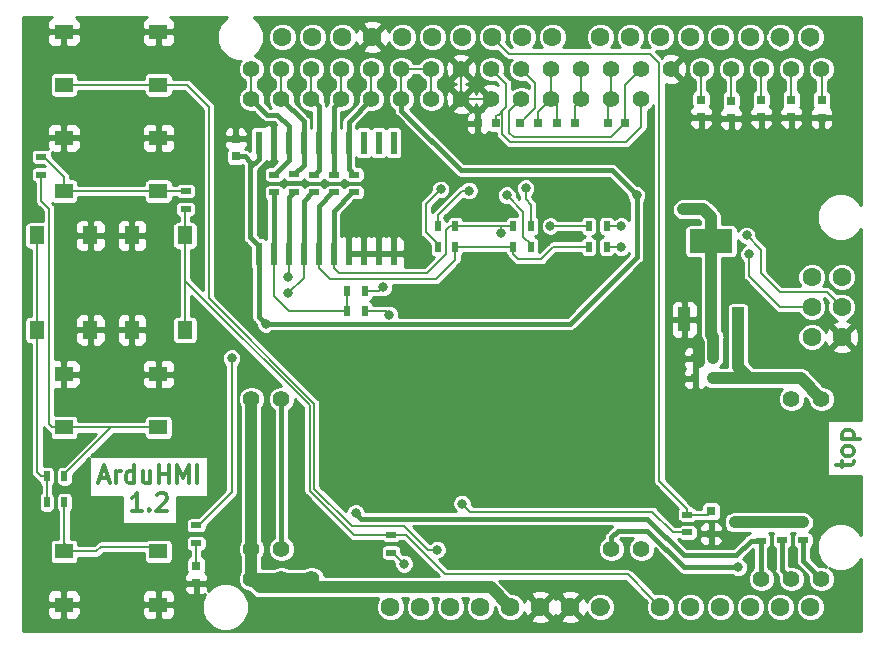
<source format=gtl>
G04 #@! TF.GenerationSoftware,KiCad,Pcbnew,5.0.2-bee76a0~70~ubuntu18.04.1*
G04 #@! TF.CreationDate,2019-08-23T08:39:18+02:00*
G04 #@! TF.ProjectId,ArduHMIShield,41726475-484d-4495-9368-69656c642e6b,1.2*
G04 #@! TF.SameCoordinates,Original*
G04 #@! TF.FileFunction,Copper,L1,Top*
G04 #@! TF.FilePolarity,Positive*
%FSLAX46Y46*%
G04 Gerber Fmt 4.6, Leading zero omitted, Abs format (unit mm)*
G04 Created by KiCad (PCBNEW 5.0.2-bee76a0~70~ubuntu18.04.1) date Fr 23 Aug 2019 08:39:18 CEST*
%MOMM*%
%LPD*%
G01*
G04 APERTURE LIST*
G04 #@! TA.AperFunction,NonConductor*
%ADD10C,0.300000*%
G04 #@! TD*
G04 #@! TA.AperFunction,SMDPad,CuDef*
%ADD11R,0.600000X1.950000*%
G04 #@! TD*
G04 #@! TA.AperFunction,SMDPad,CuDef*
%ADD12R,0.800100X0.800100*%
G04 #@! TD*
G04 #@! TA.AperFunction,SMDPad,CuDef*
%ADD13R,0.750000X0.800000*%
G04 #@! TD*
G04 #@! TA.AperFunction,SMDPad,CuDef*
%ADD14R,0.900000X0.500000*%
G04 #@! TD*
G04 #@! TA.AperFunction,SMDPad,CuDef*
%ADD15R,0.500000X0.900000*%
G04 #@! TD*
G04 #@! TA.AperFunction,SMDPad,CuDef*
%ADD16R,0.800000X0.750000*%
G04 #@! TD*
G04 #@! TA.AperFunction,ComponentPad*
%ADD17C,1.400000*%
G04 #@! TD*
G04 #@! TA.AperFunction,SMDPad,CuDef*
%ADD18R,3.657600X2.032000*%
G04 #@! TD*
G04 #@! TA.AperFunction,SMDPad,CuDef*
%ADD19R,1.016000X2.032000*%
G04 #@! TD*
G04 #@! TA.AperFunction,SMDPad,CuDef*
%ADD20R,0.797560X0.797560*%
G04 #@! TD*
G04 #@! TA.AperFunction,SMDPad,CuDef*
%ADD21R,1.300000X1.550000*%
G04 #@! TD*
G04 #@! TA.AperFunction,SMDPad,CuDef*
%ADD22R,1.550000X1.300000*%
G04 #@! TD*
G04 #@! TA.AperFunction,ComponentPad*
%ADD23C,1.600000*%
G04 #@! TD*
G04 #@! TA.AperFunction,ViaPad*
%ADD24C,0.800000*%
G04 #@! TD*
G04 #@! TA.AperFunction,Conductor*
%ADD25C,0.400000*%
G04 #@! TD*
G04 #@! TA.AperFunction,Conductor*
%ADD26C,0.200000*%
G04 #@! TD*
G04 #@! TA.AperFunction,Conductor*
%ADD27C,1.000000*%
G04 #@! TD*
G04 #@! TA.AperFunction,Conductor*
%ADD28C,0.254000*%
G04 #@! TD*
G04 APERTURE END LIST*
D10*
X120878571Y-115642857D02*
X120878571Y-115071428D01*
X120378571Y-115428571D02*
X121664285Y-115428571D01*
X121807142Y-115357142D01*
X121878571Y-115214285D01*
X121878571Y-115071428D01*
X121878571Y-114357142D02*
X121807142Y-114500000D01*
X121735714Y-114571428D01*
X121592857Y-114642857D01*
X121164285Y-114642857D01*
X121021428Y-114571428D01*
X120950000Y-114500000D01*
X120878571Y-114357142D01*
X120878571Y-114142857D01*
X120950000Y-114000000D01*
X121021428Y-113928571D01*
X121164285Y-113857142D01*
X121592857Y-113857142D01*
X121735714Y-113928571D01*
X121807142Y-114000000D01*
X121878571Y-114142857D01*
X121878571Y-114357142D01*
X120878571Y-113214285D02*
X122378571Y-113214285D01*
X120950000Y-113214285D02*
X120878571Y-113071428D01*
X120878571Y-112785714D01*
X120950000Y-112642857D01*
X121021428Y-112571428D01*
X121164285Y-112500000D01*
X121592857Y-112500000D01*
X121735714Y-112571428D01*
X121807142Y-112642857D01*
X121878571Y-112785714D01*
X121878571Y-113071428D01*
X121807142Y-113214285D01*
X61607142Y-119328571D02*
X60750000Y-119328571D01*
X61178571Y-119328571D02*
X61178571Y-117828571D01*
X61035714Y-118042857D01*
X60892857Y-118185714D01*
X60750000Y-118257142D01*
X62250000Y-119185714D02*
X62321428Y-119257142D01*
X62250000Y-119328571D01*
X62178571Y-119257142D01*
X62250000Y-119185714D01*
X62250000Y-119328571D01*
X62892857Y-117971428D02*
X62964285Y-117900000D01*
X63107142Y-117828571D01*
X63464285Y-117828571D01*
X63607142Y-117900000D01*
X63678571Y-117971428D01*
X63750000Y-118114285D01*
X63750000Y-118257142D01*
X63678571Y-118471428D01*
X62821428Y-119328571D01*
X63750000Y-119328571D01*
X58021428Y-116550000D02*
X58735714Y-116550000D01*
X57878571Y-116978571D02*
X58378571Y-115478571D01*
X58878571Y-116978571D01*
X59378571Y-116978571D02*
X59378571Y-115978571D01*
X59378571Y-116264285D02*
X59450000Y-116121428D01*
X59521428Y-116050000D01*
X59664285Y-115978571D01*
X59807142Y-115978571D01*
X60950000Y-116978571D02*
X60950000Y-115478571D01*
X60950000Y-116907142D02*
X60807142Y-116978571D01*
X60521428Y-116978571D01*
X60378571Y-116907142D01*
X60307142Y-116835714D01*
X60235714Y-116692857D01*
X60235714Y-116264285D01*
X60307142Y-116121428D01*
X60378571Y-116050000D01*
X60521428Y-115978571D01*
X60807142Y-115978571D01*
X60950000Y-116050000D01*
X62307142Y-115978571D02*
X62307142Y-116978571D01*
X61664285Y-115978571D02*
X61664285Y-116764285D01*
X61735714Y-116907142D01*
X61878571Y-116978571D01*
X62092857Y-116978571D01*
X62235714Y-116907142D01*
X62307142Y-116835714D01*
X63021428Y-116978571D02*
X63021428Y-115478571D01*
X63021428Y-116192857D02*
X63878571Y-116192857D01*
X63878571Y-116978571D02*
X63878571Y-115478571D01*
X64592857Y-116978571D02*
X64592857Y-115478571D01*
X65092857Y-116550000D01*
X65592857Y-115478571D01*
X65592857Y-116978571D01*
X66307142Y-116978571D02*
X66307142Y-115478571D01*
D11*
G04 #@! TO.P,U2,1*
G04 #@! TO.N,+3V3*
X71485000Y-97550000D03*
G04 #@! TO.P,U2,2*
G04 #@! TO.N,/ARDU_CS*
X72755000Y-97550000D03*
G04 #@! TO.P,U2,3*
G04 #@! TO.N,/ARDU_RESET*
X74025000Y-97550000D03*
G04 #@! TO.P,U2,4*
G04 #@! TO.N,/ARDU_A0*
X75295000Y-97550000D03*
G04 #@! TO.P,U2,5*
G04 #@! TO.N,/ARDU_CLK*
X76565000Y-97550000D03*
G04 #@! TO.P,U2,6*
G04 #@! TO.N,/ARDU_SI*
X77835000Y-97550000D03*
G04 #@! TO.P,U2,7*
G04 #@! TO.N,GND*
X79105000Y-97550000D03*
G04 #@! TO.P,U2,8*
X80375000Y-97550000D03*
G04 #@! TO.P,U2,9*
X81645000Y-97550000D03*
G04 #@! TO.P,U2,10*
X82915000Y-97550000D03*
G04 #@! TO.P,U2,11*
G04 #@! TO.N,N/C*
X82915000Y-88150000D03*
G04 #@! TO.P,U2,12*
X81645000Y-88150000D03*
G04 #@! TO.P,U2,13*
X80375000Y-88150000D03*
G04 #@! TO.P,U2,14*
G04 #@! TO.N,/DIS_SI*
X79105000Y-88150000D03*
G04 #@! TO.P,U2,15*
G04 #@! TO.N,/DIS_CLK*
X77835000Y-88150000D03*
G04 #@! TO.P,U2,16*
G04 #@! TO.N,/DIS_A0*
X76565000Y-88150000D03*
G04 #@! TO.P,U2,17*
G04 #@! TO.N,/DIS_RESET*
X75295000Y-88150000D03*
G04 #@! TO.P,U2,18*
G04 #@! TO.N,/DIS_CS*
X74025000Y-88150000D03*
G04 #@! TO.P,U2,19*
G04 #@! TO.N,GND*
X72755000Y-88150000D03*
G04 #@! TO.P,U2,20*
G04 #@! TO.N,+3V3*
X71485000Y-88150000D03*
G04 #@! TD*
D12*
G04 #@! TO.P,Q1,3*
G04 #@! TO.N,Net-(Q1-Pad3)*
X111798220Y-120300000D03*
G04 #@! TO.P,Q1,2*
G04 #@! TO.N,GND*
X109799240Y-121250000D03*
G04 #@! TO.P,Q1,1*
G04 #@! TO.N,/DISPLAY_BL*
X109799240Y-119350000D03*
G04 #@! TD*
D13*
G04 #@! TO.P,C1,2*
G04 #@! TO.N,GND*
X108950000Y-86000000D03*
G04 #@! TO.P,C1,1*
G04 #@! TO.N,/DIS_V4*
X108950000Y-84500000D03*
G04 #@! TD*
G04 #@! TO.P,C2,2*
G04 #@! TO.N,GND*
X111500000Y-86100000D03*
G04 #@! TO.P,C2,1*
G04 #@! TO.N,/DIS_V3*
X111500000Y-84600000D03*
G04 #@! TD*
D14*
G04 #@! TO.P,R1,2*
G04 #@! TO.N,/KEYPAD_A0*
X82700000Y-121350000D03*
G04 #@! TO.P,R1,1*
G04 #@! TO.N,VIO*
X82700000Y-122850000D03*
G04 #@! TD*
G04 #@! TO.P,R2,2*
G04 #@! TO.N,/BUTTON_UP*
X65300000Y-92250000D03*
G04 #@! TO.P,R2,1*
G04 #@! TO.N,/KEYPAD_A0*
X65300000Y-93750000D03*
G04 #@! TD*
G04 #@! TO.P,R3,2*
G04 #@! TO.N,/BUTTON_DOWN*
X53100000Y-90850000D03*
G04 #@! TO.P,R3,1*
G04 #@! TO.N,/BUTTON_UP*
X53100000Y-89350000D03*
G04 #@! TD*
G04 #@! TO.P,R6,2*
G04 #@! TO.N,Net-(Q1-Pad3)*
X117600000Y-120300000D03*
G04 #@! TO.P,R6,1*
G04 #@! TO.N,/DIS_C3*
X117600000Y-121800000D03*
G04 #@! TD*
G04 #@! TO.P,R7,2*
G04 #@! TO.N,Net-(Q1-Pad3)*
X115800000Y-120300000D03*
G04 #@! TO.P,R7,1*
G04 #@! TO.N,/DIS_C2*
X115800000Y-121800000D03*
G04 #@! TD*
G04 #@! TO.P,R8,2*
G04 #@! TO.N,Net-(Q1-Pad3)*
X114000000Y-120350000D03*
G04 #@! TO.P,R8,1*
G04 #@! TO.N,/DIS_C1*
X114000000Y-121850000D03*
G04 #@! TD*
G04 #@! TO.P,R9,2*
G04 #@! TO.N,/DISPLAY_BL*
X107800000Y-119650000D03*
G04 #@! TO.P,R9,1*
G04 #@! TO.N,VIO*
X107800000Y-121150000D03*
G04 #@! TD*
D15*
G04 #@! TO.P,R4,2*
G04 #@! TO.N,/BUTTON_LEFT*
X53550000Y-116400000D03*
G04 #@! TO.P,R4,1*
G04 #@! TO.N,/BUTTON_DOWN*
X55050000Y-116400000D03*
G04 #@! TD*
G04 #@! TO.P,R5,2*
G04 #@! TO.N,/BUTTON_SELECT*
X55050000Y-118600000D03*
G04 #@! TO.P,R5,1*
G04 #@! TO.N,/BUTTON_LEFT*
X53550000Y-118600000D03*
G04 #@! TD*
D13*
G04 #@! TO.P,C3,2*
G04 #@! TO.N,GND*
X114050000Y-86000000D03*
G04 #@! TO.P,C3,1*
G04 #@! TO.N,/DIS_V2*
X114050000Y-84500000D03*
G04 #@! TD*
G04 #@! TO.P,C4,2*
G04 #@! TO.N,GND*
X116600000Y-86000000D03*
G04 #@! TO.P,C4,1*
G04 #@! TO.N,/DIS_V1*
X116600000Y-84500000D03*
G04 #@! TD*
D16*
G04 #@! TO.P,C5,2*
G04 #@! TO.N,GND*
X90050000Y-86500000D03*
G04 #@! TO.P,C5,1*
G04 #@! TO.N,/DIS_VOUT*
X91550000Y-86500000D03*
G04 #@! TD*
D13*
G04 #@! TO.P,C6,2*
G04 #@! TO.N,GND*
X119150000Y-86050000D03*
G04 #@! TO.P,C6,1*
G04 #@! TO.N,/DIS_V0*
X119150000Y-84550000D03*
G04 #@! TD*
D16*
G04 #@! TO.P,C7,2*
G04 #@! TO.N,/DIS_CAP1N*
X95150000Y-86500000D03*
G04 #@! TO.P,C7,1*
G04 #@! TO.N,/DIS_CAP3P*
X93650000Y-86500000D03*
G04 #@! TD*
G04 #@! TO.P,C8,2*
G04 #@! TO.N,/DIS_CAP1P*
X98250000Y-86500000D03*
G04 #@! TO.P,C8,1*
G04 #@! TO.N,/DIS_CAP1N*
X96750000Y-86500000D03*
G04 #@! TD*
G04 #@! TO.P,C9,2*
G04 #@! TO.N,/DIS_CAP2N*
X102550000Y-86500000D03*
G04 #@! TO.P,C9,1*
G04 #@! TO.N,/DIS_CAP2P*
X101050000Y-86500000D03*
G04 #@! TD*
D17*
G04 #@! TO.P,DIS1,18*
G04 #@! TO.N,/DIS_C1*
X114050000Y-125090000D03*
G04 #@! TO.P,DIS1,3*
G04 #@! TO.N,+5V*
X75950000Y-125090000D03*
G04 #@! TO.P,DIS1,40*
G04 #@! TO.N,/DIS_CS*
X70870000Y-81910000D03*
G04 #@! TO.P,DIS1,39*
G04 #@! TO.N,/DIS_RESET*
X73410000Y-81910000D03*
G04 #@! TO.P,DIS1,38*
G04 #@! TO.N,/DIS_A0*
X75950000Y-81910000D03*
G04 #@! TO.P,DIS1,37*
G04 #@! TO.N,/DIS_CLK*
X78490000Y-81910000D03*
G04 #@! TO.P,DIS1,36*
G04 #@! TO.N,/DIS_SI*
X81030000Y-81910000D03*
G04 #@! TO.P,DIS1,35*
G04 #@! TO.N,+3V3*
X83570000Y-81910000D03*
G04 #@! TO.P,DIS1,34*
X86110000Y-81910000D03*
G04 #@! TO.P,DIS1,33*
G04 #@! TO.N,GND*
X88650000Y-81910000D03*
G04 #@! TO.P,DIS1,32*
G04 #@! TO.N,/DIS_VOUT*
X91190000Y-81910000D03*
G04 #@! TO.P,DIS1,31*
G04 #@! TO.N,/DIS_CAP3P*
X93730000Y-81910000D03*
G04 #@! TO.P,DIS1,30*
G04 #@! TO.N,/DIS_CAP1N*
X96270000Y-81910000D03*
G04 #@! TO.P,DIS1,29*
G04 #@! TO.N,/DIS_CAP1P*
X98810000Y-81910000D03*
G04 #@! TO.P,DIS1,28*
G04 #@! TO.N,/DIS_CAP2P*
X101350000Y-81910000D03*
G04 #@! TO.P,DIS1,27*
G04 #@! TO.N,/DIS_CAP2N*
X103890000Y-81910000D03*
G04 #@! TO.P,DIS1,26*
G04 #@! TO.N,GND*
X106430000Y-81910000D03*
G04 #@! TO.P,DIS1,25*
G04 #@! TO.N,/DIS_V4*
X108970000Y-81910000D03*
G04 #@! TO.P,DIS1,24*
G04 #@! TO.N,/DIS_V3*
X111510000Y-81910000D03*
G04 #@! TO.P,DIS1,23*
G04 #@! TO.N,/DIS_V2*
X114050000Y-81910000D03*
G04 #@! TO.P,DIS1,22*
G04 #@! TO.N,/DIS_V1*
X116590000Y-81910000D03*
G04 #@! TO.P,DIS1,21*
G04 #@! TO.N,/DIS_V0*
X119130000Y-81910000D03*
G04 #@! TO.P,DIS1,19*
G04 #@! TO.N,/DIS_C2*
X116590000Y-125090000D03*
G04 #@! TO.P,DIS1,20*
G04 #@! TO.N,/DIS_C3*
X119130000Y-125090000D03*
G04 #@! TO.P,DIS1,2*
G04 #@! TO.N,+5V*
X73410000Y-125090000D03*
G04 #@! TO.P,DIS1,1*
X70870000Y-125090000D03*
G04 #@! TD*
G04 #@! TO.P,DIS2,1*
G04 #@! TO.N,+5V*
X70870000Y-109850000D03*
G04 #@! TO.P,DIS2,2*
G04 #@! TO.N,/DIS_C1*
X73410000Y-109850000D03*
G04 #@! TO.P,DIS2,20*
G04 #@! TO.N,+5V*
X119130000Y-109850000D03*
G04 #@! TO.P,DIS2,19*
G04 #@! TO.N,/DIS_C2*
X116590000Y-109850000D03*
G04 #@! TO.P,DIS2,21*
G04 #@! TO.N,/DIS_V0*
X119130000Y-81910000D03*
G04 #@! TO.P,DIS2,22*
G04 #@! TO.N,/DIS_V1*
X116590000Y-81910000D03*
G04 #@! TO.P,DIS2,23*
G04 #@! TO.N,/DIS_V2*
X114050000Y-81910000D03*
G04 #@! TO.P,DIS2,24*
G04 #@! TO.N,/DIS_V3*
X111510000Y-81910000D03*
G04 #@! TO.P,DIS2,25*
G04 #@! TO.N,/DIS_V4*
X108970000Y-81910000D03*
G04 #@! TO.P,DIS2,26*
G04 #@! TO.N,GND*
X106430000Y-81910000D03*
G04 #@! TO.P,DIS2,27*
G04 #@! TO.N,/DIS_CAP2N*
X103890000Y-81910000D03*
G04 #@! TO.P,DIS2,28*
G04 #@! TO.N,/DIS_CAP2P*
X101350000Y-81910000D03*
G04 #@! TO.P,DIS2,29*
G04 #@! TO.N,/DIS_CAP1P*
X98810000Y-81910000D03*
G04 #@! TO.P,DIS2,30*
G04 #@! TO.N,/DIS_CAP1N*
X96270000Y-81910000D03*
G04 #@! TO.P,DIS2,31*
G04 #@! TO.N,/DIS_CAP3P*
X93730000Y-81910000D03*
G04 #@! TO.P,DIS2,32*
G04 #@! TO.N,/DIS_VOUT*
X91190000Y-81910000D03*
G04 #@! TO.P,DIS2,33*
G04 #@! TO.N,GND*
X88650000Y-81910000D03*
G04 #@! TO.P,DIS2,34*
G04 #@! TO.N,+3V3*
X86110000Y-81910000D03*
G04 #@! TO.P,DIS2,35*
X83570000Y-81910000D03*
G04 #@! TO.P,DIS2,36*
G04 #@! TO.N,/DIS_SI*
X81030000Y-81910000D03*
G04 #@! TO.P,DIS2,37*
G04 #@! TO.N,/DIS_CLK*
X78490000Y-81910000D03*
G04 #@! TO.P,DIS2,38*
G04 #@! TO.N,/DIS_A0*
X75950000Y-81910000D03*
G04 #@! TO.P,DIS2,39*
G04 #@! TO.N,/DIS_RESET*
X73410000Y-81910000D03*
G04 #@! TO.P,DIS2,40*
G04 #@! TO.N,/DIS_CS*
X70870000Y-81910000D03*
G04 #@! TD*
G04 #@! TO.P,DIS3,15*
G04 #@! TO.N,/DIS_VOUT*
X103890000Y-84450000D03*
G04 #@! TO.P,DIS3,16*
G04 #@! TO.N,/DIS_CAP2P*
X101350000Y-84450000D03*
G04 #@! TO.P,DIS3,17*
G04 #@! TO.N,/DIS_CAP1P*
X98810000Y-84450000D03*
G04 #@! TO.P,DIS3,18*
G04 #@! TO.N,/DIS_CAP1N*
X96270000Y-84450000D03*
G04 #@! TO.P,DIS3,19*
G04 #@! TO.N,/DIS_CAP2N*
X93730000Y-84450000D03*
G04 #@! TO.P,DIS3,20*
G04 #@! TO.N,GND*
X91190000Y-84450000D03*
G04 #@! TO.P,DIS3,21*
X88650000Y-84450000D03*
G04 #@! TO.P,DIS3,22*
G04 #@! TO.N,+3V3*
X86110000Y-84450000D03*
G04 #@! TO.P,DIS3,23*
X83570000Y-84450000D03*
G04 #@! TO.P,DIS3,24*
G04 #@! TO.N,/DIS_SI*
X81030000Y-84450000D03*
G04 #@! TO.P,DIS3,25*
G04 #@! TO.N,/DIS_CLK*
X78490000Y-84450000D03*
G04 #@! TO.P,DIS3,26*
G04 #@! TO.N,/DIS_A0*
X75950000Y-84450000D03*
G04 #@! TO.P,DIS3,27*
G04 #@! TO.N,/DIS_RESET*
X73410000Y-84450000D03*
G04 #@! TO.P,DIS3,28*
G04 #@! TO.N,/DIS_CS*
X70870000Y-84450000D03*
G04 #@! TO.P,DIS3,1*
G04 #@! TO.N,+5V*
X70870000Y-122550000D03*
G04 #@! TO.P,DIS3,2*
G04 #@! TO.N,/DIS_C1*
X73410000Y-122550000D03*
G04 #@! TO.P,DIS3,14*
G04 #@! TO.N,+5V*
X103890000Y-122550000D03*
G04 #@! TO.P,DIS3,13*
G04 #@! TO.N,/DIS_C2*
X101350000Y-122550000D03*
G04 #@! TD*
D16*
G04 #@! TO.P,C10,2*
G04 #@! TO.N,GND*
X108450000Y-108100000D03*
G04 #@! TO.P,C10,1*
G04 #@! TO.N,+5V*
X109950000Y-108100000D03*
G04 #@! TD*
G04 #@! TO.P,C11,1*
G04 #@! TO.N,+3V3*
X109950000Y-106400000D03*
G04 #@! TO.P,C11,2*
G04 #@! TO.N,GND*
X108450000Y-106400000D03*
G04 #@! TD*
D18*
G04 #@! TO.P,U1,4*
G04 #@! TO.N,+3V3*
X109800000Y-96498000D03*
D19*
G04 #@! TO.P,U1,2*
X109800000Y-103102000D03*
G04 #@! TO.P,U1,3*
G04 #@! TO.N,+5V*
X112086000Y-103102000D03*
G04 #@! TO.P,U1,1*
G04 #@! TO.N,GND*
X107514000Y-103102000D03*
G04 #@! TD*
D13*
G04 #@! TO.P,C12,1*
G04 #@! TO.N,+3V3*
X69550000Y-89300000D03*
G04 #@! TO.P,C12,2*
G04 #@! TO.N,GND*
X69550000Y-87800000D03*
G04 #@! TD*
D14*
G04 #@! TO.P,R10,1*
G04 #@! TO.N,/DIS_SI*
X79600000Y-90850000D03*
G04 #@! TO.P,R10,2*
G04 #@! TO.N,/ARDU_SI*
X79600000Y-92350000D03*
G04 #@! TD*
G04 #@! TO.P,R11,2*
G04 #@! TO.N,/ARDU_CLK*
X77900000Y-92350000D03*
G04 #@! TO.P,R11,1*
G04 #@! TO.N,/DIS_CLK*
X77900000Y-90850000D03*
G04 #@! TD*
G04 #@! TO.P,R12,1*
G04 #@! TO.N,/DIS_A0*
X76200000Y-90850000D03*
G04 #@! TO.P,R12,2*
G04 #@! TO.N,/ARDU_A0*
X76200000Y-92350000D03*
G04 #@! TD*
G04 #@! TO.P,R13,2*
G04 #@! TO.N,/ARDU_CS*
X72800000Y-92350000D03*
G04 #@! TO.P,R13,1*
G04 #@! TO.N,/DIS_CS*
X72800000Y-90850000D03*
G04 #@! TD*
G04 #@! TO.P,R14,1*
G04 #@! TO.N,/DIS_RESET*
X74500000Y-90800000D03*
G04 #@! TO.P,R14,2*
G04 #@! TO.N,/ARDU_RESET*
X74500000Y-92300000D03*
G04 #@! TD*
D15*
G04 #@! TO.P,R15,2*
G04 #@! TO.N,/ARDU_CLK*
X93050000Y-96950000D03*
G04 #@! TO.P,R15,1*
G04 #@! TO.N,/ARDU_CLK_2*
X94550000Y-96950000D03*
G04 #@! TD*
G04 #@! TO.P,R16,1*
G04 #@! TO.N,/ARDU_CS_2*
X80500000Y-102400000D03*
G04 #@! TO.P,R16,2*
G04 #@! TO.N,/ARDU_CS*
X79000000Y-102400000D03*
G04 #@! TD*
G04 #@! TO.P,R17,2*
G04 #@! TO.N,/ARDU_SI*
X93050000Y-95200000D03*
G04 #@! TO.P,R17,1*
G04 #@! TO.N,/ARDU_SI_2*
X94550000Y-95200000D03*
G04 #@! TD*
G04 #@! TO.P,R18,1*
G04 #@! TO.N,/ARDU_CLK_1*
X86650000Y-96950000D03*
G04 #@! TO.P,R18,2*
G04 #@! TO.N,/ARDU_CLK*
X88150000Y-96950000D03*
G04 #@! TD*
G04 #@! TO.P,R19,1*
G04 #@! TO.N,/ARDU_CS_1*
X80500000Y-100700000D03*
G04 #@! TO.P,R19,2*
G04 #@! TO.N,/ARDU_CS*
X79000000Y-100700000D03*
G04 #@! TD*
G04 #@! TO.P,R20,2*
G04 #@! TO.N,/ARDU_SI*
X88150000Y-95200000D03*
G04 #@! TO.P,R20,1*
G04 #@! TO.N,/ARDU_SI_1*
X86650000Y-95200000D03*
G04 #@! TD*
D14*
G04 #@! TO.P,R21,1*
G04 #@! TO.N,Net-(D1-Pad2)*
X66200000Y-122050000D03*
G04 #@! TO.P,R21,2*
G04 #@! TO.N,+3V3*
X66200000Y-120550000D03*
G04 #@! TD*
D20*
G04 #@! TO.P,D1,2*
G04 #@! TO.N,Net-(D1-Pad2)*
X66200000Y-123950700D03*
G04 #@! TO.P,D1,1*
G04 #@! TO.N,GND*
X66200000Y-125449300D03*
G04 #@! TD*
D21*
G04 #@! TO.P,SW1,1*
G04 #@! TO.N,GND*
X60750000Y-104000000D03*
G04 #@! TO.P,SW1,2*
G04 #@! TO.N,/KEYPAD_A0*
X65250000Y-104000000D03*
G04 #@! TO.P,SW1,3*
G04 #@! TO.N,GND*
X60750000Y-96000000D03*
G04 #@! TO.P,SW1,4*
G04 #@! TO.N,/KEYPAD_A0*
X65250000Y-96000000D03*
G04 #@! TD*
D22*
G04 #@! TO.P,SW2,1*
G04 #@! TO.N,GND*
X55000000Y-87750000D03*
G04 #@! TO.P,SW2,2*
G04 #@! TO.N,/BUTTON_UP*
X55000000Y-92250000D03*
G04 #@! TO.P,SW2,3*
G04 #@! TO.N,GND*
X63000000Y-87750000D03*
G04 #@! TO.P,SW2,4*
G04 #@! TO.N,/BUTTON_UP*
X63000000Y-92250000D03*
G04 #@! TD*
G04 #@! TO.P,SW3,4*
G04 #@! TO.N,/BUTTON_DOWN*
X63000000Y-112250000D03*
G04 #@! TO.P,SW3,3*
G04 #@! TO.N,GND*
X63000000Y-107750000D03*
G04 #@! TO.P,SW3,2*
G04 #@! TO.N,/BUTTON_DOWN*
X55000000Y-112250000D03*
G04 #@! TO.P,SW3,1*
G04 #@! TO.N,GND*
X55000000Y-107750000D03*
G04 #@! TD*
D21*
G04 #@! TO.P,SW4,1*
G04 #@! TO.N,GND*
X57250000Y-96000000D03*
G04 #@! TO.P,SW4,2*
G04 #@! TO.N,/BUTTON_LEFT*
X52750000Y-96000000D03*
G04 #@! TO.P,SW4,3*
G04 #@! TO.N,GND*
X57250000Y-104000000D03*
G04 #@! TO.P,SW4,4*
G04 #@! TO.N,/BUTTON_LEFT*
X52750000Y-104000000D03*
G04 #@! TD*
D22*
G04 #@! TO.P,SW5,4*
G04 #@! TO.N,/BUTTON_SELECT*
X55000000Y-122750000D03*
G04 #@! TO.P,SW5,3*
G04 #@! TO.N,GND*
X55000000Y-127250000D03*
G04 #@! TO.P,SW5,2*
G04 #@! TO.N,/BUTTON_SELECT*
X63000000Y-122750000D03*
G04 #@! TO.P,SW5,1*
G04 #@! TO.N,GND*
X63000000Y-127250000D03*
G04 #@! TD*
G04 #@! TO.P,SW6,1*
G04 #@! TO.N,GND*
X55000000Y-78750000D03*
G04 #@! TO.P,SW6,2*
G04 #@! TO.N,/RESET*
X55000000Y-83250000D03*
G04 #@! TO.P,SW6,3*
G04 #@! TO.N,GND*
X63000000Y-78750000D03*
G04 #@! TO.P,SW6,4*
G04 #@! TO.N,/RESET*
X63000000Y-83250000D03*
G04 #@! TD*
D23*
G04 #@! TO.P,CN1,23*
G04 #@! TO.N,/KEYPAD_A0*
X105500000Y-127460000D03*
G04 #@! TO.P,CN1,22*
G04 #@! TO.N,N/C*
X108040000Y-127460000D03*
G04 #@! TO.P,CN1,21*
X110580000Y-127460000D03*
G04 #@! TO.P,CN1,20*
X113120000Y-127460000D03*
G04 #@! TO.P,CN1,19*
X115660000Y-127460000D03*
G04 #@! TO.P,CN1,18*
X118200000Y-127460000D03*
G04 #@! TO.P,CN1,31*
X82640000Y-127460000D03*
G04 #@! TO.P,CN1,30*
G04 #@! TO.N,VIO*
X85180000Y-127460000D03*
G04 #@! TO.P,CN1,29*
G04 #@! TO.N,/RESET*
X87720000Y-127460000D03*
G04 #@! TO.P,CN1,28*
G04 #@! TO.N,N/C*
X90260000Y-127460000D03*
G04 #@! TO.P,CN1,27*
G04 #@! TO.N,+5V*
X92800000Y-127460000D03*
G04 #@! TO.P,CN1,26*
G04 #@! TO.N,GND*
X95340000Y-127460000D03*
G04 #@! TO.P,CN1,25*
X97880000Y-127460000D03*
G04 #@! TO.P,CN1,24*
G04 #@! TO.N,N/C*
X100420000Y-127460000D03*
G04 #@! TO.P,CN1,7*
G04 #@! TO.N,/ARDU_CLK_2*
X100420000Y-79200000D03*
G04 #@! TO.P,CN1,6*
G04 #@! TO.N,/ARDU_CS_2*
X102960000Y-79200000D03*
G04 #@! TO.P,CN1,5*
G04 #@! TO.N,/ARDU_SI_2*
X105500000Y-79200000D03*
G04 #@! TO.P,CN1,4*
G04 #@! TO.N,N/C*
X108040000Y-79200000D03*
G04 #@! TO.P,CN1,3*
X110580000Y-79200000D03*
G04 #@! TO.P,CN1,2*
X113120000Y-79200000D03*
G04 #@! TO.P,CN1,1*
X115660000Y-79200000D03*
G04 #@! TO.P,CN1,17*
X73496000Y-79200000D03*
G04 #@! TO.P,CN1,16*
X76036000Y-79200000D03*
G04 #@! TO.P,CN1,15*
X78576000Y-79200000D03*
G04 #@! TO.P,CN1,14*
G04 #@! TO.N,GND*
X81116000Y-79200000D03*
G04 #@! TO.P,CN1,13*
G04 #@! TO.N,/ARDU_CLK_1*
X83656000Y-79200000D03*
G04 #@! TO.P,CN1,12*
G04 #@! TO.N,/ARDU_CS_1*
X86196000Y-79200000D03*
G04 #@! TO.P,CN1,11*
G04 #@! TO.N,/ARDU_SI_1*
X88736000Y-79200000D03*
G04 #@! TO.P,CN1,10*
G04 #@! TO.N,/DISPLAY_BL*
X91276000Y-79200000D03*
G04 #@! TO.P,CN1,9*
G04 #@! TO.N,/ARDU_RESET*
X93816000Y-79200000D03*
G04 #@! TO.P,CN1,8*
G04 #@! TO.N,/ARDU_A0*
X96356000Y-79200000D03*
G04 #@! TO.P,CN1,0*
G04 #@! TO.N,N/C*
X118200000Y-79200000D03*
G04 #@! TO.P,CN1,41*
X118327000Y-99520000D03*
G04 #@! TO.P,CN1,43*
G04 #@! TO.N,/ARDU_CLK_3*
X118327000Y-102060000D03*
G04 #@! TO.P,CN1,45*
G04 #@! TO.N,N/C*
X118327000Y-104600000D03*
G04 #@! TO.P,CN1,46*
G04 #@! TO.N,GND*
X120867000Y-104600000D03*
G04 #@! TO.P,CN1,44*
G04 #@! TO.N,/ARDU_SI_3*
X120867000Y-102060000D03*
G04 #@! TO.P,CN1,42*
G04 #@! TO.N,N/C*
X120867000Y-99520000D03*
G04 #@! TD*
D15*
G04 #@! TO.P,R22,1*
G04 #@! TO.N,/ARDU_CLK_3*
X100950000Y-96950000D03*
G04 #@! TO.P,R22,2*
G04 #@! TO.N,/ARDU_CLK*
X99450000Y-96950000D03*
G04 #@! TD*
G04 #@! TO.P,R23,2*
G04 #@! TO.N,/ARDU_SI*
X99450000Y-95200000D03*
G04 #@! TO.P,R23,1*
G04 #@! TO.N,/ARDU_SI_3*
X100950000Y-95200000D03*
G04 #@! TD*
D24*
G04 #@! TO.N,/ARDU_SI*
X92000000Y-95800000D03*
G04 #@! TO.N,GND*
X104100000Y-89600000D03*
X111200000Y-122000000D03*
X107000000Y-101000000D03*
X52500000Y-80000000D03*
X52600000Y-127750000D03*
X54900000Y-105650000D03*
X83500000Y-95100000D03*
X70550000Y-86150000D03*
X88600000Y-101800000D03*
G04 #@! TO.N,VIO*
X83800000Y-123800000D03*
X88700000Y-118700000D03*
G04 #@! TO.N,/RESET*
X86600000Y-122600000D03*
G04 #@! TO.N,/DIS_C2*
X112100000Y-124100000D03*
G04 #@! TO.N,+3V3*
X103500000Y-92600000D03*
X72100000Y-103500000D03*
X69200000Y-106400000D03*
X107400000Y-93800000D03*
G04 #@! TO.N,/DIS_C1*
X79700000Y-119500000D03*
G04 #@! TO.N,/ARDU_A0*
X74000000Y-100900000D03*
G04 #@! TO.N,/ARDU_RESET*
X74000000Y-99550000D03*
G04 #@! TO.N,/ARDU_SI_1*
X89300000Y-92200000D03*
G04 #@! TO.N,/ARDU_CS_1*
X82050000Y-100400000D03*
G04 #@! TO.N,/ARDU_CLK_1*
X86900000Y-92100000D03*
G04 #@! TO.N,/ARDU_SI*
X96200000Y-95200000D03*
G04 #@! TO.N,/ARDU_SI_2*
X94100000Y-92000000D03*
G04 #@! TO.N,/ARDU_CS_2*
X82550000Y-102700000D03*
G04 #@! TO.N,/ARDU_CLK_2*
X92500000Y-92600000D03*
G04 #@! TO.N,/ARDU_CLK_3*
X113000000Y-97600000D03*
X102200000Y-97000000D03*
G04 #@! TO.N,/ARDU_SI_3*
X112800000Y-96000000D03*
X102200000Y-95200000D03*
G04 #@! TD*
D25*
G04 #@! TO.N,*
X113120000Y-127080000D02*
X113120000Y-127460000D01*
X118200000Y-127460000D02*
X118240000Y-127460000D01*
D26*
X110580000Y-127460000D02*
X110580000Y-126780000D01*
X110580000Y-127460000D02*
X110580000Y-127120000D01*
D27*
X100420000Y-127460000D02*
X100740000Y-127460000D01*
D26*
X110580000Y-79200000D02*
X110400000Y-79200000D01*
D25*
X113120000Y-79200000D02*
X113120000Y-78880000D01*
D26*
X115660000Y-79200000D02*
X115660000Y-79940000D01*
X115660000Y-79200000D02*
X114900000Y-79200000D01*
D25*
X115200000Y-79200000D02*
X115660000Y-79200000D01*
D26*
X118200000Y-79200000D02*
X118200000Y-79950000D01*
X118200000Y-79200000D02*
X118200000Y-79300000D01*
G04 #@! TO.N,GND*
X88650000Y-82899949D02*
X88650000Y-84450000D01*
X88650000Y-81910000D02*
X88650000Y-82899949D01*
X88650000Y-84450000D02*
X91190000Y-84450000D01*
X116650000Y-86050000D02*
X116600000Y-86000000D01*
X119150000Y-86050000D02*
X116650000Y-86050000D01*
X116025000Y-86000000D02*
X114050000Y-86000000D01*
X116600000Y-86000000D02*
X116025000Y-86000000D01*
X111600000Y-86000000D02*
X111500000Y-86100000D01*
X114050000Y-86000000D02*
X111600000Y-86000000D01*
X109050000Y-86100000D02*
X108950000Y-86000000D01*
X111500000Y-86100000D02*
X109050000Y-86100000D01*
X108375000Y-86000000D02*
X107575000Y-85200000D01*
X108950000Y-86000000D02*
X108375000Y-86000000D01*
X107575000Y-83055000D02*
X106430000Y-81910000D01*
X107575000Y-85200000D02*
X107575000Y-83055000D01*
X90050000Y-85590000D02*
X91190000Y-84450000D01*
X90050000Y-86500000D02*
X90050000Y-85590000D01*
X90050000Y-87075000D02*
X92575000Y-89600000D01*
X90050000Y-86500000D02*
X90050000Y-87075000D01*
X92575000Y-89600000D02*
X104100000Y-89600000D01*
D25*
X110450000Y-121250000D02*
X111200000Y-122000000D01*
X109799240Y-121250000D02*
X110450000Y-121250000D01*
D27*
X108800000Y-106750000D02*
X108800000Y-105100000D01*
D26*
X66200000Y-125449300D02*
X64950940Y-125449300D01*
G04 #@! TO.N,/KEYPAD_A0*
X65250440Y-93799560D02*
X65300000Y-93750000D01*
X65250440Y-96748800D02*
X65250440Y-93799560D01*
X75800000Y-111300000D02*
X75800000Y-117600000D01*
X75800000Y-111300000D02*
X75800000Y-110400000D01*
X79550000Y-121350000D02*
X82700000Y-121350000D01*
X75800000Y-117600000D02*
X79550000Y-121350000D01*
X66200000Y-100800000D02*
X75800000Y-110400000D01*
X65250440Y-98100000D02*
X65250440Y-96748800D01*
X65250440Y-99850440D02*
X66200000Y-100800000D01*
X104700001Y-126660001D02*
X105500000Y-127460000D01*
X102740010Y-124700010D02*
X104700001Y-126660001D01*
X87300010Y-124700010D02*
X102740010Y-124700010D01*
X84000000Y-121400000D02*
X87300010Y-124700010D01*
X84000000Y-121350000D02*
X84000000Y-121400000D01*
X82700000Y-121350000D02*
X84000000Y-121350000D01*
X65250000Y-98400440D02*
X65250000Y-104000000D01*
X65250440Y-98400000D02*
X65250000Y-98400440D01*
X65250440Y-98400000D02*
X65250440Y-99850440D01*
X65250440Y-98100000D02*
X65250440Y-98400000D01*
D25*
G04 #@! TO.N,+5V*
X92800000Y-127460000D02*
X92800000Y-127100000D01*
D26*
X75950000Y-125090000D02*
X70870000Y-125090000D01*
X75950000Y-125090000D02*
X76660010Y-125800010D01*
D27*
X91140010Y-125800010D02*
X89300000Y-125800010D01*
X92800000Y-127460000D02*
X91140010Y-125800010D01*
D26*
X76660010Y-125800010D02*
X89300000Y-125800010D01*
D27*
X71580010Y-125800010D02*
X70870000Y-125090000D01*
X89300000Y-125800010D02*
X71580010Y-125800010D01*
X70870000Y-125090000D02*
X70870000Y-122550000D01*
X70870000Y-121560051D02*
X70870000Y-109850000D01*
X70870000Y-122550000D02*
X70870000Y-121560051D01*
X73410000Y-125090000D02*
X70870000Y-125090000D01*
X75950000Y-125090000D02*
X73410000Y-125090000D01*
X119130000Y-109850000D02*
X117380000Y-108100000D01*
X117380000Y-108100000D02*
X115700000Y-108100000D01*
X115700000Y-108100000D02*
X113050000Y-108100000D01*
X113050000Y-108100000D02*
X109950000Y-108100000D01*
X112086000Y-107136000D02*
X113050000Y-108100000D01*
X112086000Y-103102000D02*
X112086000Y-107136000D01*
D26*
G04 #@! TO.N,VIO*
X82900000Y-122900000D02*
X83800000Y-123800000D01*
X89400000Y-119400000D02*
X88700000Y-118700000D01*
X104800000Y-119400000D02*
X89400000Y-119400000D01*
X107800000Y-121150000D02*
X106550000Y-121150000D01*
X106550000Y-121150000D02*
X104800000Y-119400000D01*
G04 #@! TO.N,/DISPLAY_BL*
X91276000Y-79200000D02*
X92676000Y-80600000D01*
X92676000Y-80600000D02*
X104600000Y-80600000D01*
X107800000Y-119200000D02*
X107800000Y-119650000D01*
X105429999Y-116829999D02*
X107800000Y-119200000D01*
X105429999Y-81429999D02*
X105429999Y-116829999D01*
X104600000Y-80600000D02*
X105429999Y-81429999D01*
X109499240Y-119650000D02*
X109799240Y-119350000D01*
X107800000Y-119650000D02*
X109499240Y-119650000D01*
G04 #@! TO.N,/RESET*
X85815699Y-122600000D02*
X86600000Y-122600000D01*
X83815699Y-120600000D02*
X85815699Y-122600000D01*
X76200010Y-117434312D02*
X79365698Y-120600000D01*
X79365698Y-120600000D02*
X83815699Y-120600000D01*
X76200010Y-110234311D02*
X76200010Y-117434312D01*
X67300000Y-101334302D02*
X76200010Y-110234311D01*
X67300000Y-94400000D02*
X67300000Y-85150000D01*
X67300000Y-94400000D02*
X67300000Y-101334302D01*
X65400000Y-83250000D02*
X55000000Y-83250000D01*
X67300000Y-85150000D02*
X65400000Y-83250000D01*
G04 #@! TO.N,/DIS_V4*
X108950000Y-81930000D02*
X108970000Y-81910000D01*
X108950000Y-84500000D02*
X108950000Y-81930000D01*
G04 #@! TO.N,/DIS_V3*
X111500000Y-81920000D02*
X111510000Y-81910000D01*
X111500000Y-84600000D02*
X111500000Y-81920000D01*
G04 #@! TO.N,/DIS_V2*
X114050000Y-84500000D02*
X114050000Y-81910000D01*
G04 #@! TO.N,/DIS_V1*
X116600000Y-81920000D02*
X116590000Y-81910000D01*
X116600000Y-84500000D02*
X116600000Y-81920000D01*
G04 #@! TO.N,/DIS_VOUT*
X103890000Y-85439949D02*
X103890000Y-84450000D01*
X91190000Y-81910000D02*
X92450000Y-83170000D01*
X92450000Y-84800000D02*
X92450000Y-85150000D01*
X92450000Y-83170000D02*
X92450000Y-84800000D01*
X91550000Y-86500000D02*
X91550000Y-85925000D01*
X91675000Y-85800000D02*
X91800000Y-85800000D01*
X91550000Y-85925000D02*
X91675000Y-85800000D01*
X92100000Y-85500000D02*
X92100000Y-87400000D01*
X92100000Y-85500000D02*
X91800000Y-85800000D01*
X92450000Y-85150000D02*
X92100000Y-85500000D01*
X92800010Y-88100010D02*
X102589990Y-88100010D01*
X92100000Y-87400000D02*
X92800010Y-88100010D01*
X102589990Y-88100010D02*
X103890000Y-86800000D01*
X103890000Y-86800000D02*
X103890000Y-85439949D01*
G04 #@! TO.N,/DIS_V0*
X119150000Y-81930000D02*
X119130000Y-81910000D01*
X119150000Y-84550000D02*
X119150000Y-81930000D01*
G04 #@! TO.N,/DIS_CAP1N*
X96270000Y-82899949D02*
X96270000Y-84450000D01*
X96270000Y-81910000D02*
X96270000Y-82899949D01*
X96750000Y-84930000D02*
X96270000Y-84450000D01*
X96750000Y-86500000D02*
X96750000Y-84930000D01*
X95150000Y-85570000D02*
X96270000Y-84450000D01*
X95150000Y-86500000D02*
X95150000Y-85570000D01*
G04 #@! TO.N,/DIS_CAP3P*
X94250000Y-85925000D02*
X94250000Y-85850000D01*
X93650000Y-86500000D02*
X93675000Y-86500000D01*
X93675000Y-86500000D02*
X94250000Y-85925000D01*
X94250000Y-85850000D02*
X94900000Y-85200000D01*
X94900000Y-83080000D02*
X93730000Y-81910000D01*
X94900000Y-85200000D02*
X94900000Y-83080000D01*
G04 #@! TO.N,/DIS_CAP1P*
X98810000Y-82899949D02*
X98810000Y-84450000D01*
X98810000Y-81910000D02*
X98810000Y-82899949D01*
X98250000Y-85010000D02*
X98810000Y-84450000D01*
X98250000Y-86500000D02*
X98250000Y-85010000D01*
G04 #@! TO.N,/DIS_CAP2P*
X101350000Y-81910000D02*
X101350000Y-84450000D01*
X101050000Y-84750000D02*
X101350000Y-84450000D01*
X101050000Y-86500000D02*
X101050000Y-84750000D01*
G04 #@! TO.N,/DIS_CAP2N*
X92700000Y-85480000D02*
X92700000Y-87300000D01*
X93730000Y-84450000D02*
X92700000Y-85480000D01*
X92700000Y-87300000D02*
X93100000Y-87700000D01*
X102525000Y-86500000D02*
X102550000Y-86500000D01*
X101325000Y-87700000D02*
X102525000Y-86500000D01*
X93100000Y-87700000D02*
X101325000Y-87700000D01*
X102550000Y-83250000D02*
X103890000Y-81910000D01*
X102550000Y-86500000D02*
X102550000Y-83250000D01*
D25*
G04 #@! TO.N,/DIS_C3*
X117600000Y-123560000D02*
X119130000Y-125090000D01*
X117600000Y-121800000D02*
X117600000Y-123560000D01*
G04 #@! TO.N,/DIS_C2*
X115800000Y-124300000D02*
X116590000Y-125090000D01*
X115800000Y-121800000D02*
X115800000Y-124300000D01*
X101350000Y-121560051D02*
X101910051Y-121000000D01*
X101350000Y-122550000D02*
X101350000Y-121560051D01*
X101910051Y-121000000D02*
X104400000Y-121000000D01*
X107500000Y-124100000D02*
X112100000Y-124100000D01*
X104400000Y-121000000D02*
X107500000Y-124100000D01*
D26*
G04 #@! TO.N,+3V3*
X83570000Y-82899949D02*
X83570000Y-84450000D01*
X83570000Y-81910000D02*
X83570000Y-82899949D01*
X86110000Y-82899949D02*
X86110000Y-84450000D01*
X86110000Y-81910000D02*
X86110000Y-82899949D01*
X85120051Y-81910000D02*
X83570000Y-81910000D01*
X86110000Y-81910000D02*
X85120051Y-81910000D01*
D25*
X101400000Y-90500000D02*
X103500000Y-92600000D01*
X98100000Y-90500000D02*
X101400000Y-90500000D01*
X96600000Y-90500000D02*
X98100000Y-90500000D01*
X83570000Y-85439949D02*
X88630051Y-90500000D01*
X83570000Y-84450000D02*
X83570000Y-85439949D01*
X88630051Y-90500000D02*
X89350000Y-90500000D01*
X89350000Y-90500000D02*
X96600000Y-90500000D01*
X71485000Y-96875000D02*
X71485000Y-97550000D01*
X70785000Y-96175000D02*
X71485000Y-96875000D01*
X70785000Y-90225000D02*
X70785000Y-96175000D01*
X71485000Y-89525000D02*
X70785000Y-90225000D01*
X71485000Y-88150000D02*
X71485000Y-89525000D01*
X70785000Y-89760000D02*
X70785000Y-90225000D01*
X70325000Y-89300000D02*
X70785000Y-89760000D01*
X69550000Y-89300000D02*
X70325000Y-89300000D01*
D26*
X66400000Y-120550000D02*
X69200000Y-117750000D01*
X69200000Y-117750000D02*
X69200000Y-106400000D01*
X66200000Y-120550000D02*
X66400000Y-120550000D01*
D25*
X71485000Y-102885000D02*
X72100000Y-103500000D01*
X71485000Y-97550000D02*
X71485000Y-102885000D01*
X72100000Y-103500000D02*
X97850000Y-103500000D01*
X103500000Y-97850000D02*
X103500000Y-92600000D01*
X97850000Y-103500000D02*
X103500000Y-97850000D01*
D27*
X110000010Y-104602940D02*
X110000010Y-106400000D01*
X109800000Y-104402930D02*
X110000010Y-104602940D01*
X109800000Y-103102000D02*
X109800000Y-104402930D01*
X109800000Y-103102000D02*
X109800000Y-96498000D01*
X109800000Y-94482000D02*
X109118000Y-93800000D01*
X109800000Y-96498000D02*
X109800000Y-94482000D01*
X109118000Y-93800000D02*
X107400000Y-93800000D01*
D26*
G04 #@! TO.N,/DIS_SI*
X81030000Y-82899949D02*
X81030000Y-84450000D01*
X81030000Y-81910000D02*
X81030000Y-82899949D01*
D25*
X79105000Y-86375000D02*
X81030000Y-84450000D01*
X79105000Y-88150000D02*
X79105000Y-86375000D01*
X79105000Y-90355000D02*
X79600000Y-90850000D01*
X79105000Y-88150000D02*
X79105000Y-90355000D01*
D26*
G04 #@! TO.N,/DIS_CLK*
X78490000Y-82899949D02*
X78490000Y-84450000D01*
X78490000Y-81910000D02*
X78490000Y-82899949D01*
D25*
X77835000Y-85105000D02*
X78490000Y-84450000D01*
X77835000Y-88150000D02*
X77835000Y-85105000D01*
X77835000Y-90785000D02*
X77900000Y-90850000D01*
X77835000Y-88150000D02*
X77835000Y-90785000D01*
D26*
G04 #@! TO.N,/DIS_A0*
X75950000Y-81910000D02*
X75950000Y-84450000D01*
D25*
X76565000Y-85065000D02*
X75950000Y-84450000D01*
X76565000Y-88150000D02*
X76565000Y-85065000D01*
X76565000Y-90485000D02*
X76200000Y-90850000D01*
X76565000Y-88150000D02*
X76565000Y-90485000D01*
D26*
G04 #@! TO.N,/DIS_RESET*
X73410000Y-81910000D02*
X73410000Y-84450000D01*
D25*
X75295000Y-86335000D02*
X73410000Y-84450000D01*
X75295000Y-88150000D02*
X75295000Y-86335000D01*
X75295000Y-90005000D02*
X74500000Y-90800000D01*
X75295000Y-88150000D02*
X75295000Y-90005000D01*
D26*
G04 #@! TO.N,/DIS_CS*
X70870000Y-82899949D02*
X70870000Y-84450000D01*
X70870000Y-81910000D02*
X70870000Y-82899949D01*
D25*
X74025000Y-86775000D02*
X73050000Y-85800000D01*
X74025000Y-88150000D02*
X74025000Y-86775000D01*
X72220000Y-85800000D02*
X70870000Y-84450000D01*
X73050000Y-85800000D02*
X72220000Y-85800000D01*
X74025000Y-89625000D02*
X72800000Y-90850000D01*
X74025000Y-88150000D02*
X74025000Y-89625000D01*
D26*
G04 #@! TO.N,/DIS_C1*
X104400000Y-120000000D02*
X89000000Y-120000000D01*
D25*
X80200000Y-120000000D02*
X80600000Y-120000000D01*
X79700000Y-119500000D02*
X80200000Y-120000000D01*
D26*
X89000000Y-120000000D02*
X80600000Y-120000000D01*
D25*
X104400000Y-120000000D02*
X107500000Y-123100000D01*
X80200000Y-120000000D02*
X104400000Y-120000000D01*
X113150000Y-121850000D02*
X114000000Y-121850000D01*
X111900000Y-123100000D02*
X113150000Y-121850000D01*
X107500000Y-123100000D02*
X111900000Y-123100000D01*
X114000000Y-125040000D02*
X114050000Y-125090000D01*
X114000000Y-121850000D02*
X114000000Y-125040000D01*
X73410000Y-109850000D02*
X73410000Y-122550000D01*
D26*
G04 #@! TO.N,Net-(Q1-Pad3)*
X113950000Y-120300000D02*
X114000000Y-120350000D01*
X111798220Y-120300000D02*
X113950000Y-120300000D01*
X115750000Y-120350000D02*
X115800000Y-120300000D01*
X114000000Y-120350000D02*
X115750000Y-120350000D01*
X115800000Y-120300000D02*
X117600000Y-120300000D01*
D27*
X111798220Y-120300000D02*
X117600000Y-120300000D01*
D26*
G04 #@! TO.N,/BUTTON_UP*
X62251640Y-92250000D02*
X62251200Y-92250440D01*
X65300000Y-92250000D02*
X62251640Y-92250000D01*
X61549560Y-92250000D02*
X55000000Y-92250000D01*
X61550000Y-92250440D02*
X61549560Y-92250000D01*
X62251200Y-92250440D02*
X61550000Y-92250440D01*
X55000000Y-91400000D02*
X55000000Y-92250000D01*
X55000000Y-91050000D02*
X55000000Y-91400000D01*
X53300000Y-89350000D02*
X55000000Y-91050000D01*
X53100000Y-89350000D02*
X53300000Y-89350000D01*
G04 #@! TO.N,/BUTTON_DOWN*
X58999560Y-112250440D02*
X62251200Y-112250440D01*
X55050000Y-116400000D02*
X55050000Y-116200000D01*
X55050000Y-116200000D02*
X58999560Y-112250440D01*
X53100000Y-90850000D02*
X53100000Y-93100000D01*
X58999120Y-112250000D02*
X58999560Y-112250440D01*
X55000000Y-112250000D02*
X58999120Y-112250000D01*
X54025000Y-112250000D02*
X53750000Y-111975000D01*
X55000000Y-112250000D02*
X54025000Y-112250000D01*
X53750000Y-111975000D02*
X53750000Y-93750000D01*
X53750000Y-93750000D02*
X53300000Y-93300000D01*
X53100000Y-93100000D02*
X53300000Y-93300000D01*
G04 #@! TO.N,/BUTTON_LEFT*
X53550000Y-118600000D02*
X53550000Y-116400000D01*
X52750000Y-104000000D02*
X52750000Y-96000000D01*
X53100000Y-116400000D02*
X53550000Y-116400000D01*
X52750000Y-116050000D02*
X53100000Y-116400000D01*
X52750000Y-104000000D02*
X52750000Y-116050000D01*
G04 #@! TO.N,/BUTTON_SELECT*
X57750320Y-122749560D02*
X55748800Y-122749560D01*
X55050000Y-122050760D02*
X55748800Y-122749560D01*
X55050000Y-118600000D02*
X55050000Y-122050760D01*
X58150328Y-122349552D02*
X57750320Y-122749560D01*
X62599552Y-122349552D02*
X58150328Y-122349552D01*
X63000000Y-122750000D02*
X62599552Y-122349552D01*
D25*
G04 #@! TO.N,/ARDU_A0*
X76000000Y-92350000D02*
X76200000Y-92350000D01*
X75295000Y-93055000D02*
X76000000Y-92350000D01*
X75295000Y-97550000D02*
X75295000Y-93055000D01*
D26*
X75295000Y-97550000D02*
X75295000Y-99605000D01*
X75295000Y-99605000D02*
X74000000Y-100900000D01*
D25*
G04 #@! TO.N,/ARDU_RESET*
X74025000Y-92775000D02*
X74500000Y-92300000D01*
X74025000Y-97550000D02*
X74025000Y-92775000D01*
D26*
X74025000Y-97550000D02*
X74025000Y-99525000D01*
X74025000Y-99525000D02*
X74000000Y-99550000D01*
G04 #@! TO.N,/ARDU_SI_1*
X86650000Y-94550000D02*
X86650000Y-95200000D01*
X86650000Y-94284315D02*
X86650000Y-94550000D01*
X88734315Y-92200000D02*
X86650000Y-94284315D01*
X89300000Y-92200000D02*
X88734315Y-92200000D01*
D25*
G04 #@! TO.N,/ARDU_CS_1*
X86196000Y-79200000D02*
X86196000Y-79295990D01*
D26*
X80500000Y-100700000D02*
X81700000Y-100700000D01*
X81700000Y-100700000D02*
X82000000Y-100400000D01*
X82000000Y-100400000D02*
X82050000Y-100400000D01*
D25*
G04 #@! TO.N,/ARDU_CLK_1*
X83656000Y-79200000D02*
X83656000Y-79255992D01*
D26*
X86900000Y-92100000D02*
X85650000Y-93350000D01*
X86650000Y-96750000D02*
X86650000Y-96950000D01*
X85650000Y-95750000D02*
X86650000Y-96750000D01*
X85650000Y-93350000D02*
X85650000Y-95750000D01*
D25*
G04 #@! TO.N,/ARDU_SI*
X79400000Y-92350000D02*
X79600000Y-92350000D01*
X77835000Y-93915000D02*
X79400000Y-92350000D01*
X77835000Y-97550000D02*
X77835000Y-93915000D01*
D26*
X77835000Y-97550000D02*
X77835000Y-98725000D01*
X78310000Y-99200000D02*
X85750000Y-99200000D01*
X87350000Y-97600000D02*
X87350000Y-95550000D01*
X77835000Y-98725000D02*
X78310000Y-99200000D01*
X87700000Y-95200000D02*
X88150000Y-95200000D01*
X85750000Y-99200000D02*
X87350000Y-97600000D01*
X87350000Y-95550000D02*
X87700000Y-95200000D01*
X99450000Y-95200000D02*
X96200000Y-95200000D01*
X92000000Y-95200000D02*
X92000000Y-95800000D01*
X92000000Y-95200000D02*
X88150000Y-95200000D01*
X93050000Y-95200000D02*
X92000000Y-95200000D01*
D25*
G04 #@! TO.N,/ARDU_CLK*
X77700000Y-92350000D02*
X77900000Y-92350000D01*
X76565000Y-93485000D02*
X77700000Y-92350000D01*
X76565000Y-97550000D02*
X76565000Y-93485000D01*
D26*
X88150000Y-96950000D02*
X93050000Y-96950000D01*
X76565000Y-98725000D02*
X77540000Y-99700000D01*
X76565000Y-97550000D02*
X76565000Y-98725000D01*
X86500000Y-99700000D02*
X88150000Y-98050000D01*
X77540000Y-99700000D02*
X86500000Y-99700000D01*
X88150000Y-98050000D02*
X88150000Y-96950000D01*
X93050000Y-97600000D02*
X93450000Y-98000000D01*
X93050000Y-96950000D02*
X93050000Y-97600000D01*
X93450000Y-98000000D02*
X95400000Y-98000000D01*
X96450000Y-96950000D02*
X99450000Y-96950000D01*
X95400000Y-98000000D02*
X96450000Y-96950000D01*
D25*
G04 #@! TO.N,/ARDU_CS*
X72755000Y-92395000D02*
X72800000Y-92350000D01*
X72755000Y-97550000D02*
X72755000Y-92395000D01*
D26*
X72755000Y-97550000D02*
X72755000Y-101105000D01*
X74050000Y-102400000D02*
X79000000Y-102400000D01*
X72755000Y-101105000D02*
X74050000Y-102400000D01*
X79000000Y-100700000D02*
X79000000Y-102400000D01*
G04 #@! TO.N,/ARDU_SI_2*
X94550000Y-93400000D02*
X94100000Y-92950000D01*
X94550000Y-95200000D02*
X94550000Y-93400000D01*
X94100000Y-92000000D02*
X94100000Y-92950000D01*
G04 #@! TO.N,/ARDU_CS_2*
X80500000Y-102400000D02*
X82250000Y-102400000D01*
X82250000Y-102400000D02*
X82550000Y-102700000D01*
G04 #@! TO.N,/ARDU_CLK_2*
X100420000Y-79200000D02*
X100300000Y-79200000D01*
X92500000Y-92600000D02*
X93900000Y-94000000D01*
X94550000Y-96750000D02*
X94550000Y-96950000D01*
X93900000Y-96100000D02*
X94550000Y-96750000D01*
X93900000Y-94000000D02*
X93900000Y-96100000D01*
G04 #@! TO.N,Net-(D1-Pad2)*
X66200000Y-123950700D02*
X66200000Y-122050000D01*
G04 #@! TO.N,/ARDU_CLK_3*
X118327000Y-102060000D02*
X115660000Y-102060000D01*
X115660000Y-102060000D02*
X113000000Y-99400000D01*
X113000000Y-99400000D02*
X113000000Y-97600000D01*
X101000000Y-97000000D02*
X100950000Y-96950000D01*
X102200000Y-97000000D02*
X101000000Y-97000000D01*
G04 #@! TO.N,/ARDU_SI_3*
X120867000Y-102060000D02*
X119607000Y-100800000D01*
X119607000Y-100800000D02*
X115600000Y-100800000D01*
X115600000Y-100800000D02*
X114000000Y-99200000D01*
X114000000Y-99200000D02*
X114000000Y-97200000D01*
X114000000Y-97200000D02*
X112800000Y-96000000D01*
X102200000Y-95200000D02*
X100950000Y-95200000D01*
G04 #@! TD*
D28*
G04 #@! TO.N,GND*
G36*
X53865302Y-77561673D02*
X53686673Y-77740301D01*
X53590000Y-77973690D01*
X53590000Y-78464250D01*
X53748750Y-78623000D01*
X54873000Y-78623000D01*
X54873000Y-78603000D01*
X55127000Y-78603000D01*
X55127000Y-78623000D01*
X56251250Y-78623000D01*
X56410000Y-78464250D01*
X56410000Y-77973690D01*
X56313327Y-77740301D01*
X56134698Y-77561673D01*
X55990635Y-77502000D01*
X62009365Y-77502000D01*
X61865302Y-77561673D01*
X61686673Y-77740301D01*
X61590000Y-77973690D01*
X61590000Y-78464250D01*
X61748750Y-78623000D01*
X62873000Y-78623000D01*
X62873000Y-78603000D01*
X63127000Y-78603000D01*
X63127000Y-78623000D01*
X64251250Y-78623000D01*
X64410000Y-78464250D01*
X64410000Y-77973690D01*
X64313327Y-77740301D01*
X64134698Y-77561673D01*
X63990635Y-77502000D01*
X68789068Y-77502000D01*
X68232190Y-78058878D01*
X67925500Y-78799291D01*
X67925500Y-79600709D01*
X68232190Y-80341122D01*
X68798878Y-80907810D01*
X69539291Y-81214500D01*
X69971682Y-81214500D01*
X69914576Y-81271606D01*
X69743000Y-81685826D01*
X69743000Y-82134174D01*
X69914576Y-82548394D01*
X70231606Y-82865424D01*
X70343000Y-82911565D01*
X70343000Y-83448435D01*
X70231606Y-83494576D01*
X69914576Y-83811606D01*
X69743000Y-84225826D01*
X69743000Y-84674174D01*
X69914576Y-85088394D01*
X70231606Y-85405424D01*
X70645826Y-85577000D01*
X71094174Y-85577000D01*
X71105569Y-85572280D01*
X71732980Y-86199692D01*
X71767959Y-86252041D01*
X71975357Y-86390620D01*
X72158250Y-86427000D01*
X72158254Y-86427000D01*
X72219999Y-86439282D01*
X72281744Y-86427000D01*
X72790289Y-86427000D01*
X72972019Y-86608731D01*
X72882000Y-86698750D01*
X72882000Y-88023000D01*
X72902000Y-88023000D01*
X72902000Y-88277000D01*
X72882000Y-88277000D01*
X72882000Y-89601250D01*
X73022019Y-89741269D01*
X72598654Y-90164635D01*
X72350000Y-90164635D01*
X72183393Y-90197775D01*
X72042150Y-90292150D01*
X71947775Y-90433393D01*
X71914635Y-90600000D01*
X71914635Y-91100000D01*
X71947775Y-91266607D01*
X72042150Y-91407850D01*
X72183393Y-91502225D01*
X72350000Y-91535365D01*
X73250000Y-91535365D01*
X73416607Y-91502225D01*
X73557850Y-91407850D01*
X73652225Y-91266607D01*
X73658868Y-91233209D01*
X73742150Y-91357850D01*
X73883393Y-91452225D01*
X74050000Y-91485365D01*
X74950000Y-91485365D01*
X75116607Y-91452225D01*
X75257850Y-91357850D01*
X75341132Y-91233209D01*
X75347775Y-91266607D01*
X75442150Y-91407850D01*
X75583393Y-91502225D01*
X75750000Y-91535365D01*
X76650000Y-91535365D01*
X76816607Y-91502225D01*
X76957850Y-91407850D01*
X77050000Y-91269937D01*
X77142150Y-91407850D01*
X77283393Y-91502225D01*
X77450000Y-91535365D01*
X78350000Y-91535365D01*
X78516607Y-91502225D01*
X78657850Y-91407850D01*
X78750000Y-91269937D01*
X78842150Y-91407850D01*
X78983393Y-91502225D01*
X79150000Y-91535365D01*
X80050000Y-91535365D01*
X80216607Y-91502225D01*
X80357850Y-91407850D01*
X80452225Y-91266607D01*
X80485365Y-91100000D01*
X80485365Y-90600000D01*
X80452225Y-90433393D01*
X80357850Y-90292150D01*
X80216607Y-90197775D01*
X80050000Y-90164635D01*
X79801346Y-90164635D01*
X79732000Y-90095289D01*
X79732000Y-89404190D01*
X79740000Y-89392217D01*
X79767150Y-89432850D01*
X79908393Y-89527225D01*
X80075000Y-89560365D01*
X80675000Y-89560365D01*
X80841607Y-89527225D01*
X80982850Y-89432850D01*
X81010000Y-89392217D01*
X81037150Y-89432850D01*
X81178393Y-89527225D01*
X81345000Y-89560365D01*
X81945000Y-89560365D01*
X82111607Y-89527225D01*
X82252850Y-89432850D01*
X82280000Y-89392217D01*
X82307150Y-89432850D01*
X82448393Y-89527225D01*
X82615000Y-89560365D01*
X83215000Y-89560365D01*
X83381607Y-89527225D01*
X83522850Y-89432850D01*
X83617225Y-89291607D01*
X83650365Y-89125000D01*
X83650365Y-87175000D01*
X83617225Y-87008393D01*
X83522850Y-86867150D01*
X83381607Y-86772775D01*
X83215000Y-86739635D01*
X82615000Y-86739635D01*
X82448393Y-86772775D01*
X82307150Y-86867150D01*
X82280000Y-86907783D01*
X82252850Y-86867150D01*
X82111607Y-86772775D01*
X81945000Y-86739635D01*
X81345000Y-86739635D01*
X81178393Y-86772775D01*
X81037150Y-86867150D01*
X81010000Y-86907783D01*
X80982850Y-86867150D01*
X80841607Y-86772775D01*
X80675000Y-86739635D01*
X80075000Y-86739635D01*
X79908393Y-86772775D01*
X79767150Y-86867150D01*
X79740000Y-86907783D01*
X79732000Y-86895810D01*
X79732000Y-86634711D01*
X80794431Y-85572280D01*
X80805826Y-85577000D01*
X81254174Y-85577000D01*
X81668394Y-85405424D01*
X81985424Y-85088394D01*
X82157000Y-84674174D01*
X82157000Y-84225826D01*
X81985424Y-83811606D01*
X81668394Y-83494576D01*
X81557000Y-83448435D01*
X81557000Y-82911565D01*
X81668394Y-82865424D01*
X81985424Y-82548394D01*
X82157000Y-82134174D01*
X82157000Y-81685826D01*
X81985424Y-81271606D01*
X81668394Y-80954576D01*
X81254174Y-80783000D01*
X80805826Y-80783000D01*
X80391606Y-80954576D01*
X80074576Y-81271606D01*
X79903000Y-81685826D01*
X79903000Y-82134174D01*
X80074576Y-82548394D01*
X80391606Y-82865424D01*
X80503000Y-82911565D01*
X80503000Y-83448435D01*
X80391606Y-83494576D01*
X80074576Y-83811606D01*
X79903000Y-84225826D01*
X79903000Y-84674174D01*
X79907720Y-84685569D01*
X78705307Y-85887982D01*
X78652960Y-85922959D01*
X78617982Y-85975307D01*
X78617981Y-85975308D01*
X78514380Y-86130358D01*
X78465718Y-86375000D01*
X78478001Y-86436751D01*
X78478001Y-86895809D01*
X78470000Y-86907783D01*
X78462000Y-86895810D01*
X78462000Y-85577000D01*
X78714174Y-85577000D01*
X79128394Y-85405424D01*
X79445424Y-85088394D01*
X79617000Y-84674174D01*
X79617000Y-84225826D01*
X79445424Y-83811606D01*
X79128394Y-83494576D01*
X79017000Y-83448435D01*
X79017000Y-82911565D01*
X79128394Y-82865424D01*
X79445424Y-82548394D01*
X79617000Y-82134174D01*
X79617000Y-81685826D01*
X79445424Y-81271606D01*
X79128394Y-80954576D01*
X78714174Y-80783000D01*
X78265826Y-80783000D01*
X77851606Y-80954576D01*
X77534576Y-81271606D01*
X77363000Y-81685826D01*
X77363000Y-82134174D01*
X77534576Y-82548394D01*
X77851606Y-82865424D01*
X77963000Y-82911565D01*
X77963000Y-83448435D01*
X77851606Y-83494576D01*
X77534576Y-83811606D01*
X77363000Y-84225826D01*
X77363000Y-84674174D01*
X77365214Y-84679518D01*
X77347982Y-84705307D01*
X77347981Y-84705308D01*
X77244380Y-84860358D01*
X77203978Y-85063472D01*
X77192000Y-85003254D01*
X77192000Y-85003250D01*
X77155620Y-84820357D01*
X77069707Y-84691780D01*
X77077000Y-84674174D01*
X77077000Y-84225826D01*
X76905424Y-83811606D01*
X76588394Y-83494576D01*
X76477000Y-83448435D01*
X76477000Y-82911565D01*
X76588394Y-82865424D01*
X76905424Y-82548394D01*
X77077000Y-82134174D01*
X77077000Y-81685826D01*
X76905424Y-81271606D01*
X76588394Y-80954576D01*
X76174174Y-80783000D01*
X75725826Y-80783000D01*
X75311606Y-80954576D01*
X74994576Y-81271606D01*
X74823000Y-81685826D01*
X74823000Y-82134174D01*
X74994576Y-82548394D01*
X75311606Y-82865424D01*
X75423000Y-82911565D01*
X75423001Y-83448435D01*
X75311606Y-83494576D01*
X74994576Y-83811606D01*
X74823000Y-84225826D01*
X74823000Y-84674174D01*
X74994576Y-85088394D01*
X75311606Y-85405424D01*
X75725826Y-85577000D01*
X75938001Y-85577000D01*
X75938000Y-86895810D01*
X75930000Y-86907783D01*
X75922000Y-86895810D01*
X75922000Y-86396746D01*
X75934282Y-86335000D01*
X75922000Y-86273254D01*
X75922000Y-86273250D01*
X75885620Y-86090357D01*
X75827636Y-86003578D01*
X75782020Y-85935308D01*
X75782019Y-85935307D01*
X75747041Y-85882959D01*
X75694693Y-85847981D01*
X74532280Y-84685569D01*
X74537000Y-84674174D01*
X74537000Y-84225826D01*
X74365424Y-83811606D01*
X74048394Y-83494576D01*
X73937000Y-83448435D01*
X73937000Y-82911565D01*
X74048394Y-82865424D01*
X74365424Y-82548394D01*
X74537000Y-82134174D01*
X74537000Y-81685826D01*
X74365424Y-81271606D01*
X74048394Y-80954576D01*
X73634174Y-80783000D01*
X73185826Y-80783000D01*
X72771606Y-80954576D01*
X72454576Y-81271606D01*
X72283000Y-81685826D01*
X72283000Y-82134174D01*
X72454576Y-82548394D01*
X72771606Y-82865424D01*
X72883000Y-82911565D01*
X72883001Y-83448435D01*
X72771606Y-83494576D01*
X72454576Y-83811606D01*
X72283000Y-84225826D01*
X72283000Y-84674174D01*
X72454576Y-85088394D01*
X72539182Y-85173000D01*
X72479712Y-85173000D01*
X71992280Y-84685569D01*
X71997000Y-84674174D01*
X71997000Y-84225826D01*
X71825424Y-83811606D01*
X71508394Y-83494576D01*
X71397000Y-83448435D01*
X71397000Y-82911565D01*
X71508394Y-82865424D01*
X71825424Y-82548394D01*
X71997000Y-82134174D01*
X71997000Y-81685826D01*
X71825424Y-81271606D01*
X71508394Y-80954576D01*
X71173199Y-80815733D01*
X71647810Y-80341122D01*
X71954500Y-79600709D01*
X71954500Y-78955935D01*
X72269000Y-78955935D01*
X72269000Y-79444065D01*
X72455800Y-79895039D01*
X72800961Y-80240200D01*
X73251935Y-80427000D01*
X73740065Y-80427000D01*
X74191039Y-80240200D01*
X74536200Y-79895039D01*
X74723000Y-79444065D01*
X74723000Y-78955935D01*
X74809000Y-78955935D01*
X74809000Y-79444065D01*
X74995800Y-79895039D01*
X75340961Y-80240200D01*
X75791935Y-80427000D01*
X76280065Y-80427000D01*
X76731039Y-80240200D01*
X77076200Y-79895039D01*
X77263000Y-79444065D01*
X77263000Y-78955935D01*
X77349000Y-78955935D01*
X77349000Y-79444065D01*
X77535800Y-79895039D01*
X77880961Y-80240200D01*
X78331935Y-80427000D01*
X78820065Y-80427000D01*
X79271039Y-80240200D01*
X79303494Y-80207745D01*
X80287861Y-80207745D01*
X80361995Y-80453864D01*
X80899223Y-80646965D01*
X81469454Y-80619778D01*
X81870005Y-80453864D01*
X81944139Y-80207745D01*
X81116000Y-79379605D01*
X80287861Y-80207745D01*
X79303494Y-80207745D01*
X79616200Y-79895039D01*
X79726956Y-79627652D01*
X79862136Y-79954005D01*
X80108255Y-80028139D01*
X80936395Y-79200000D01*
X81295605Y-79200000D01*
X82123745Y-80028139D01*
X82369864Y-79954005D01*
X82495473Y-79604546D01*
X82615800Y-79895039D01*
X82960961Y-80240200D01*
X83411935Y-80427000D01*
X83900065Y-80427000D01*
X84351039Y-80240200D01*
X84696200Y-79895039D01*
X84883000Y-79444065D01*
X84883000Y-78955935D01*
X84969000Y-78955935D01*
X84969000Y-79444065D01*
X85155800Y-79895039D01*
X85500961Y-80240200D01*
X85951935Y-80427000D01*
X86440065Y-80427000D01*
X86891039Y-80240200D01*
X87236200Y-79895039D01*
X87423000Y-79444065D01*
X87423000Y-78955935D01*
X87509000Y-78955935D01*
X87509000Y-79444065D01*
X87695800Y-79895039D01*
X88040961Y-80240200D01*
X88491935Y-80427000D01*
X88980065Y-80427000D01*
X89431039Y-80240200D01*
X89776200Y-79895039D01*
X89963000Y-79444065D01*
X89963000Y-78955935D01*
X90049000Y-78955935D01*
X90049000Y-79444065D01*
X90235800Y-79895039D01*
X90580961Y-80240200D01*
X91031935Y-80427000D01*
X91520065Y-80427000D01*
X91688105Y-80357395D01*
X92266656Y-80935947D01*
X92296055Y-80979945D01*
X92340052Y-81009343D01*
X92340055Y-81009346D01*
X92434162Y-81072226D01*
X92470375Y-81096423D01*
X92624097Y-81127000D01*
X92624102Y-81127000D01*
X92676000Y-81137323D01*
X92727898Y-81127000D01*
X92919182Y-81127000D01*
X92774576Y-81271606D01*
X92603000Y-81685826D01*
X92603000Y-82134174D01*
X92774576Y-82548394D01*
X93091606Y-82865424D01*
X93505826Y-83037000D01*
X93954174Y-83037000D01*
X94065568Y-82990859D01*
X94373001Y-83298292D01*
X94373001Y-83499183D01*
X94368394Y-83494576D01*
X93954174Y-83323000D01*
X93505826Y-83323000D01*
X93091606Y-83494576D01*
X92977000Y-83609182D01*
X92977000Y-83221897D01*
X92987323Y-83169999D01*
X92977000Y-83118101D01*
X92977000Y-83118097D01*
X92946423Y-82964375D01*
X92912801Y-82914056D01*
X92859346Y-82834055D01*
X92859343Y-82834052D01*
X92829945Y-82790055D01*
X92785948Y-82760657D01*
X92270859Y-82245568D01*
X92317000Y-82134174D01*
X92317000Y-81685826D01*
X92145424Y-81271606D01*
X91828394Y-80954576D01*
X91414174Y-80783000D01*
X90965826Y-80783000D01*
X90551606Y-80954576D01*
X90234576Y-81271606D01*
X90063000Y-81685826D01*
X90063000Y-82134174D01*
X90234576Y-82548394D01*
X90551606Y-82865424D01*
X90965826Y-83037000D01*
X91414174Y-83037000D01*
X91525568Y-82990859D01*
X91775540Y-83240831D01*
X91382878Y-83102581D01*
X90852560Y-83131336D01*
X90496169Y-83278958D01*
X90434331Y-83514725D01*
X91190000Y-84270395D01*
X91204142Y-84256252D01*
X91383748Y-84435858D01*
X91369605Y-84450000D01*
X91383748Y-84464142D01*
X91204142Y-84643748D01*
X91190000Y-84629605D01*
X90434331Y-85385275D01*
X90461799Y-85490000D01*
X90335750Y-85490000D01*
X90177000Y-85648750D01*
X90177000Y-86373000D01*
X90197000Y-86373000D01*
X90197000Y-86627000D01*
X90177000Y-86627000D01*
X90177000Y-87351250D01*
X90335750Y-87510000D01*
X90576309Y-87510000D01*
X90809698Y-87413327D01*
X90960858Y-87262168D01*
X90983393Y-87277225D01*
X91150000Y-87310365D01*
X91573001Y-87310365D01*
X91573001Y-87348098D01*
X91562677Y-87400000D01*
X91603578Y-87605625D01*
X91690654Y-87735944D01*
X91690658Y-87735948D01*
X91720056Y-87779945D01*
X91764053Y-87809343D01*
X92390666Y-88435957D01*
X92420065Y-88479955D01*
X92464062Y-88509353D01*
X92464065Y-88509356D01*
X92587975Y-88592150D01*
X92594385Y-88596433D01*
X92748107Y-88627010D01*
X92748111Y-88627010D01*
X92800010Y-88637333D01*
X92851909Y-88627010D01*
X102538092Y-88627010D01*
X102589990Y-88637333D01*
X102641888Y-88627010D01*
X102641893Y-88627010D01*
X102795615Y-88596433D01*
X102969935Y-88479955D01*
X102999335Y-88435955D01*
X104225948Y-87209343D01*
X104269945Y-87179945D01*
X104299343Y-87135948D01*
X104299346Y-87135945D01*
X104386423Y-87005626D01*
X104399809Y-86938327D01*
X104417000Y-86851903D01*
X104417000Y-86851899D01*
X104427323Y-86800000D01*
X104417000Y-86748101D01*
X104417000Y-85451565D01*
X104528394Y-85405424D01*
X104845424Y-85088394D01*
X104902999Y-84949396D01*
X104903000Y-116778096D01*
X104892676Y-116829999D01*
X104903000Y-116881902D01*
X104914024Y-116937323D01*
X104933577Y-117035624D01*
X105020653Y-117165943D01*
X105020657Y-117165947D01*
X105050055Y-117209944D01*
X105094052Y-117239342D01*
X107003982Y-119149272D01*
X106947775Y-119233393D01*
X106914635Y-119400000D01*
X106914635Y-119900000D01*
X106947775Y-120066607D01*
X107042150Y-120207850D01*
X107183393Y-120302225D01*
X107350000Y-120335365D01*
X108250000Y-120335365D01*
X108416607Y-120302225D01*
X108557850Y-120207850D01*
X108578463Y-120177000D01*
X109356885Y-120177000D01*
X109399190Y-120185415D01*
X109489648Y-120185415D01*
X109499240Y-120187323D01*
X109508832Y-120185415D01*
X110199290Y-120185415D01*
X110365897Y-120152275D01*
X110507140Y-120057900D01*
X110601515Y-119916657D01*
X110634655Y-119750050D01*
X110634655Y-118949950D01*
X110601515Y-118783343D01*
X110507140Y-118642100D01*
X110365897Y-118547725D01*
X110199290Y-118514585D01*
X109399190Y-118514585D01*
X109232583Y-118547725D01*
X109091340Y-118642100D01*
X108996965Y-118783343D01*
X108963825Y-118949950D01*
X108963825Y-119123000D01*
X108578463Y-119123000D01*
X108557850Y-119092150D01*
X108416607Y-118997775D01*
X108280621Y-118970726D01*
X108266739Y-118949950D01*
X108209346Y-118864056D01*
X108209345Y-118864055D01*
X108179945Y-118820055D01*
X108135945Y-118790655D01*
X105956999Y-116611709D01*
X105956999Y-108385750D01*
X107415000Y-108385750D01*
X107415000Y-108601310D01*
X107511673Y-108834699D01*
X107690302Y-109013327D01*
X107923691Y-109110000D01*
X108164250Y-109110000D01*
X108323000Y-108951250D01*
X108323000Y-108227000D01*
X107573750Y-108227000D01*
X107415000Y-108385750D01*
X105956999Y-108385750D01*
X105956999Y-106685750D01*
X107415000Y-106685750D01*
X107415000Y-106901310D01*
X107511673Y-107134699D01*
X107626975Y-107250000D01*
X107511673Y-107365301D01*
X107415000Y-107598690D01*
X107415000Y-107814250D01*
X107573750Y-107973000D01*
X108323000Y-107973000D01*
X108323000Y-106527000D01*
X107573750Y-106527000D01*
X107415000Y-106685750D01*
X105956999Y-106685750D01*
X105956999Y-105898690D01*
X107415000Y-105898690D01*
X107415000Y-106114250D01*
X107573750Y-106273000D01*
X108323000Y-106273000D01*
X108323000Y-105548750D01*
X108164250Y-105390000D01*
X107923691Y-105390000D01*
X107690302Y-105486673D01*
X107511673Y-105665301D01*
X107415000Y-105898690D01*
X105956999Y-105898690D01*
X105956999Y-103387750D01*
X106371000Y-103387750D01*
X106371000Y-104244310D01*
X106467673Y-104477699D01*
X106646302Y-104656327D01*
X106879691Y-104753000D01*
X107228250Y-104753000D01*
X107387000Y-104594250D01*
X107387000Y-103229000D01*
X107641000Y-103229000D01*
X107641000Y-104594250D01*
X107799750Y-104753000D01*
X108148309Y-104753000D01*
X108381698Y-104656327D01*
X108560327Y-104477699D01*
X108657000Y-104244310D01*
X108657000Y-103387750D01*
X108498250Y-103229000D01*
X107641000Y-103229000D01*
X107387000Y-103229000D01*
X106529750Y-103229000D01*
X106371000Y-103387750D01*
X105956999Y-103387750D01*
X105956999Y-101959690D01*
X106371000Y-101959690D01*
X106371000Y-102816250D01*
X106529750Y-102975000D01*
X107387000Y-102975000D01*
X107387000Y-101609750D01*
X107641000Y-101609750D01*
X107641000Y-102975000D01*
X108498250Y-102975000D01*
X108657000Y-102816250D01*
X108657000Y-101959690D01*
X108560327Y-101726301D01*
X108381698Y-101547673D01*
X108148309Y-101451000D01*
X107799750Y-101451000D01*
X107641000Y-101609750D01*
X107387000Y-101609750D01*
X107228250Y-101451000D01*
X106879691Y-101451000D01*
X106646302Y-101547673D01*
X106467673Y-101726301D01*
X106371000Y-101959690D01*
X105956999Y-101959690D01*
X105956999Y-93800000D01*
X106454839Y-93800000D01*
X106526785Y-94161697D01*
X106731670Y-94468330D01*
X107038303Y-94673215D01*
X107308698Y-94727000D01*
X108734025Y-94727000D01*
X108873001Y-94865976D01*
X108873001Y-95046635D01*
X107971200Y-95046635D01*
X107804593Y-95079775D01*
X107663350Y-95174150D01*
X107568975Y-95315393D01*
X107535835Y-95482000D01*
X107535835Y-97514000D01*
X107568975Y-97680607D01*
X107663350Y-97821850D01*
X107804593Y-97916225D01*
X107971200Y-97949365D01*
X108873001Y-97949365D01*
X108873000Y-102003726D01*
X108856635Y-102086000D01*
X108856635Y-104118000D01*
X108873001Y-104200277D01*
X108873001Y-104311625D01*
X108854839Y-104402930D01*
X108924473Y-104753000D01*
X108926786Y-104764627D01*
X109073010Y-104983468D01*
X109073010Y-105430055D01*
X108976309Y-105390000D01*
X108735750Y-105390000D01*
X108577000Y-105548750D01*
X108577000Y-106273000D01*
X108597000Y-106273000D01*
X108597000Y-106527000D01*
X108577000Y-106527000D01*
X108577000Y-107973000D01*
X108597000Y-107973000D01*
X108597000Y-108227000D01*
X108577000Y-108227000D01*
X108577000Y-108951250D01*
X108735750Y-109110000D01*
X108976309Y-109110000D01*
X109209698Y-109013327D01*
X109360858Y-108862168D01*
X109383393Y-108877225D01*
X109470606Y-108894573D01*
X109588303Y-108973215D01*
X109858698Y-109027000D01*
X112958699Y-109027000D01*
X113050000Y-109045161D01*
X113141300Y-109027000D01*
X115819182Y-109027000D01*
X115634576Y-109211606D01*
X115463000Y-109625826D01*
X115463000Y-110074174D01*
X115634576Y-110488394D01*
X115951606Y-110805424D01*
X116365826Y-110977000D01*
X116814174Y-110977000D01*
X117228394Y-110805424D01*
X117545424Y-110488394D01*
X117717000Y-110074174D01*
X117717000Y-109747976D01*
X118003000Y-110033976D01*
X118003000Y-110074174D01*
X118174576Y-110488394D01*
X118491606Y-110805424D01*
X118905826Y-110977000D01*
X119354174Y-110977000D01*
X119768394Y-110805424D01*
X120085424Y-110488394D01*
X120257000Y-110074174D01*
X120257000Y-109625826D01*
X120085424Y-109211606D01*
X119768394Y-108894576D01*
X119354174Y-108723000D01*
X119313976Y-108723000D01*
X118100050Y-107509075D01*
X118048330Y-107431670D01*
X117741697Y-107226785D01*
X117471302Y-107173000D01*
X117471300Y-107173000D01*
X117380000Y-107154839D01*
X117288700Y-107173000D01*
X113433976Y-107173000D01*
X113013000Y-106752025D01*
X113013000Y-104355935D01*
X117100000Y-104355935D01*
X117100000Y-104844065D01*
X117286800Y-105295039D01*
X117631961Y-105640200D01*
X118082935Y-105827000D01*
X118571065Y-105827000D01*
X119022039Y-105640200D01*
X119054494Y-105607745D01*
X120038861Y-105607745D01*
X120112995Y-105853864D01*
X120650223Y-106046965D01*
X121220454Y-106019778D01*
X121621005Y-105853864D01*
X121695139Y-105607745D01*
X120867000Y-104779605D01*
X120038861Y-105607745D01*
X119054494Y-105607745D01*
X119367200Y-105295039D01*
X119477956Y-105027652D01*
X119613136Y-105354005D01*
X119859255Y-105428139D01*
X120687395Y-104600000D01*
X121046605Y-104600000D01*
X121874745Y-105428139D01*
X122120864Y-105354005D01*
X122313965Y-104816777D01*
X122286778Y-104246546D01*
X122120864Y-103845995D01*
X121874745Y-103771861D01*
X121046605Y-104600000D01*
X120687395Y-104600000D01*
X119859255Y-103771861D01*
X119613136Y-103845995D01*
X119487527Y-104195454D01*
X119367200Y-103904961D01*
X119022039Y-103559800D01*
X118571065Y-103373000D01*
X118082935Y-103373000D01*
X117631961Y-103559800D01*
X117286800Y-103904961D01*
X117100000Y-104355935D01*
X113013000Y-104355935D01*
X113013000Y-104200273D01*
X113029365Y-104118000D01*
X113029365Y-102086000D01*
X112996225Y-101919393D01*
X112901850Y-101778150D01*
X112760607Y-101683775D01*
X112594000Y-101650635D01*
X111578000Y-101650635D01*
X111411393Y-101683775D01*
X111270150Y-101778150D01*
X111175775Y-101919393D01*
X111142635Y-102086000D01*
X111142635Y-104118000D01*
X111159000Y-104200274D01*
X111159001Y-107044695D01*
X111140839Y-107136000D01*
X111148199Y-107173000D01*
X110522930Y-107173000D01*
X110657850Y-107082850D01*
X110666916Y-107069281D01*
X110668340Y-107068330D01*
X110873225Y-106761697D01*
X110927010Y-106491302D01*
X110927010Y-104694240D01*
X110945171Y-104602940D01*
X110927010Y-104511638D01*
X110873225Y-104241243D01*
X110743365Y-104046893D01*
X110743365Y-102086000D01*
X110727000Y-102003727D01*
X110727000Y-97949365D01*
X111628800Y-97949365D01*
X111795407Y-97916225D01*
X111936650Y-97821850D01*
X112031025Y-97680607D01*
X112064165Y-97514000D01*
X112064165Y-96384593D01*
X112098903Y-96468458D01*
X112331542Y-96701097D01*
X112635499Y-96827000D01*
X112705131Y-96827000D01*
X112531542Y-96898903D01*
X112298903Y-97131542D01*
X112173000Y-97435499D01*
X112173000Y-97764501D01*
X112298903Y-98068458D01*
X112473001Y-98242556D01*
X112473000Y-99348102D01*
X112462677Y-99400000D01*
X112473000Y-99451898D01*
X112473000Y-99451902D01*
X112503577Y-99605624D01*
X112506064Y-99609346D01*
X112576327Y-99714501D01*
X112620055Y-99779945D01*
X112664055Y-99809345D01*
X115250657Y-102395948D01*
X115280055Y-102439945D01*
X115324052Y-102469343D01*
X115324055Y-102469346D01*
X115418162Y-102532226D01*
X115454375Y-102556423D01*
X115608097Y-102587000D01*
X115608101Y-102587000D01*
X115659999Y-102597323D01*
X115711897Y-102587000D01*
X117217196Y-102587000D01*
X117286800Y-102755039D01*
X117631961Y-103100200D01*
X118082935Y-103287000D01*
X118571065Y-103287000D01*
X119022039Y-103100200D01*
X119367200Y-102755039D01*
X119554000Y-102304065D01*
X119554000Y-101815935D01*
X119367200Y-101364961D01*
X119329239Y-101327000D01*
X119388710Y-101327000D01*
X119709605Y-101647895D01*
X119640000Y-101815935D01*
X119640000Y-102304065D01*
X119826800Y-102755039D01*
X120171961Y-103100200D01*
X120439348Y-103210956D01*
X120112995Y-103346136D01*
X120038861Y-103592255D01*
X120867000Y-104420395D01*
X121695139Y-103592255D01*
X121621005Y-103346136D01*
X121271546Y-103220527D01*
X121562039Y-103100200D01*
X121907200Y-102755039D01*
X122094000Y-102304065D01*
X122094000Y-101815935D01*
X121907200Y-101364961D01*
X121562039Y-101019800D01*
X121111065Y-100833000D01*
X120622935Y-100833000D01*
X120454895Y-100902605D01*
X120016345Y-100464055D01*
X119986945Y-100420055D01*
X119812625Y-100303577D01*
X119658903Y-100273000D01*
X119658898Y-100273000D01*
X119607000Y-100262677D01*
X119555102Y-100273000D01*
X119309239Y-100273000D01*
X119367200Y-100215039D01*
X119554000Y-99764065D01*
X119554000Y-99275935D01*
X119640000Y-99275935D01*
X119640000Y-99764065D01*
X119826800Y-100215039D01*
X120171961Y-100560200D01*
X120622935Y-100747000D01*
X121111065Y-100747000D01*
X121562039Y-100560200D01*
X121907200Y-100215039D01*
X122094000Y-99764065D01*
X122094000Y-99275935D01*
X121907200Y-98824961D01*
X121562039Y-98479800D01*
X121111065Y-98293000D01*
X120622935Y-98293000D01*
X120171961Y-98479800D01*
X119826800Y-98824961D01*
X119640000Y-99275935D01*
X119554000Y-99275935D01*
X119367200Y-98824961D01*
X119022039Y-98479800D01*
X118571065Y-98293000D01*
X118082935Y-98293000D01*
X117631961Y-98479800D01*
X117286800Y-98824961D01*
X117100000Y-99275935D01*
X117100000Y-99764065D01*
X117286800Y-100215039D01*
X117344761Y-100273000D01*
X115818291Y-100273000D01*
X114527000Y-98981710D01*
X114527000Y-97251897D01*
X114537323Y-97199999D01*
X114527000Y-97148101D01*
X114527000Y-97148097D01*
X114496423Y-96994375D01*
X114434238Y-96901309D01*
X114409346Y-96864055D01*
X114409343Y-96864052D01*
X114379945Y-96820055D01*
X114335947Y-96790656D01*
X113627000Y-96081710D01*
X113627000Y-95835499D01*
X113501097Y-95531542D01*
X113268458Y-95298903D01*
X112964501Y-95173000D01*
X112635499Y-95173000D01*
X112331542Y-95298903D01*
X112098903Y-95531542D01*
X112064165Y-95615407D01*
X112064165Y-95482000D01*
X112031025Y-95315393D01*
X111936650Y-95174150D01*
X111795407Y-95079775D01*
X111628800Y-95046635D01*
X110727000Y-95046635D01*
X110727000Y-94573301D01*
X110745161Y-94482000D01*
X110724861Y-94379945D01*
X110673215Y-94120303D01*
X110468330Y-93813670D01*
X110390927Y-93761951D01*
X109838050Y-93209075D01*
X109786330Y-93131670D01*
X109479697Y-92926785D01*
X109209302Y-92873000D01*
X109209300Y-92873000D01*
X109118000Y-92854839D01*
X109026700Y-92873000D01*
X107308698Y-92873000D01*
X107038303Y-92926785D01*
X106731670Y-93131670D01*
X106526785Y-93438303D01*
X106454839Y-93800000D01*
X105956999Y-93800000D01*
X105956999Y-86285750D01*
X107940000Y-86285750D01*
X107940000Y-86526309D01*
X108036673Y-86759698D01*
X108215301Y-86938327D01*
X108448690Y-87035000D01*
X108664250Y-87035000D01*
X108823000Y-86876250D01*
X108823000Y-86127000D01*
X109077000Y-86127000D01*
X109077000Y-86876250D01*
X109235750Y-87035000D01*
X109451310Y-87035000D01*
X109684699Y-86938327D01*
X109863327Y-86759698D01*
X109960000Y-86526309D01*
X109960000Y-86385750D01*
X110490000Y-86385750D01*
X110490000Y-86626309D01*
X110586673Y-86859698D01*
X110765301Y-87038327D01*
X110998690Y-87135000D01*
X111214250Y-87135000D01*
X111373000Y-86976250D01*
X111373000Y-86227000D01*
X111627000Y-86227000D01*
X111627000Y-86976250D01*
X111785750Y-87135000D01*
X112001310Y-87135000D01*
X112234699Y-87038327D01*
X112413327Y-86859698D01*
X112510000Y-86626309D01*
X112510000Y-86385750D01*
X112410000Y-86285750D01*
X113040000Y-86285750D01*
X113040000Y-86526309D01*
X113136673Y-86759698D01*
X113315301Y-86938327D01*
X113548690Y-87035000D01*
X113764250Y-87035000D01*
X113923000Y-86876250D01*
X113923000Y-86127000D01*
X114177000Y-86127000D01*
X114177000Y-86876250D01*
X114335750Y-87035000D01*
X114551310Y-87035000D01*
X114784699Y-86938327D01*
X114963327Y-86759698D01*
X115060000Y-86526309D01*
X115060000Y-86285750D01*
X115590000Y-86285750D01*
X115590000Y-86526309D01*
X115686673Y-86759698D01*
X115865301Y-86938327D01*
X116098690Y-87035000D01*
X116314250Y-87035000D01*
X116473000Y-86876250D01*
X116473000Y-86127000D01*
X116727000Y-86127000D01*
X116727000Y-86876250D01*
X116885750Y-87035000D01*
X117101310Y-87035000D01*
X117334699Y-86938327D01*
X117513327Y-86759698D01*
X117610000Y-86526309D01*
X117610000Y-86335750D01*
X118140000Y-86335750D01*
X118140000Y-86576309D01*
X118236673Y-86809698D01*
X118415301Y-86988327D01*
X118648690Y-87085000D01*
X118864250Y-87085000D01*
X119023000Y-86926250D01*
X119023000Y-86177000D01*
X119277000Y-86177000D01*
X119277000Y-86926250D01*
X119435750Y-87085000D01*
X119651310Y-87085000D01*
X119884699Y-86988327D01*
X120063327Y-86809698D01*
X120160000Y-86576309D01*
X120160000Y-86335750D01*
X120001250Y-86177000D01*
X119277000Y-86177000D01*
X119023000Y-86177000D01*
X118298750Y-86177000D01*
X118140000Y-86335750D01*
X117610000Y-86335750D01*
X117610000Y-86285750D01*
X117451250Y-86127000D01*
X116727000Y-86127000D01*
X116473000Y-86127000D01*
X115748750Y-86127000D01*
X115590000Y-86285750D01*
X115060000Y-86285750D01*
X114901250Y-86127000D01*
X114177000Y-86127000D01*
X113923000Y-86127000D01*
X113198750Y-86127000D01*
X113040000Y-86285750D01*
X112410000Y-86285750D01*
X112351250Y-86227000D01*
X111627000Y-86227000D01*
X111373000Y-86227000D01*
X110648750Y-86227000D01*
X110490000Y-86385750D01*
X109960000Y-86385750D01*
X109960000Y-86285750D01*
X109801250Y-86127000D01*
X109077000Y-86127000D01*
X108823000Y-86127000D01*
X108098750Y-86127000D01*
X107940000Y-86285750D01*
X105956999Y-86285750D01*
X105956999Y-83158792D01*
X106237122Y-83257419D01*
X106767440Y-83228664D01*
X107123831Y-83081042D01*
X107185669Y-82845275D01*
X106430000Y-82089605D01*
X106415858Y-82103748D01*
X106236253Y-81924143D01*
X106250395Y-81910000D01*
X106609605Y-81910000D01*
X107365275Y-82665669D01*
X107601042Y-82603831D01*
X107777419Y-82102878D01*
X107754806Y-81685826D01*
X107843000Y-81685826D01*
X107843000Y-82134174D01*
X108014576Y-82548394D01*
X108331606Y-82865424D01*
X108423001Y-82903281D01*
X108423000Y-83694869D01*
X108408393Y-83697775D01*
X108267150Y-83792150D01*
X108172775Y-83933393D01*
X108139635Y-84100000D01*
X108139635Y-84900000D01*
X108172775Y-85066607D01*
X108187832Y-85089142D01*
X108036673Y-85240302D01*
X107940000Y-85473691D01*
X107940000Y-85714250D01*
X108098750Y-85873000D01*
X108823000Y-85873000D01*
X108823000Y-85853000D01*
X109077000Y-85853000D01*
X109077000Y-85873000D01*
X109801250Y-85873000D01*
X109960000Y-85714250D01*
X109960000Y-85473691D01*
X109863327Y-85240302D01*
X109712168Y-85089142D01*
X109727225Y-85066607D01*
X109760365Y-84900000D01*
X109760365Y-84100000D01*
X109727225Y-83933393D01*
X109632850Y-83792150D01*
X109491607Y-83697775D01*
X109477000Y-83694870D01*
X109477000Y-82919849D01*
X109608394Y-82865424D01*
X109925424Y-82548394D01*
X110097000Y-82134174D01*
X110097000Y-81685826D01*
X110383000Y-81685826D01*
X110383000Y-82134174D01*
X110554576Y-82548394D01*
X110871606Y-82865424D01*
X110973001Y-82907423D01*
X110973000Y-83794869D01*
X110958393Y-83797775D01*
X110817150Y-83892150D01*
X110722775Y-84033393D01*
X110689635Y-84200000D01*
X110689635Y-85000000D01*
X110722775Y-85166607D01*
X110737832Y-85189142D01*
X110586673Y-85340302D01*
X110490000Y-85573691D01*
X110490000Y-85814250D01*
X110648750Y-85973000D01*
X111373000Y-85973000D01*
X111373000Y-85953000D01*
X111627000Y-85953000D01*
X111627000Y-85973000D01*
X112351250Y-85973000D01*
X112510000Y-85814250D01*
X112510000Y-85573691D01*
X112413327Y-85340302D01*
X112262168Y-85189142D01*
X112277225Y-85166607D01*
X112310365Y-85000000D01*
X112310365Y-84200000D01*
X112277225Y-84033393D01*
X112182850Y-83892150D01*
X112041607Y-83797775D01*
X112027000Y-83794870D01*
X112027000Y-82915707D01*
X112148394Y-82865424D01*
X112465424Y-82548394D01*
X112637000Y-82134174D01*
X112637000Y-81685826D01*
X112923000Y-81685826D01*
X112923000Y-82134174D01*
X113094576Y-82548394D01*
X113411606Y-82865424D01*
X113523001Y-82911565D01*
X113523000Y-83694869D01*
X113508393Y-83697775D01*
X113367150Y-83792150D01*
X113272775Y-83933393D01*
X113239635Y-84100000D01*
X113239635Y-84900000D01*
X113272775Y-85066607D01*
X113287832Y-85089142D01*
X113136673Y-85240302D01*
X113040000Y-85473691D01*
X113040000Y-85714250D01*
X113198750Y-85873000D01*
X113923000Y-85873000D01*
X113923000Y-85853000D01*
X114177000Y-85853000D01*
X114177000Y-85873000D01*
X114901250Y-85873000D01*
X115060000Y-85714250D01*
X115060000Y-85473691D01*
X114963327Y-85240302D01*
X114812168Y-85089142D01*
X114827225Y-85066607D01*
X114860365Y-84900000D01*
X114860365Y-84100000D01*
X114827225Y-83933393D01*
X114732850Y-83792150D01*
X114591607Y-83697775D01*
X114577000Y-83694870D01*
X114577000Y-82911565D01*
X114688394Y-82865424D01*
X115005424Y-82548394D01*
X115177000Y-82134174D01*
X115177000Y-81685826D01*
X115463000Y-81685826D01*
X115463000Y-82134174D01*
X115634576Y-82548394D01*
X115951606Y-82865424D01*
X116073001Y-82915707D01*
X116073000Y-83694869D01*
X116058393Y-83697775D01*
X115917150Y-83792150D01*
X115822775Y-83933393D01*
X115789635Y-84100000D01*
X115789635Y-84900000D01*
X115822775Y-85066607D01*
X115837832Y-85089142D01*
X115686673Y-85240302D01*
X115590000Y-85473691D01*
X115590000Y-85714250D01*
X115748750Y-85873000D01*
X116473000Y-85873000D01*
X116473000Y-85853000D01*
X116727000Y-85853000D01*
X116727000Y-85873000D01*
X117451250Y-85873000D01*
X117610000Y-85714250D01*
X117610000Y-85473691D01*
X117513327Y-85240302D01*
X117362168Y-85089142D01*
X117377225Y-85066607D01*
X117410365Y-84900000D01*
X117410365Y-84100000D01*
X117377225Y-83933393D01*
X117282850Y-83792150D01*
X117141607Y-83697775D01*
X117127000Y-83694870D01*
X117127000Y-82907423D01*
X117228394Y-82865424D01*
X117545424Y-82548394D01*
X117717000Y-82134174D01*
X117717000Y-81685826D01*
X118003000Y-81685826D01*
X118003000Y-82134174D01*
X118174576Y-82548394D01*
X118491606Y-82865424D01*
X118623001Y-82919850D01*
X118623000Y-83744869D01*
X118608393Y-83747775D01*
X118467150Y-83842150D01*
X118372775Y-83983393D01*
X118339635Y-84150000D01*
X118339635Y-84950000D01*
X118372775Y-85116607D01*
X118387832Y-85139142D01*
X118236673Y-85290302D01*
X118140000Y-85523691D01*
X118140000Y-85764250D01*
X118298750Y-85923000D01*
X119023000Y-85923000D01*
X119023000Y-85903000D01*
X119277000Y-85903000D01*
X119277000Y-85923000D01*
X120001250Y-85923000D01*
X120160000Y-85764250D01*
X120160000Y-85523691D01*
X120063327Y-85290302D01*
X119912168Y-85139142D01*
X119927225Y-85116607D01*
X119960365Y-84950000D01*
X119960365Y-84150000D01*
X119927225Y-83983393D01*
X119832850Y-83842150D01*
X119691607Y-83747775D01*
X119677000Y-83744870D01*
X119677000Y-82903281D01*
X119768394Y-82865424D01*
X120085424Y-82548394D01*
X120257000Y-82134174D01*
X120257000Y-81685826D01*
X120085424Y-81271606D01*
X119768394Y-80954576D01*
X119354174Y-80783000D01*
X118905826Y-80783000D01*
X118491606Y-80954576D01*
X118174576Y-81271606D01*
X118003000Y-81685826D01*
X117717000Y-81685826D01*
X117545424Y-81271606D01*
X117228394Y-80954576D01*
X116814174Y-80783000D01*
X116365826Y-80783000D01*
X115951606Y-80954576D01*
X115634576Y-81271606D01*
X115463000Y-81685826D01*
X115177000Y-81685826D01*
X115005424Y-81271606D01*
X114688394Y-80954576D01*
X114274174Y-80783000D01*
X113825826Y-80783000D01*
X113411606Y-80954576D01*
X113094576Y-81271606D01*
X112923000Y-81685826D01*
X112637000Y-81685826D01*
X112465424Y-81271606D01*
X112148394Y-80954576D01*
X111734174Y-80783000D01*
X111285826Y-80783000D01*
X110871606Y-80954576D01*
X110554576Y-81271606D01*
X110383000Y-81685826D01*
X110097000Y-81685826D01*
X109925424Y-81271606D01*
X109608394Y-80954576D01*
X109194174Y-80783000D01*
X108745826Y-80783000D01*
X108331606Y-80954576D01*
X108014576Y-81271606D01*
X107843000Y-81685826D01*
X107754806Y-81685826D01*
X107748664Y-81572560D01*
X107601042Y-81216169D01*
X107365275Y-81154331D01*
X106609605Y-81910000D01*
X106250395Y-81910000D01*
X106236253Y-81895858D01*
X106415858Y-81716253D01*
X106430000Y-81730395D01*
X107185669Y-80974725D01*
X107123831Y-80738958D01*
X106622878Y-80562581D01*
X106092560Y-80591336D01*
X105736169Y-80738958D01*
X105683824Y-80938533D01*
X105113144Y-80367854D01*
X105255935Y-80427000D01*
X105744065Y-80427000D01*
X106195039Y-80240200D01*
X106540200Y-79895039D01*
X106727000Y-79444065D01*
X106727000Y-78955935D01*
X106813000Y-78955935D01*
X106813000Y-79444065D01*
X106999800Y-79895039D01*
X107344961Y-80240200D01*
X107795935Y-80427000D01*
X108284065Y-80427000D01*
X108735039Y-80240200D01*
X109080200Y-79895039D01*
X109267000Y-79444065D01*
X109267000Y-78955935D01*
X109353000Y-78955935D01*
X109353000Y-79444065D01*
X109539800Y-79895039D01*
X109884961Y-80240200D01*
X110335935Y-80427000D01*
X110824065Y-80427000D01*
X111275039Y-80240200D01*
X111620200Y-79895039D01*
X111807000Y-79444065D01*
X111807000Y-78955935D01*
X111893000Y-78955935D01*
X111893000Y-79444065D01*
X112079800Y-79895039D01*
X112424961Y-80240200D01*
X112875935Y-80427000D01*
X113364065Y-80427000D01*
X113815039Y-80240200D01*
X114160200Y-79895039D01*
X114347000Y-79444065D01*
X114347000Y-79200000D01*
X114362676Y-79200000D01*
X114403577Y-79405625D01*
X114439096Y-79458783D01*
X114619800Y-79895039D01*
X114964961Y-80240200D01*
X115415935Y-80427000D01*
X115440274Y-80427000D01*
X115454376Y-80436423D01*
X115660000Y-80477324D01*
X115865625Y-80436423D01*
X115879727Y-80427000D01*
X115904065Y-80427000D01*
X116355039Y-80240200D01*
X116700200Y-79895039D01*
X116887000Y-79444065D01*
X116887000Y-78955935D01*
X116973000Y-78955935D01*
X116973000Y-79444065D01*
X117159800Y-79895039D01*
X117504961Y-80240200D01*
X117955935Y-80427000D01*
X117965308Y-80427000D01*
X117994376Y-80446423D01*
X118200000Y-80487324D01*
X118405625Y-80446423D01*
X118434693Y-80427000D01*
X118444065Y-80427000D01*
X118895039Y-80240200D01*
X119240200Y-79895039D01*
X119427000Y-79444065D01*
X119427000Y-78955935D01*
X119240200Y-78504961D01*
X118895039Y-78159800D01*
X118444065Y-77973000D01*
X117955935Y-77973000D01*
X117504961Y-78159800D01*
X117159800Y-78504961D01*
X116973000Y-78955935D01*
X116887000Y-78955935D01*
X116700200Y-78504961D01*
X116355039Y-78159800D01*
X115904065Y-77973000D01*
X115415935Y-77973000D01*
X114964961Y-78159800D01*
X114619800Y-78504961D01*
X114439096Y-78941217D01*
X114403577Y-78994375D01*
X114362676Y-79200000D01*
X114347000Y-79200000D01*
X114347000Y-78955935D01*
X114160200Y-78504961D01*
X113815039Y-78159800D01*
X113364065Y-77973000D01*
X112875935Y-77973000D01*
X112424961Y-78159800D01*
X112079800Y-78504961D01*
X111893000Y-78955935D01*
X111807000Y-78955935D01*
X111620200Y-78504961D01*
X111275039Y-78159800D01*
X110824065Y-77973000D01*
X110335935Y-77973000D01*
X109884961Y-78159800D01*
X109539800Y-78504961D01*
X109353000Y-78955935D01*
X109267000Y-78955935D01*
X109080200Y-78504961D01*
X108735039Y-78159800D01*
X108284065Y-77973000D01*
X107795935Y-77973000D01*
X107344961Y-78159800D01*
X106999800Y-78504961D01*
X106813000Y-78955935D01*
X106727000Y-78955935D01*
X106540200Y-78504961D01*
X106195039Y-78159800D01*
X105744065Y-77973000D01*
X105255935Y-77973000D01*
X104804961Y-78159800D01*
X104459800Y-78504961D01*
X104273000Y-78955935D01*
X104273000Y-79444065D01*
X104459800Y-79895039D01*
X104634251Y-80069490D01*
X104600000Y-80062677D01*
X104548102Y-80073000D01*
X103822239Y-80073000D01*
X104000200Y-79895039D01*
X104187000Y-79444065D01*
X104187000Y-78955935D01*
X104000200Y-78504961D01*
X103655039Y-78159800D01*
X103204065Y-77973000D01*
X102715935Y-77973000D01*
X102264961Y-78159800D01*
X101919800Y-78504961D01*
X101733000Y-78955935D01*
X101733000Y-79444065D01*
X101919800Y-79895039D01*
X102097761Y-80073000D01*
X101282239Y-80073000D01*
X101460200Y-79895039D01*
X101647000Y-79444065D01*
X101647000Y-78955935D01*
X101460200Y-78504961D01*
X101115039Y-78159800D01*
X100664065Y-77973000D01*
X100175935Y-77973000D01*
X99724961Y-78159800D01*
X99379800Y-78504961D01*
X99193000Y-78955935D01*
X99193000Y-79444065D01*
X99379800Y-79895039D01*
X99557761Y-80073000D01*
X97218239Y-80073000D01*
X97396200Y-79895039D01*
X97583000Y-79444065D01*
X97583000Y-78955935D01*
X97396200Y-78504961D01*
X97051039Y-78159800D01*
X96600065Y-77973000D01*
X96111935Y-77973000D01*
X95660961Y-78159800D01*
X95315800Y-78504961D01*
X95129000Y-78955935D01*
X95129000Y-79444065D01*
X95315800Y-79895039D01*
X95493761Y-80073000D01*
X94678239Y-80073000D01*
X94856200Y-79895039D01*
X95043000Y-79444065D01*
X95043000Y-78955935D01*
X94856200Y-78504961D01*
X94511039Y-78159800D01*
X94060065Y-77973000D01*
X93571935Y-77973000D01*
X93120961Y-78159800D01*
X92775800Y-78504961D01*
X92589000Y-78955935D01*
X92589000Y-79444065D01*
X92775800Y-79895039D01*
X92953761Y-80073000D01*
X92894291Y-80073000D01*
X92433395Y-79612105D01*
X92503000Y-79444065D01*
X92503000Y-78955935D01*
X92316200Y-78504961D01*
X91971039Y-78159800D01*
X91520065Y-77973000D01*
X91031935Y-77973000D01*
X90580961Y-78159800D01*
X90235800Y-78504961D01*
X90049000Y-78955935D01*
X89963000Y-78955935D01*
X89776200Y-78504961D01*
X89431039Y-78159800D01*
X88980065Y-77973000D01*
X88491935Y-77973000D01*
X88040961Y-78159800D01*
X87695800Y-78504961D01*
X87509000Y-78955935D01*
X87423000Y-78955935D01*
X87236200Y-78504961D01*
X86891039Y-78159800D01*
X86440065Y-77973000D01*
X85951935Y-77973000D01*
X85500961Y-78159800D01*
X85155800Y-78504961D01*
X84969000Y-78955935D01*
X84883000Y-78955935D01*
X84696200Y-78504961D01*
X84351039Y-78159800D01*
X83900065Y-77973000D01*
X83411935Y-77973000D01*
X82960961Y-78159800D01*
X82615800Y-78504961D01*
X82505044Y-78772348D01*
X82369864Y-78445995D01*
X82123745Y-78371861D01*
X81295605Y-79200000D01*
X80936395Y-79200000D01*
X80108255Y-78371861D01*
X79862136Y-78445995D01*
X79736527Y-78795454D01*
X79616200Y-78504961D01*
X79303494Y-78192255D01*
X80287861Y-78192255D01*
X81116000Y-79020395D01*
X81944139Y-78192255D01*
X81870005Y-77946136D01*
X81332777Y-77753035D01*
X80762546Y-77780222D01*
X80361995Y-77946136D01*
X80287861Y-78192255D01*
X79303494Y-78192255D01*
X79271039Y-78159800D01*
X78820065Y-77973000D01*
X78331935Y-77973000D01*
X77880961Y-78159800D01*
X77535800Y-78504961D01*
X77349000Y-78955935D01*
X77263000Y-78955935D01*
X77076200Y-78504961D01*
X76731039Y-78159800D01*
X76280065Y-77973000D01*
X75791935Y-77973000D01*
X75340961Y-78159800D01*
X74995800Y-78504961D01*
X74809000Y-78955935D01*
X74723000Y-78955935D01*
X74536200Y-78504961D01*
X74191039Y-78159800D01*
X73740065Y-77973000D01*
X73251935Y-77973000D01*
X72800961Y-78159800D01*
X72455800Y-78504961D01*
X72269000Y-78955935D01*
X71954500Y-78955935D01*
X71954500Y-78799291D01*
X71647810Y-78058878D01*
X71090932Y-77502000D01*
X122498001Y-77502000D01*
X122498001Y-93420049D01*
X122447810Y-93298878D01*
X121881122Y-92732190D01*
X121140709Y-92425500D01*
X120339291Y-92425500D01*
X119598878Y-92732190D01*
X119032190Y-93298878D01*
X118725500Y-94039291D01*
X118725500Y-94840709D01*
X119032190Y-95581122D01*
X119598878Y-96147810D01*
X120339291Y-96454500D01*
X121140709Y-96454500D01*
X121881122Y-96147810D01*
X122447810Y-95581122D01*
X122498001Y-95459951D01*
X122498000Y-111637285D01*
X119618000Y-111637285D01*
X119618000Y-116362714D01*
X122498000Y-116362714D01*
X122498000Y-121360047D01*
X122447810Y-121238878D01*
X121881122Y-120672190D01*
X121140709Y-120365500D01*
X120339291Y-120365500D01*
X119598878Y-120672190D01*
X119032190Y-121238878D01*
X118725500Y-121979291D01*
X118725500Y-122780709D01*
X119032190Y-123521122D01*
X119558846Y-124047778D01*
X119354174Y-123963000D01*
X118905826Y-123963000D01*
X118894431Y-123967720D01*
X118227000Y-123300289D01*
X118227000Y-122445281D01*
X118357850Y-122357850D01*
X118452225Y-122216607D01*
X118485365Y-122050000D01*
X118485365Y-121550000D01*
X118452225Y-121383393D01*
X118357850Y-121242150D01*
X118216607Y-121147775D01*
X118050000Y-121114635D01*
X118049368Y-121114635D01*
X118268330Y-120968330D01*
X118329487Y-120876801D01*
X118357850Y-120857850D01*
X118452225Y-120716607D01*
X118458880Y-120683151D01*
X118473215Y-120661697D01*
X118545161Y-120300000D01*
X118473215Y-119938303D01*
X118458880Y-119916849D01*
X118452225Y-119883393D01*
X118357850Y-119742150D01*
X118329487Y-119723199D01*
X118268330Y-119631670D01*
X117961697Y-119426785D01*
X117691302Y-119373000D01*
X111706918Y-119373000D01*
X111436523Y-119426785D01*
X111372229Y-119469745D01*
X111231563Y-119497725D01*
X111090320Y-119592100D01*
X110995945Y-119733343D01*
X110967965Y-119874009D01*
X110925005Y-119938303D01*
X110853059Y-120300000D01*
X110925005Y-120661697D01*
X110967965Y-120725991D01*
X110995945Y-120866657D01*
X111090320Y-121007900D01*
X111231563Y-121102275D01*
X111372229Y-121130255D01*
X111436523Y-121173215D01*
X111706918Y-121227000D01*
X113068141Y-121227000D01*
X112905357Y-121259380D01*
X112769735Y-121350000D01*
X112697959Y-121397959D01*
X112662981Y-121450307D01*
X111640289Y-122473000D01*
X107759712Y-122473000D01*
X106963712Y-121677000D01*
X107021537Y-121677000D01*
X107042150Y-121707850D01*
X107183393Y-121802225D01*
X107350000Y-121835365D01*
X108250000Y-121835365D01*
X108416607Y-121802225D01*
X108557850Y-121707850D01*
X108652225Y-121566607D01*
X108658362Y-121535750D01*
X108764190Y-121535750D01*
X108764190Y-121776359D01*
X108860863Y-122009748D01*
X109039491Y-122188377D01*
X109272880Y-122285050D01*
X109513490Y-122285050D01*
X109672240Y-122126300D01*
X109672240Y-121377000D01*
X109926240Y-121377000D01*
X109926240Y-122126300D01*
X110084990Y-122285050D01*
X110325600Y-122285050D01*
X110558989Y-122188377D01*
X110737617Y-122009748D01*
X110834290Y-121776359D01*
X110834290Y-121535750D01*
X110675540Y-121377000D01*
X109926240Y-121377000D01*
X109672240Y-121377000D01*
X108922940Y-121377000D01*
X108764190Y-121535750D01*
X108658362Y-121535750D01*
X108685365Y-121400000D01*
X108685365Y-120900000D01*
X108652225Y-120733393D01*
X108645709Y-120723641D01*
X108764190Y-120723641D01*
X108764190Y-120964250D01*
X108922940Y-121123000D01*
X109672240Y-121123000D01*
X109672240Y-120373700D01*
X109926240Y-120373700D01*
X109926240Y-121123000D01*
X110675540Y-121123000D01*
X110834290Y-120964250D01*
X110834290Y-120723641D01*
X110737617Y-120490252D01*
X110558989Y-120311623D01*
X110325600Y-120214950D01*
X110084990Y-120214950D01*
X109926240Y-120373700D01*
X109672240Y-120373700D01*
X109513490Y-120214950D01*
X109272880Y-120214950D01*
X109039491Y-120311623D01*
X108860863Y-120490252D01*
X108764190Y-120723641D01*
X108645709Y-120723641D01*
X108557850Y-120592150D01*
X108416607Y-120497775D01*
X108250000Y-120464635D01*
X107350000Y-120464635D01*
X107183393Y-120497775D01*
X107042150Y-120592150D01*
X107021537Y-120623000D01*
X106768291Y-120623000D01*
X105209345Y-119064055D01*
X105179945Y-119020055D01*
X105005625Y-118903577D01*
X104851903Y-118873000D01*
X104851898Y-118873000D01*
X104800000Y-118862677D01*
X104748102Y-118873000D01*
X89618290Y-118873000D01*
X89527000Y-118781710D01*
X89527000Y-118535499D01*
X89401097Y-118231542D01*
X89168458Y-117998903D01*
X88864501Y-117873000D01*
X88535499Y-117873000D01*
X88231542Y-117998903D01*
X87998903Y-118231542D01*
X87873000Y-118535499D01*
X87873000Y-118864501D01*
X87998903Y-119168458D01*
X88203445Y-119373000D01*
X80527000Y-119373000D01*
X80527000Y-119335499D01*
X80401097Y-119031542D01*
X80168458Y-118798903D01*
X79864501Y-118673000D01*
X79535499Y-118673000D01*
X79231542Y-118798903D01*
X78998903Y-119031542D01*
X78873000Y-119335499D01*
X78873000Y-119362011D01*
X76727010Y-117216022D01*
X76727010Y-110286208D01*
X76737333Y-110234310D01*
X76727010Y-110182412D01*
X76727010Y-110182408D01*
X76696433Y-110028686D01*
X76672236Y-109992473D01*
X76609356Y-109898366D01*
X76609353Y-109898363D01*
X76579955Y-109854366D01*
X76535958Y-109824968D01*
X67827000Y-101116012D01*
X67827000Y-88085750D01*
X68540000Y-88085750D01*
X68540000Y-88326309D01*
X68636673Y-88559698D01*
X68787832Y-88710858D01*
X68772775Y-88733393D01*
X68739635Y-88900000D01*
X68739635Y-89700000D01*
X68772775Y-89866607D01*
X68867150Y-90007850D01*
X69008393Y-90102225D01*
X69175000Y-90135365D01*
X69925000Y-90135365D01*
X70091607Y-90102225D01*
X70158000Y-90057863D01*
X70158000Y-90163254D01*
X70145718Y-90225000D01*
X70158000Y-90286746D01*
X70158001Y-96113249D01*
X70145718Y-96175000D01*
X70194380Y-96419642D01*
X70277724Y-96544374D01*
X70332960Y-96627041D01*
X70385307Y-96662018D01*
X70749635Y-97026347D01*
X70749635Y-98525000D01*
X70782775Y-98691607D01*
X70858000Y-98804190D01*
X70858001Y-102823249D01*
X70845718Y-102885000D01*
X70894380Y-103129642D01*
X70976288Y-103252225D01*
X71032960Y-103337041D01*
X71085307Y-103372018D01*
X71273000Y-103559711D01*
X71273000Y-103664501D01*
X71398903Y-103968458D01*
X71631542Y-104201097D01*
X71935499Y-104327000D01*
X72264501Y-104327000D01*
X72568458Y-104201097D01*
X72642555Y-104127000D01*
X97788254Y-104127000D01*
X97850000Y-104139282D01*
X97911746Y-104127000D01*
X97911750Y-104127000D01*
X98094643Y-104090620D01*
X98302041Y-103952041D01*
X98337020Y-103899691D01*
X103899694Y-98337018D01*
X103952041Y-98302041D01*
X104001128Y-98228578D01*
X104090620Y-98094643D01*
X104090620Y-98094642D01*
X104127000Y-97911750D01*
X104127000Y-97911746D01*
X104139282Y-97850000D01*
X104127000Y-97788254D01*
X104127000Y-93142555D01*
X104201097Y-93068458D01*
X104327000Y-92764501D01*
X104327000Y-92435499D01*
X104201097Y-92131542D01*
X103968458Y-91898903D01*
X103664501Y-91773000D01*
X103559712Y-91773000D01*
X101887020Y-90100309D01*
X101852041Y-90047959D01*
X101644643Y-89909380D01*
X101461750Y-89873000D01*
X101461746Y-89873000D01*
X101400000Y-89860718D01*
X101338254Y-89873000D01*
X88889762Y-89873000D01*
X85802512Y-86785750D01*
X89015000Y-86785750D01*
X89015000Y-87001310D01*
X89111673Y-87234699D01*
X89290302Y-87413327D01*
X89523691Y-87510000D01*
X89764250Y-87510000D01*
X89923000Y-87351250D01*
X89923000Y-86627000D01*
X89173750Y-86627000D01*
X89015000Y-86785750D01*
X85802512Y-86785750D01*
X84315290Y-85298528D01*
X84525424Y-85088394D01*
X84697000Y-84674174D01*
X84697000Y-84225826D01*
X84525424Y-83811606D01*
X84208394Y-83494576D01*
X84097000Y-83448435D01*
X84097000Y-82911565D01*
X84208394Y-82865424D01*
X84525424Y-82548394D01*
X84571565Y-82437000D01*
X85108435Y-82437000D01*
X85154576Y-82548394D01*
X85471606Y-82865424D01*
X85583000Y-82911565D01*
X85583000Y-83448435D01*
X85471606Y-83494576D01*
X85154576Y-83811606D01*
X84983000Y-84225826D01*
X84983000Y-84674174D01*
X85154576Y-85088394D01*
X85471606Y-85405424D01*
X85885826Y-85577000D01*
X86334174Y-85577000D01*
X86748394Y-85405424D01*
X86768543Y-85385275D01*
X87894331Y-85385275D01*
X87956169Y-85621042D01*
X88457122Y-85797419D01*
X88987440Y-85768664D01*
X89193779Y-85683196D01*
X89111673Y-85765301D01*
X89015000Y-85998690D01*
X89015000Y-86214250D01*
X89173750Y-86373000D01*
X89923000Y-86373000D01*
X89923000Y-85648750D01*
X89764250Y-85490000D01*
X89523691Y-85490000D01*
X89360468Y-85557609D01*
X89405669Y-85385275D01*
X88650000Y-84629605D01*
X87894331Y-85385275D01*
X86768543Y-85385275D01*
X87065424Y-85088394D01*
X87237000Y-84674174D01*
X87237000Y-84257122D01*
X87302581Y-84257122D01*
X87331336Y-84787440D01*
X87478958Y-85143831D01*
X87714725Y-85205669D01*
X88470395Y-84450000D01*
X88829605Y-84450000D01*
X89585275Y-85205669D01*
X89821042Y-85143831D01*
X89911977Y-84885555D01*
X90018958Y-85143831D01*
X90254725Y-85205669D01*
X91010395Y-84450000D01*
X90254725Y-83694331D01*
X90018958Y-83756169D01*
X89928023Y-84014445D01*
X89821042Y-83756169D01*
X89585275Y-83694331D01*
X88829605Y-84450000D01*
X88470395Y-84450000D01*
X87714725Y-83694331D01*
X87478958Y-83756169D01*
X87302581Y-84257122D01*
X87237000Y-84257122D01*
X87237000Y-84225826D01*
X87065424Y-83811606D01*
X86748394Y-83494576D01*
X86637000Y-83448435D01*
X86637000Y-82911565D01*
X86748394Y-82865424D01*
X86768543Y-82845275D01*
X87894331Y-82845275D01*
X87956169Y-83081042D01*
X88214445Y-83171977D01*
X87956169Y-83278958D01*
X87894331Y-83514725D01*
X88650000Y-84270395D01*
X89405669Y-83514725D01*
X89343831Y-83278958D01*
X89085555Y-83188023D01*
X89343831Y-83081042D01*
X89405669Y-82845275D01*
X88650000Y-82089605D01*
X87894331Y-82845275D01*
X86768543Y-82845275D01*
X87065424Y-82548394D01*
X87237000Y-82134174D01*
X87237000Y-81717122D01*
X87302581Y-81717122D01*
X87331336Y-82247440D01*
X87478958Y-82603831D01*
X87714725Y-82665669D01*
X88470395Y-81910000D01*
X88829605Y-81910000D01*
X89585275Y-82665669D01*
X89821042Y-82603831D01*
X89997419Y-82102878D01*
X89968664Y-81572560D01*
X89821042Y-81216169D01*
X89585275Y-81154331D01*
X88829605Y-81910000D01*
X88470395Y-81910000D01*
X87714725Y-81154331D01*
X87478958Y-81216169D01*
X87302581Y-81717122D01*
X87237000Y-81717122D01*
X87237000Y-81685826D01*
X87065424Y-81271606D01*
X86768543Y-80974725D01*
X87894331Y-80974725D01*
X88650000Y-81730395D01*
X89405669Y-80974725D01*
X89343831Y-80738958D01*
X88842878Y-80562581D01*
X88312560Y-80591336D01*
X87956169Y-80738958D01*
X87894331Y-80974725D01*
X86768543Y-80974725D01*
X86748394Y-80954576D01*
X86334174Y-80783000D01*
X85885826Y-80783000D01*
X85471606Y-80954576D01*
X85154576Y-81271606D01*
X85108435Y-81383000D01*
X84571565Y-81383000D01*
X84525424Y-81271606D01*
X84208394Y-80954576D01*
X83794174Y-80783000D01*
X83345826Y-80783000D01*
X82931606Y-80954576D01*
X82614576Y-81271606D01*
X82443000Y-81685826D01*
X82443000Y-82134174D01*
X82614576Y-82548394D01*
X82931606Y-82865424D01*
X83043000Y-82911565D01*
X83043000Y-83448435D01*
X82931606Y-83494576D01*
X82614576Y-83811606D01*
X82443000Y-84225826D01*
X82443000Y-84674174D01*
X82614576Y-85088394D01*
X82931606Y-85405424D01*
X82937130Y-85407712D01*
X82930718Y-85439949D01*
X82979380Y-85684591D01*
X83069787Y-85819894D01*
X83117960Y-85891990D01*
X83170308Y-85926968D01*
X88143030Y-90899690D01*
X88178010Y-90952041D01*
X88385408Y-91090620D01*
X88568301Y-91127000D01*
X88568305Y-91127000D01*
X88630051Y-91139282D01*
X88691797Y-91127000D01*
X101140289Y-91127000D01*
X102673000Y-92659712D01*
X102673000Y-92764501D01*
X102798903Y-93068458D01*
X102873001Y-93142556D01*
X102873001Y-94703446D01*
X102668458Y-94498903D01*
X102364501Y-94373000D01*
X102035499Y-94373000D01*
X101731542Y-94498903D01*
X101609662Y-94620783D01*
X101602225Y-94583393D01*
X101507850Y-94442150D01*
X101366607Y-94347775D01*
X101200000Y-94314635D01*
X100700000Y-94314635D01*
X100533393Y-94347775D01*
X100392150Y-94442150D01*
X100297775Y-94583393D01*
X100264635Y-94750000D01*
X100264635Y-95650000D01*
X100297775Y-95816607D01*
X100392150Y-95957850D01*
X100533393Y-96052225D01*
X100647891Y-96075000D01*
X100533393Y-96097775D01*
X100392150Y-96192150D01*
X100297775Y-96333393D01*
X100264635Y-96500000D01*
X100264635Y-97400000D01*
X100297775Y-97566607D01*
X100392150Y-97707850D01*
X100533393Y-97802225D01*
X100700000Y-97835365D01*
X101200000Y-97835365D01*
X101366607Y-97802225D01*
X101507850Y-97707850D01*
X101600153Y-97569708D01*
X101731542Y-97701097D01*
X102035499Y-97827000D01*
X102364501Y-97827000D01*
X102668458Y-97701097D01*
X102873000Y-97496555D01*
X102873000Y-97590288D01*
X97590289Y-102873000D01*
X83373480Y-102873000D01*
X83377000Y-102864501D01*
X83377000Y-102535499D01*
X83251097Y-102231542D01*
X83018458Y-101998903D01*
X82714501Y-101873000D01*
X82385499Y-101873000D01*
X82358379Y-101884234D01*
X82301903Y-101873000D01*
X82301898Y-101873000D01*
X82250000Y-101862677D01*
X82198102Y-101873000D01*
X81170049Y-101873000D01*
X81152225Y-101783393D01*
X81057850Y-101642150D01*
X80919937Y-101550000D01*
X81057850Y-101457850D01*
X81152225Y-101316607D01*
X81170049Y-101227000D01*
X81648102Y-101227000D01*
X81700000Y-101237323D01*
X81751898Y-101227000D01*
X81751903Y-101227000D01*
X81842158Y-101209047D01*
X81885499Y-101227000D01*
X82214501Y-101227000D01*
X82518458Y-101101097D01*
X82751097Y-100868458D01*
X82877000Y-100564501D01*
X82877000Y-100235499D01*
X82873480Y-100227000D01*
X86448102Y-100227000D01*
X86500000Y-100237323D01*
X86551898Y-100227000D01*
X86551903Y-100227000D01*
X86705625Y-100196423D01*
X86879945Y-100079945D01*
X86909345Y-100035945D01*
X88485945Y-98459345D01*
X88529945Y-98429945D01*
X88646423Y-98255625D01*
X88677000Y-98101903D01*
X88677000Y-98101899D01*
X88687323Y-98050001D01*
X88677000Y-97998103D01*
X88677000Y-97728463D01*
X88707850Y-97707850D01*
X88802225Y-97566607D01*
X88820049Y-97477000D01*
X92379951Y-97477000D01*
X92397775Y-97566607D01*
X92492150Y-97707850D01*
X92540564Y-97740199D01*
X92552902Y-97802225D01*
X92553578Y-97805625D01*
X92640654Y-97935944D01*
X92640658Y-97935948D01*
X92670056Y-97979945D01*
X92714053Y-98009343D01*
X93040655Y-98335945D01*
X93070055Y-98379945D01*
X93244375Y-98496423D01*
X93398097Y-98527000D01*
X93398101Y-98527000D01*
X93449999Y-98537323D01*
X93501897Y-98527000D01*
X95348102Y-98527000D01*
X95400000Y-98537323D01*
X95451898Y-98527000D01*
X95451903Y-98527000D01*
X95605625Y-98496423D01*
X95779945Y-98379945D01*
X95809345Y-98335945D01*
X96668291Y-97477000D01*
X98779951Y-97477000D01*
X98797775Y-97566607D01*
X98892150Y-97707850D01*
X99033393Y-97802225D01*
X99200000Y-97835365D01*
X99700000Y-97835365D01*
X99866607Y-97802225D01*
X100007850Y-97707850D01*
X100102225Y-97566607D01*
X100135365Y-97400000D01*
X100135365Y-96500000D01*
X100102225Y-96333393D01*
X100007850Y-96192150D01*
X99866607Y-96097775D01*
X99752109Y-96075000D01*
X99866607Y-96052225D01*
X100007850Y-95957850D01*
X100102225Y-95816607D01*
X100135365Y-95650000D01*
X100135365Y-94750000D01*
X100102225Y-94583393D01*
X100007850Y-94442150D01*
X99866607Y-94347775D01*
X99700000Y-94314635D01*
X99200000Y-94314635D01*
X99033393Y-94347775D01*
X98892150Y-94442150D01*
X98797775Y-94583393D01*
X98779951Y-94673000D01*
X96842555Y-94673000D01*
X96668458Y-94498903D01*
X96364501Y-94373000D01*
X96035499Y-94373000D01*
X95731542Y-94498903D01*
X95498903Y-94731542D01*
X95373000Y-95035499D01*
X95373000Y-95364501D01*
X95498903Y-95668458D01*
X95731542Y-95901097D01*
X96035499Y-96027000D01*
X96364501Y-96027000D01*
X96668458Y-95901097D01*
X96842555Y-95727000D01*
X98779951Y-95727000D01*
X98797775Y-95816607D01*
X98892150Y-95957850D01*
X99033393Y-96052225D01*
X99147891Y-96075000D01*
X99033393Y-96097775D01*
X98892150Y-96192150D01*
X98797775Y-96333393D01*
X98779951Y-96423000D01*
X96501897Y-96423000D01*
X96449999Y-96412677D01*
X96398101Y-96423000D01*
X96398097Y-96423000D01*
X96244375Y-96453577D01*
X96244373Y-96453578D01*
X96244374Y-96453578D01*
X96114055Y-96540654D01*
X96114052Y-96540657D01*
X96070055Y-96570055D01*
X96040656Y-96614053D01*
X95230562Y-97424148D01*
X95235365Y-97400000D01*
X95235365Y-96500000D01*
X95202225Y-96333393D01*
X95107850Y-96192150D01*
X94966607Y-96097775D01*
X94852109Y-96075000D01*
X94966607Y-96052225D01*
X95107850Y-95957850D01*
X95202225Y-95816607D01*
X95235365Y-95650000D01*
X95235365Y-94750000D01*
X95202225Y-94583393D01*
X95107850Y-94442150D01*
X95077000Y-94421537D01*
X95077000Y-93451897D01*
X95087323Y-93399999D01*
X95077000Y-93348101D01*
X95077000Y-93348097D01*
X95046423Y-93194375D01*
X95018044Y-93151903D01*
X94959346Y-93064055D01*
X94959343Y-93064052D01*
X94929945Y-93020055D01*
X94885947Y-92990656D01*
X94627000Y-92731710D01*
X94627000Y-92642555D01*
X94801097Y-92468458D01*
X94927000Y-92164501D01*
X94927000Y-91835499D01*
X94801097Y-91531542D01*
X94568458Y-91298903D01*
X94264501Y-91173000D01*
X93935499Y-91173000D01*
X93631542Y-91298903D01*
X93398903Y-91531542D01*
X93273000Y-91835499D01*
X93273000Y-92164501D01*
X93398903Y-92468458D01*
X93573001Y-92642556D01*
X93573001Y-92898098D01*
X93568088Y-92922797D01*
X93327000Y-92681710D01*
X93327000Y-92435499D01*
X93201097Y-92131542D01*
X92968458Y-91898903D01*
X92664501Y-91773000D01*
X92335499Y-91773000D01*
X92031542Y-91898903D01*
X91798903Y-92131542D01*
X91673000Y-92435499D01*
X91673000Y-92764501D01*
X91798903Y-93068458D01*
X92031542Y-93301097D01*
X92335499Y-93427000D01*
X92581710Y-93427000D01*
X93373000Y-94218291D01*
X93373000Y-94329156D01*
X93300000Y-94314635D01*
X92800000Y-94314635D01*
X92633393Y-94347775D01*
X92492150Y-94442150D01*
X92397775Y-94583393D01*
X92379951Y-94673000D01*
X92051902Y-94673000D01*
X92000000Y-94662676D01*
X91948097Y-94673000D01*
X88820049Y-94673000D01*
X88802225Y-94583393D01*
X88707850Y-94442150D01*
X88566607Y-94347775D01*
X88400000Y-94314635D01*
X87900000Y-94314635D01*
X87733393Y-94347775D01*
X87592150Y-94442150D01*
X87497775Y-94583393D01*
X87470726Y-94719378D01*
X87364055Y-94790654D01*
X87364052Y-94790657D01*
X87335365Y-94809825D01*
X87335365Y-94750000D01*
X87302225Y-94583393D01*
X87219708Y-94459897D01*
X88805025Y-92874580D01*
X88831542Y-92901097D01*
X89135499Y-93027000D01*
X89464501Y-93027000D01*
X89768458Y-92901097D01*
X90001097Y-92668458D01*
X90127000Y-92364501D01*
X90127000Y-92035499D01*
X90001097Y-91731542D01*
X89768458Y-91498903D01*
X89464501Y-91373000D01*
X89135499Y-91373000D01*
X88831542Y-91498903D01*
X88651246Y-91679199D01*
X88528690Y-91703577D01*
X88354370Y-91820055D01*
X88324970Y-91864055D01*
X86314055Y-93874970D01*
X86270055Y-93904370D01*
X86240655Y-93948370D01*
X86240654Y-93948371D01*
X86224853Y-93972019D01*
X86177000Y-94043636D01*
X86177000Y-93568290D01*
X86818291Y-92927000D01*
X87064501Y-92927000D01*
X87368458Y-92801097D01*
X87601097Y-92568458D01*
X87727000Y-92264501D01*
X87727000Y-91935499D01*
X87601097Y-91631542D01*
X87368458Y-91398903D01*
X87064501Y-91273000D01*
X86735499Y-91273000D01*
X86431542Y-91398903D01*
X86198903Y-91631542D01*
X86073000Y-91935499D01*
X86073000Y-92181709D01*
X85314055Y-92940655D01*
X85270055Y-92970055D01*
X85240655Y-93014055D01*
X85240654Y-93014056D01*
X85213296Y-93055000D01*
X85153577Y-93144376D01*
X85123000Y-93298098D01*
X85123000Y-93298102D01*
X85112677Y-93350000D01*
X85123000Y-93401898D01*
X85123001Y-95698098D01*
X85112677Y-95750000D01*
X85153578Y-95955625D01*
X85240654Y-96085944D01*
X85240658Y-96085948D01*
X85270056Y-96129945D01*
X85314053Y-96159343D01*
X85964635Y-96809926D01*
X85964635Y-97400000D01*
X85997775Y-97566607D01*
X86092150Y-97707850D01*
X86233393Y-97802225D01*
X86374430Y-97830279D01*
X85531710Y-98673000D01*
X83841015Y-98673000D01*
X83850000Y-98651309D01*
X83850000Y-97835750D01*
X83691250Y-97677000D01*
X83042000Y-97677000D01*
X83042000Y-97697000D01*
X82788000Y-97697000D01*
X82788000Y-97677000D01*
X81772000Y-97677000D01*
X81772000Y-97697000D01*
X81518000Y-97697000D01*
X81518000Y-97677000D01*
X80502000Y-97677000D01*
X80502000Y-97697000D01*
X80248000Y-97697000D01*
X80248000Y-97677000D01*
X79232000Y-97677000D01*
X79232000Y-97697000D01*
X78978000Y-97697000D01*
X78978000Y-97677000D01*
X78958000Y-97677000D01*
X78958000Y-97423000D01*
X78978000Y-97423000D01*
X78978000Y-96098750D01*
X79232000Y-96098750D01*
X79232000Y-97423000D01*
X80248000Y-97423000D01*
X80248000Y-96098750D01*
X80502000Y-96098750D01*
X80502000Y-97423000D01*
X81518000Y-97423000D01*
X81518000Y-96098750D01*
X81772000Y-96098750D01*
X81772000Y-97423000D01*
X82788000Y-97423000D01*
X82788000Y-96098750D01*
X83042000Y-96098750D01*
X83042000Y-97423000D01*
X83691250Y-97423000D01*
X83850000Y-97264250D01*
X83850000Y-96448691D01*
X83753327Y-96215302D01*
X83574699Y-96036673D01*
X83341310Y-95940000D01*
X83200750Y-95940000D01*
X83042000Y-96098750D01*
X82788000Y-96098750D01*
X82629250Y-95940000D01*
X82488690Y-95940000D01*
X82280000Y-96026442D01*
X82071310Y-95940000D01*
X81930750Y-95940000D01*
X81772000Y-96098750D01*
X81518000Y-96098750D01*
X81359250Y-95940000D01*
X81218690Y-95940000D01*
X81010000Y-96026442D01*
X80801310Y-95940000D01*
X80660750Y-95940000D01*
X80502000Y-96098750D01*
X80248000Y-96098750D01*
X80089250Y-95940000D01*
X79948690Y-95940000D01*
X79740000Y-96026442D01*
X79531310Y-95940000D01*
X79390750Y-95940000D01*
X79232000Y-96098750D01*
X78978000Y-96098750D01*
X78819250Y-95940000D01*
X78678690Y-95940000D01*
X78462000Y-96029756D01*
X78462000Y-94174711D01*
X79601347Y-93035365D01*
X80050000Y-93035365D01*
X80216607Y-93002225D01*
X80357850Y-92907850D01*
X80452225Y-92766607D01*
X80485365Y-92600000D01*
X80485365Y-92100000D01*
X80452225Y-91933393D01*
X80357850Y-91792150D01*
X80216607Y-91697775D01*
X80050000Y-91664635D01*
X79150000Y-91664635D01*
X78983393Y-91697775D01*
X78842150Y-91792150D01*
X78750000Y-91930063D01*
X78657850Y-91792150D01*
X78516607Y-91697775D01*
X78350000Y-91664635D01*
X77450000Y-91664635D01*
X77283393Y-91697775D01*
X77142150Y-91792150D01*
X77050000Y-91930063D01*
X76957850Y-91792150D01*
X76816607Y-91697775D01*
X76650000Y-91664635D01*
X75750000Y-91664635D01*
X75583393Y-91697775D01*
X75442150Y-91792150D01*
X75358868Y-91916791D01*
X75352225Y-91883393D01*
X75257850Y-91742150D01*
X75116607Y-91647775D01*
X74950000Y-91614635D01*
X74050000Y-91614635D01*
X73883393Y-91647775D01*
X73742150Y-91742150D01*
X73647775Y-91883393D01*
X73641132Y-91916791D01*
X73557850Y-91792150D01*
X73416607Y-91697775D01*
X73250000Y-91664635D01*
X72350000Y-91664635D01*
X72183393Y-91697775D01*
X72042150Y-91792150D01*
X71947775Y-91933393D01*
X71914635Y-92100000D01*
X71914635Y-92600000D01*
X71947775Y-92766607D01*
X72042150Y-92907850D01*
X72128001Y-92965213D01*
X72128000Y-96295810D01*
X72120000Y-96307783D01*
X72092850Y-96267150D01*
X71951607Y-96172775D01*
X71785000Y-96139635D01*
X71636347Y-96139635D01*
X71412000Y-95915289D01*
X71412000Y-90484711D01*
X71884693Y-90012019D01*
X71937041Y-89977041D01*
X72075620Y-89769643D01*
X72096656Y-89663888D01*
X72328690Y-89760000D01*
X72469250Y-89760000D01*
X72628000Y-89601250D01*
X72628000Y-88277000D01*
X72608000Y-88277000D01*
X72608000Y-88023000D01*
X72628000Y-88023000D01*
X72628000Y-86698750D01*
X72469250Y-86540000D01*
X72328690Y-86540000D01*
X72095301Y-86636673D01*
X71956159Y-86775816D01*
X71951607Y-86772775D01*
X71785000Y-86739635D01*
X71185000Y-86739635D01*
X71018393Y-86772775D01*
X70877150Y-86867150D01*
X70782775Y-87008393D01*
X70749635Y-87175000D01*
X70749635Y-88829647D01*
X70569643Y-88709380D01*
X70386750Y-88673000D01*
X70386746Y-88673000D01*
X70356118Y-88666908D01*
X70463327Y-88559698D01*
X70560000Y-88326309D01*
X70560000Y-88085750D01*
X70401250Y-87927000D01*
X69677000Y-87927000D01*
X69677000Y-87947000D01*
X69423000Y-87947000D01*
X69423000Y-87927000D01*
X68698750Y-87927000D01*
X68540000Y-88085750D01*
X67827000Y-88085750D01*
X67827000Y-87273691D01*
X68540000Y-87273691D01*
X68540000Y-87514250D01*
X68698750Y-87673000D01*
X69423000Y-87673000D01*
X69423000Y-86923750D01*
X69677000Y-86923750D01*
X69677000Y-87673000D01*
X70401250Y-87673000D01*
X70560000Y-87514250D01*
X70560000Y-87273691D01*
X70463327Y-87040302D01*
X70284699Y-86861673D01*
X70051310Y-86765000D01*
X69835750Y-86765000D01*
X69677000Y-86923750D01*
X69423000Y-86923750D01*
X69264250Y-86765000D01*
X69048690Y-86765000D01*
X68815301Y-86861673D01*
X68636673Y-87040302D01*
X68540000Y-87273691D01*
X67827000Y-87273691D01*
X67827000Y-85201899D01*
X67837323Y-85150000D01*
X67827000Y-85098101D01*
X67827000Y-85098097D01*
X67800526Y-84965000D01*
X67796423Y-84944374D01*
X67709346Y-84814055D01*
X67709343Y-84814052D01*
X67679945Y-84770055D01*
X67635947Y-84740657D01*
X65809345Y-82914055D01*
X65779945Y-82870055D01*
X65605625Y-82753577D01*
X65451903Y-82723000D01*
X65451898Y-82723000D01*
X65400000Y-82712677D01*
X65348102Y-82723000D01*
X64210365Y-82723000D01*
X64210365Y-82600000D01*
X64177225Y-82433393D01*
X64082850Y-82292150D01*
X63941607Y-82197775D01*
X63775000Y-82164635D01*
X62225000Y-82164635D01*
X62058393Y-82197775D01*
X61917150Y-82292150D01*
X61822775Y-82433393D01*
X61789635Y-82600000D01*
X61789635Y-82723000D01*
X56210365Y-82723000D01*
X56210365Y-82600000D01*
X56177225Y-82433393D01*
X56082850Y-82292150D01*
X55941607Y-82197775D01*
X55775000Y-82164635D01*
X54225000Y-82164635D01*
X54058393Y-82197775D01*
X53917150Y-82292150D01*
X53822775Y-82433393D01*
X53789635Y-82600000D01*
X53789635Y-83900000D01*
X53822775Y-84066607D01*
X53917150Y-84207850D01*
X54058393Y-84302225D01*
X54225000Y-84335365D01*
X55775000Y-84335365D01*
X55941607Y-84302225D01*
X56082850Y-84207850D01*
X56177225Y-84066607D01*
X56210365Y-83900000D01*
X56210365Y-83777000D01*
X61789635Y-83777000D01*
X61789635Y-83900000D01*
X61822775Y-84066607D01*
X61917150Y-84207850D01*
X62058393Y-84302225D01*
X62225000Y-84335365D01*
X63775000Y-84335365D01*
X63941607Y-84302225D01*
X64082850Y-84207850D01*
X64177225Y-84066607D01*
X64210365Y-83900000D01*
X64210365Y-83777000D01*
X65181710Y-83777000D01*
X66773001Y-85368292D01*
X66773000Y-94348097D01*
X66773000Y-94348098D01*
X66773001Y-100627711D01*
X66609348Y-100464058D01*
X66609346Y-100464055D01*
X65777440Y-99632150D01*
X65777440Y-98451898D01*
X65787763Y-98400001D01*
X65777440Y-98348103D01*
X65777440Y-97210365D01*
X65900000Y-97210365D01*
X66066607Y-97177225D01*
X66207850Y-97082850D01*
X66302225Y-96941607D01*
X66335365Y-96775000D01*
X66335365Y-95225000D01*
X66302225Y-95058393D01*
X66207850Y-94917150D01*
X66066607Y-94822775D01*
X65900000Y-94789635D01*
X65777440Y-94789635D01*
X65777440Y-94429907D01*
X65916607Y-94402225D01*
X66057850Y-94307850D01*
X66152225Y-94166607D01*
X66185365Y-94000000D01*
X66185365Y-93500000D01*
X66152225Y-93333393D01*
X66057850Y-93192150D01*
X65916607Y-93097775D01*
X65750000Y-93064635D01*
X64850000Y-93064635D01*
X64683393Y-93097775D01*
X64542150Y-93192150D01*
X64447775Y-93333393D01*
X64414635Y-93500000D01*
X64414635Y-94000000D01*
X64447775Y-94166607D01*
X64542150Y-94307850D01*
X64683393Y-94402225D01*
X64723441Y-94410191D01*
X64723441Y-94789635D01*
X64600000Y-94789635D01*
X64433393Y-94822775D01*
X64292150Y-94917150D01*
X64197775Y-95058393D01*
X64164635Y-95225000D01*
X64164635Y-96775000D01*
X64197775Y-96941607D01*
X64292150Y-97082850D01*
X64433393Y-97177225D01*
X64600000Y-97210365D01*
X64723441Y-97210365D01*
X64723440Y-98048097D01*
X64723440Y-98346326D01*
X64723000Y-98348538D01*
X64723000Y-98348542D01*
X64712677Y-98400440D01*
X64723000Y-98452338D01*
X64723000Y-99800753D01*
X64713117Y-99850440D01*
X64723000Y-99900127D01*
X64723001Y-102789635D01*
X64600000Y-102789635D01*
X64433393Y-102822775D01*
X64292150Y-102917150D01*
X64197775Y-103058393D01*
X64164635Y-103225000D01*
X64164635Y-104775000D01*
X64197775Y-104941607D01*
X64292150Y-105082850D01*
X64433393Y-105177225D01*
X64600000Y-105210365D01*
X65900000Y-105210365D01*
X66066607Y-105177225D01*
X66207850Y-105082850D01*
X66302225Y-104941607D01*
X66335365Y-104775000D01*
X66335365Y-103225000D01*
X66302225Y-103058393D01*
X66207850Y-102917150D01*
X66066607Y-102822775D01*
X65900000Y-102789635D01*
X65777000Y-102789635D01*
X65777000Y-101122291D01*
X65864055Y-101209346D01*
X65864058Y-101209348D01*
X73377709Y-108723000D01*
X73185826Y-108723000D01*
X72771606Y-108894576D01*
X72454576Y-109211606D01*
X72283000Y-109625826D01*
X72283000Y-110074174D01*
X72454576Y-110488394D01*
X72771606Y-110805424D01*
X72783000Y-110810144D01*
X72783001Y-121589856D01*
X72771606Y-121594576D01*
X72454576Y-121911606D01*
X72283000Y-122325826D01*
X72283000Y-122774174D01*
X72454576Y-123188394D01*
X72771606Y-123505424D01*
X73185826Y-123677000D01*
X73634174Y-123677000D01*
X74048394Y-123505424D01*
X74365424Y-123188394D01*
X74537000Y-122774174D01*
X74537000Y-122600000D01*
X81814635Y-122600000D01*
X81814635Y-123100000D01*
X81847775Y-123266607D01*
X81942150Y-123407850D01*
X82083393Y-123502225D01*
X82250000Y-123535365D01*
X82790075Y-123535365D01*
X82973000Y-123718290D01*
X82973000Y-123964501D01*
X83098903Y-124268458D01*
X83331542Y-124501097D01*
X83635499Y-124627000D01*
X83964501Y-124627000D01*
X84268458Y-124501097D01*
X84501097Y-124268458D01*
X84627000Y-123964501D01*
X84627000Y-123635499D01*
X84501097Y-123331542D01*
X84268458Y-123098903D01*
X83964501Y-122973000D01*
X83718290Y-122973000D01*
X83585365Y-122840075D01*
X83585365Y-122600000D01*
X83552225Y-122433393D01*
X83457850Y-122292150D01*
X83316607Y-122197775D01*
X83150000Y-122164635D01*
X82250000Y-122164635D01*
X82083393Y-122197775D01*
X81942150Y-122292150D01*
X81847775Y-122433393D01*
X81814635Y-122600000D01*
X74537000Y-122600000D01*
X74537000Y-122325826D01*
X74365424Y-121911606D01*
X74048394Y-121594576D01*
X74037000Y-121589856D01*
X74037000Y-110810144D01*
X74048394Y-110805424D01*
X74365424Y-110488394D01*
X74537000Y-110074174D01*
X74537000Y-109882291D01*
X75273001Y-110618292D01*
X75273000Y-111248097D01*
X75273000Y-111248098D01*
X75273001Y-117548097D01*
X75262677Y-117600000D01*
X75303578Y-117805625D01*
X75390654Y-117935944D01*
X75390658Y-117935948D01*
X75420056Y-117979945D01*
X75464053Y-118009343D01*
X79140657Y-121685948D01*
X79170055Y-121729945D01*
X79214052Y-121759343D01*
X79214055Y-121759346D01*
X79344374Y-121846423D01*
X79376387Y-121852791D01*
X79498097Y-121877000D01*
X79498101Y-121877000D01*
X79550000Y-121887323D01*
X79601899Y-121877000D01*
X81921537Y-121877000D01*
X81942150Y-121907850D01*
X82083393Y-122002225D01*
X82250000Y-122035365D01*
X83150000Y-122035365D01*
X83316607Y-122002225D01*
X83457850Y-121907850D01*
X83478463Y-121877000D01*
X83731710Y-121877000D01*
X86727719Y-124873010D01*
X77077000Y-124873010D01*
X77077000Y-124865826D01*
X76905424Y-124451606D01*
X76588394Y-124134576D01*
X76174174Y-123963000D01*
X75725826Y-123963000D01*
X75311606Y-124134576D01*
X75283182Y-124163000D01*
X74076818Y-124163000D01*
X74048394Y-124134576D01*
X73634174Y-123963000D01*
X73185826Y-123963000D01*
X72771606Y-124134576D01*
X72743182Y-124163000D01*
X71797000Y-124163000D01*
X71797000Y-123216818D01*
X71825424Y-123188394D01*
X71997000Y-122774174D01*
X71997000Y-122325826D01*
X71825424Y-121911606D01*
X71797000Y-121883182D01*
X71797000Y-110516818D01*
X71825424Y-110488394D01*
X71997000Y-110074174D01*
X71997000Y-109625826D01*
X71825424Y-109211606D01*
X71508394Y-108894576D01*
X71094174Y-108723000D01*
X70645826Y-108723000D01*
X70231606Y-108894576D01*
X69914576Y-109211606D01*
X69743000Y-109625826D01*
X69743000Y-110074174D01*
X69914576Y-110488394D01*
X69943001Y-110516819D01*
X69943000Y-121651352D01*
X69943001Y-121651356D01*
X69943001Y-121883181D01*
X69914576Y-121911606D01*
X69743000Y-122325826D01*
X69743000Y-122774174D01*
X69914576Y-123188394D01*
X69943001Y-123216819D01*
X69943000Y-124423182D01*
X69914576Y-124451606D01*
X69743000Y-124865826D01*
X69743000Y-125314174D01*
X69914576Y-125728394D01*
X70231606Y-126045424D01*
X70645826Y-126217000D01*
X70686024Y-126217000D01*
X70859961Y-126390937D01*
X70911680Y-126468340D01*
X71218313Y-126673225D01*
X71488708Y-126727010D01*
X71488709Y-126727010D01*
X71580010Y-126745171D01*
X71671311Y-126727010D01*
X81637751Y-126727010D01*
X81599800Y-126764961D01*
X81413000Y-127215935D01*
X81413000Y-127704065D01*
X81599800Y-128155039D01*
X81944961Y-128500200D01*
X82395935Y-128687000D01*
X82884065Y-128687000D01*
X83335039Y-128500200D01*
X83680200Y-128155039D01*
X83867000Y-127704065D01*
X83867000Y-127215935D01*
X83680200Y-126764961D01*
X83642249Y-126727010D01*
X84177751Y-126727010D01*
X84139800Y-126764961D01*
X83953000Y-127215935D01*
X83953000Y-127704065D01*
X84139800Y-128155039D01*
X84484961Y-128500200D01*
X84935935Y-128687000D01*
X85424065Y-128687000D01*
X85875039Y-128500200D01*
X86220200Y-128155039D01*
X86407000Y-127704065D01*
X86407000Y-127215935D01*
X86220200Y-126764961D01*
X86182249Y-126727010D01*
X86717751Y-126727010D01*
X86679800Y-126764961D01*
X86493000Y-127215935D01*
X86493000Y-127704065D01*
X86679800Y-128155039D01*
X87024961Y-128500200D01*
X87475935Y-128687000D01*
X87964065Y-128687000D01*
X88415039Y-128500200D01*
X88760200Y-128155039D01*
X88947000Y-127704065D01*
X88947000Y-127215935D01*
X88760200Y-126764961D01*
X88722249Y-126727010D01*
X89257751Y-126727010D01*
X89219800Y-126764961D01*
X89033000Y-127215935D01*
X89033000Y-127704065D01*
X89219800Y-128155039D01*
X89564961Y-128500200D01*
X90015935Y-128687000D01*
X90504065Y-128687000D01*
X90955039Y-128500200D01*
X91300200Y-128155039D01*
X91487000Y-127704065D01*
X91487000Y-127457975D01*
X91573000Y-127543975D01*
X91573000Y-127704065D01*
X91759800Y-128155039D01*
X92104961Y-128500200D01*
X92555935Y-128687000D01*
X93044065Y-128687000D01*
X93495039Y-128500200D01*
X93527494Y-128467745D01*
X94511861Y-128467745D01*
X94585995Y-128713864D01*
X95123223Y-128906965D01*
X95693454Y-128879778D01*
X96094005Y-128713864D01*
X96168139Y-128467745D01*
X97051861Y-128467745D01*
X97125995Y-128713864D01*
X97663223Y-128906965D01*
X98233454Y-128879778D01*
X98634005Y-128713864D01*
X98708139Y-128467745D01*
X97880000Y-127639605D01*
X97051861Y-128467745D01*
X96168139Y-128467745D01*
X95340000Y-127639605D01*
X94511861Y-128467745D01*
X93527494Y-128467745D01*
X93840200Y-128155039D01*
X93950956Y-127887652D01*
X94086136Y-128214005D01*
X94332255Y-128288139D01*
X95160395Y-127460000D01*
X95519605Y-127460000D01*
X96347745Y-128288139D01*
X96593864Y-128214005D01*
X96608858Y-128172291D01*
X96626136Y-128214005D01*
X96872255Y-128288139D01*
X97700395Y-127460000D01*
X98059605Y-127460000D01*
X98887745Y-128288139D01*
X99133864Y-128214005D01*
X99259473Y-127864546D01*
X99379800Y-128155039D01*
X99724961Y-128500200D01*
X100175935Y-128687000D01*
X100664065Y-128687000D01*
X101115039Y-128500200D01*
X101460200Y-128155039D01*
X101573908Y-127880524D01*
X101613215Y-127821697D01*
X101627018Y-127752307D01*
X101647000Y-127704065D01*
X101647000Y-127651848D01*
X101685161Y-127460000D01*
X101647000Y-127268152D01*
X101647000Y-127215935D01*
X101627018Y-127167693D01*
X101613215Y-127098303D01*
X101573908Y-127039476D01*
X101460200Y-126764961D01*
X101115039Y-126419800D01*
X100664065Y-126233000D01*
X100175935Y-126233000D01*
X99724961Y-126419800D01*
X99379800Y-126764961D01*
X99269044Y-127032348D01*
X99133864Y-126705995D01*
X98887745Y-126631861D01*
X98059605Y-127460000D01*
X97700395Y-127460000D01*
X96872255Y-126631861D01*
X96626136Y-126705995D01*
X96611142Y-126747709D01*
X96593864Y-126705995D01*
X96347745Y-126631861D01*
X95519605Y-127460000D01*
X95160395Y-127460000D01*
X94332255Y-126631861D01*
X94086136Y-126705995D01*
X93960527Y-127055454D01*
X93840200Y-126764961D01*
X93527494Y-126452255D01*
X94511861Y-126452255D01*
X95340000Y-127280395D01*
X96168139Y-126452255D01*
X97051861Y-126452255D01*
X97880000Y-127280395D01*
X98708139Y-126452255D01*
X98634005Y-126206136D01*
X98096777Y-126013035D01*
X97526546Y-126040222D01*
X97125995Y-126206136D01*
X97051861Y-126452255D01*
X96168139Y-126452255D01*
X96094005Y-126206136D01*
X95556777Y-126013035D01*
X94986546Y-126040222D01*
X94585995Y-126206136D01*
X94511861Y-126452255D01*
X93527494Y-126452255D01*
X93495039Y-126419800D01*
X93044065Y-126233000D01*
X92883975Y-126233000D01*
X91877985Y-125227010D01*
X102521720Y-125227010D01*
X104342604Y-127047895D01*
X104273000Y-127215935D01*
X104273000Y-127704065D01*
X104459800Y-128155039D01*
X104804961Y-128500200D01*
X105255935Y-128687000D01*
X105744065Y-128687000D01*
X106195039Y-128500200D01*
X106540200Y-128155039D01*
X106727000Y-127704065D01*
X106727000Y-127215935D01*
X106813000Y-127215935D01*
X106813000Y-127704065D01*
X106999800Y-128155039D01*
X107344961Y-128500200D01*
X107795935Y-128687000D01*
X108284065Y-128687000D01*
X108735039Y-128500200D01*
X109080200Y-128155039D01*
X109267000Y-127704065D01*
X109267000Y-127215935D01*
X109353000Y-127215935D01*
X109353000Y-127704065D01*
X109539800Y-128155039D01*
X109884961Y-128500200D01*
X110335935Y-128687000D01*
X110824065Y-128687000D01*
X111275039Y-128500200D01*
X111620200Y-128155039D01*
X111807000Y-127704065D01*
X111807000Y-127215935D01*
X111893000Y-127215935D01*
X111893000Y-127704065D01*
X112079800Y-128155039D01*
X112424961Y-128500200D01*
X112875935Y-128687000D01*
X113364065Y-128687000D01*
X113815039Y-128500200D01*
X114160200Y-128155039D01*
X114347000Y-127704065D01*
X114347000Y-127215935D01*
X114433000Y-127215935D01*
X114433000Y-127704065D01*
X114619800Y-128155039D01*
X114964961Y-128500200D01*
X115415935Y-128687000D01*
X115904065Y-128687000D01*
X116355039Y-128500200D01*
X116700200Y-128155039D01*
X116887000Y-127704065D01*
X116887000Y-127215935D01*
X116973000Y-127215935D01*
X116973000Y-127704065D01*
X117159800Y-128155039D01*
X117504961Y-128500200D01*
X117955935Y-128687000D01*
X118444065Y-128687000D01*
X118895039Y-128500200D01*
X119240200Y-128155039D01*
X119427000Y-127704065D01*
X119427000Y-127215935D01*
X119240200Y-126764961D01*
X118895039Y-126419800D01*
X118444065Y-126233000D01*
X117955935Y-126233000D01*
X117504961Y-126419800D01*
X117159800Y-126764961D01*
X116973000Y-127215935D01*
X116887000Y-127215935D01*
X116700200Y-126764961D01*
X116355039Y-126419800D01*
X115904065Y-126233000D01*
X115415935Y-126233000D01*
X114964961Y-126419800D01*
X114619800Y-126764961D01*
X114433000Y-127215935D01*
X114347000Y-127215935D01*
X114160200Y-126764961D01*
X113815039Y-126419800D01*
X113364065Y-126233000D01*
X112875935Y-126233000D01*
X112424961Y-126419800D01*
X112079800Y-126764961D01*
X111893000Y-127215935D01*
X111807000Y-127215935D01*
X111620200Y-126764961D01*
X111275039Y-126419800D01*
X110824065Y-126233000D01*
X110335935Y-126233000D01*
X109884961Y-126419800D01*
X109539800Y-126764961D01*
X109353000Y-127215935D01*
X109267000Y-127215935D01*
X109080200Y-126764961D01*
X108735039Y-126419800D01*
X108284065Y-126233000D01*
X107795935Y-126233000D01*
X107344961Y-126419800D01*
X106999800Y-126764961D01*
X106813000Y-127215935D01*
X106727000Y-127215935D01*
X106540200Y-126764961D01*
X106195039Y-126419800D01*
X105744065Y-126233000D01*
X105255935Y-126233000D01*
X105087895Y-126302604D01*
X103149355Y-124364065D01*
X103119955Y-124320065D01*
X102945635Y-124203587D01*
X102791913Y-124173010D01*
X102791908Y-124173010D01*
X102740010Y-124162687D01*
X102688112Y-124173010D01*
X87518301Y-124173010D01*
X86770009Y-123424718D01*
X87068458Y-123301097D01*
X87301097Y-123068458D01*
X87427000Y-122764501D01*
X87427000Y-122435499D01*
X87301097Y-122131542D01*
X87068458Y-121898903D01*
X86764501Y-121773000D01*
X86435499Y-121773000D01*
X86131542Y-121898903D01*
X85995717Y-122034728D01*
X84587989Y-120627000D01*
X101396340Y-120627000D01*
X100950308Y-121073032D01*
X100897960Y-121108010D01*
X100862982Y-121160358D01*
X100862981Y-121160359D01*
X100759380Y-121315409D01*
X100710718Y-121560051D01*
X100717130Y-121592288D01*
X100711606Y-121594576D01*
X100394576Y-121911606D01*
X100223000Y-122325826D01*
X100223000Y-122774174D01*
X100394576Y-123188394D01*
X100711606Y-123505424D01*
X101125826Y-123677000D01*
X101574174Y-123677000D01*
X101988394Y-123505424D01*
X102305424Y-123188394D01*
X102477000Y-122774174D01*
X102477000Y-122325826D01*
X102305424Y-121911606D01*
X102095290Y-121701472D01*
X102169762Y-121627000D01*
X103219182Y-121627000D01*
X102934576Y-121911606D01*
X102763000Y-122325826D01*
X102763000Y-122774174D01*
X102934576Y-123188394D01*
X103251606Y-123505424D01*
X103665826Y-123677000D01*
X104114174Y-123677000D01*
X104528394Y-123505424D01*
X104845424Y-123188394D01*
X105017000Y-122774174D01*
X105017000Y-122503711D01*
X107012981Y-124499693D01*
X107047959Y-124552041D01*
X107255357Y-124690620D01*
X107438250Y-124727000D01*
X107438253Y-124727000D01*
X107499999Y-124739282D01*
X107561745Y-124727000D01*
X111557445Y-124727000D01*
X111631542Y-124801097D01*
X111935499Y-124927000D01*
X112264501Y-124927000D01*
X112568458Y-124801097D01*
X112801097Y-124568458D01*
X112927000Y-124264501D01*
X112927000Y-123935499D01*
X112801097Y-123631542D01*
X112568458Y-123398903D01*
X112511430Y-123375281D01*
X113373000Y-122513712D01*
X113373001Y-124173181D01*
X113094576Y-124451606D01*
X112923000Y-124865826D01*
X112923000Y-125314174D01*
X113094576Y-125728394D01*
X113411606Y-126045424D01*
X113825826Y-126217000D01*
X114274174Y-126217000D01*
X114688394Y-126045424D01*
X115005424Y-125728394D01*
X115177000Y-125314174D01*
X115177000Y-124865826D01*
X115005424Y-124451606D01*
X114688394Y-124134576D01*
X114627000Y-124109146D01*
X114627000Y-122495281D01*
X114757850Y-122407850D01*
X114852225Y-122266607D01*
X114885365Y-122100000D01*
X114885365Y-121600000D01*
X114852225Y-121433393D01*
X114757850Y-121292150D01*
X114660346Y-121227000D01*
X115064824Y-121227000D01*
X115042150Y-121242150D01*
X114947775Y-121383393D01*
X114914635Y-121550000D01*
X114914635Y-122050000D01*
X114947775Y-122216607D01*
X115042150Y-122357850D01*
X115173000Y-122445281D01*
X115173001Y-124238249D01*
X115160718Y-124300000D01*
X115209380Y-124544642D01*
X115307055Y-124690822D01*
X115347960Y-124752041D01*
X115400308Y-124787019D01*
X115467720Y-124854431D01*
X115463000Y-124865826D01*
X115463000Y-125314174D01*
X115634576Y-125728394D01*
X115951606Y-126045424D01*
X116365826Y-126217000D01*
X116814174Y-126217000D01*
X117228394Y-126045424D01*
X117545424Y-125728394D01*
X117717000Y-125314174D01*
X117717000Y-124865826D01*
X117545424Y-124451606D01*
X117228394Y-124134576D01*
X116814174Y-123963000D01*
X116427000Y-123963000D01*
X116427000Y-122445281D01*
X116557850Y-122357850D01*
X116652225Y-122216607D01*
X116685365Y-122050000D01*
X116685365Y-121550000D01*
X116652225Y-121383393D01*
X116557850Y-121242150D01*
X116535176Y-121227000D01*
X116864824Y-121227000D01*
X116842150Y-121242150D01*
X116747775Y-121383393D01*
X116714635Y-121550000D01*
X116714635Y-122050000D01*
X116747775Y-122216607D01*
X116842150Y-122357850D01*
X116973000Y-122445281D01*
X116973001Y-123498249D01*
X116960718Y-123560000D01*
X117009380Y-123804642D01*
X117038324Y-123847959D01*
X117147960Y-124012041D01*
X117200308Y-124047019D01*
X118007720Y-124854431D01*
X118003000Y-124865826D01*
X118003000Y-125314174D01*
X118174576Y-125728394D01*
X118491606Y-126045424D01*
X118905826Y-126217000D01*
X119354174Y-126217000D01*
X119768394Y-126045424D01*
X120085424Y-125728394D01*
X120257000Y-125314174D01*
X120257000Y-124865826D01*
X120085424Y-124451606D01*
X119808426Y-124174608D01*
X120339291Y-124394500D01*
X121140709Y-124394500D01*
X121881122Y-124087810D01*
X122447810Y-123521122D01*
X122498000Y-123399953D01*
X122498000Y-129498000D01*
X51502000Y-129498000D01*
X51502000Y-127535750D01*
X53590000Y-127535750D01*
X53590000Y-128026310D01*
X53686673Y-128259699D01*
X53865302Y-128438327D01*
X54098691Y-128535000D01*
X54714250Y-128535000D01*
X54873000Y-128376250D01*
X54873000Y-127377000D01*
X55127000Y-127377000D01*
X55127000Y-128376250D01*
X55285750Y-128535000D01*
X55901309Y-128535000D01*
X56134698Y-128438327D01*
X56313327Y-128259699D01*
X56410000Y-128026310D01*
X56410000Y-127535750D01*
X61590000Y-127535750D01*
X61590000Y-128026310D01*
X61686673Y-128259699D01*
X61865302Y-128438327D01*
X62098691Y-128535000D01*
X62714250Y-128535000D01*
X62873000Y-128376250D01*
X62873000Y-127377000D01*
X63127000Y-127377000D01*
X63127000Y-128376250D01*
X63285750Y-128535000D01*
X63901309Y-128535000D01*
X64134698Y-128438327D01*
X64313327Y-128259699D01*
X64410000Y-128026310D01*
X64410000Y-127535750D01*
X64251250Y-127377000D01*
X63127000Y-127377000D01*
X62873000Y-127377000D01*
X61748750Y-127377000D01*
X61590000Y-127535750D01*
X56410000Y-127535750D01*
X56251250Y-127377000D01*
X55127000Y-127377000D01*
X54873000Y-127377000D01*
X53748750Y-127377000D01*
X53590000Y-127535750D01*
X51502000Y-127535750D01*
X51502000Y-126473690D01*
X53590000Y-126473690D01*
X53590000Y-126964250D01*
X53748750Y-127123000D01*
X54873000Y-127123000D01*
X54873000Y-126123750D01*
X55127000Y-126123750D01*
X55127000Y-127123000D01*
X56251250Y-127123000D01*
X56410000Y-126964250D01*
X56410000Y-126473690D01*
X61590000Y-126473690D01*
X61590000Y-126964250D01*
X61748750Y-127123000D01*
X62873000Y-127123000D01*
X62873000Y-126123750D01*
X63127000Y-126123750D01*
X63127000Y-127123000D01*
X64251250Y-127123000D01*
X64410000Y-126964250D01*
X64410000Y-126473690D01*
X64313327Y-126240301D01*
X64134698Y-126061673D01*
X63901309Y-125965000D01*
X63285750Y-125965000D01*
X63127000Y-126123750D01*
X62873000Y-126123750D01*
X62714250Y-125965000D01*
X62098691Y-125965000D01*
X61865302Y-126061673D01*
X61686673Y-126240301D01*
X61590000Y-126473690D01*
X56410000Y-126473690D01*
X56313327Y-126240301D01*
X56134698Y-126061673D01*
X55901309Y-125965000D01*
X55285750Y-125965000D01*
X55127000Y-126123750D01*
X54873000Y-126123750D01*
X54714250Y-125965000D01*
X54098691Y-125965000D01*
X53865302Y-126061673D01*
X53686673Y-126240301D01*
X53590000Y-126473690D01*
X51502000Y-126473690D01*
X51502000Y-125735050D01*
X65166220Y-125735050D01*
X65166220Y-125974389D01*
X65262893Y-126207778D01*
X65441521Y-126386407D01*
X65674910Y-126483080D01*
X65914250Y-126483080D01*
X66073000Y-126324330D01*
X66073000Y-125576300D01*
X66327000Y-125576300D01*
X66327000Y-126324330D01*
X66485750Y-126483080D01*
X66725090Y-126483080D01*
X66929194Y-126398537D01*
X66655500Y-127059291D01*
X66655500Y-127860709D01*
X66962190Y-128601122D01*
X67528878Y-129167810D01*
X68269291Y-129474500D01*
X69070709Y-129474500D01*
X69811122Y-129167810D01*
X70377810Y-128601122D01*
X70684500Y-127860709D01*
X70684500Y-127059291D01*
X70377810Y-126318878D01*
X69811122Y-125752190D01*
X69070709Y-125445500D01*
X68269291Y-125445500D01*
X67528878Y-125752190D01*
X67182233Y-126098835D01*
X67233780Y-125974389D01*
X67233780Y-125735050D01*
X67075030Y-125576300D01*
X66327000Y-125576300D01*
X66073000Y-125576300D01*
X65324970Y-125576300D01*
X65166220Y-125735050D01*
X51502000Y-125735050D01*
X51502000Y-124924211D01*
X65166220Y-124924211D01*
X65166220Y-125163550D01*
X65324970Y-125322300D01*
X66073000Y-125322300D01*
X66073000Y-125302300D01*
X66327000Y-125302300D01*
X66327000Y-125322300D01*
X67075030Y-125322300D01*
X67233780Y-125163550D01*
X67233780Y-124924211D01*
X67137107Y-124690822D01*
X66985531Y-124539245D01*
X67001005Y-124516087D01*
X67034145Y-124349480D01*
X67034145Y-123551920D01*
X67001005Y-123385313D01*
X66906630Y-123244070D01*
X66765387Y-123149695D01*
X66727000Y-123142059D01*
X66727000Y-122720049D01*
X66816607Y-122702225D01*
X66957850Y-122607850D01*
X67052225Y-122466607D01*
X67085365Y-122300000D01*
X67085365Y-121800000D01*
X67052225Y-121633393D01*
X66957850Y-121492150D01*
X66816607Y-121397775D01*
X66650000Y-121364635D01*
X65750000Y-121364635D01*
X65583393Y-121397775D01*
X65442150Y-121492150D01*
X65347775Y-121633393D01*
X65314635Y-121800000D01*
X65314635Y-122300000D01*
X65347775Y-122466607D01*
X65442150Y-122607850D01*
X65583393Y-122702225D01*
X65673001Y-122720049D01*
X65673000Y-123142059D01*
X65634613Y-123149695D01*
X65493370Y-123244070D01*
X65398995Y-123385313D01*
X65365855Y-123551920D01*
X65365855Y-124349480D01*
X65398995Y-124516087D01*
X65414469Y-124539245D01*
X65262893Y-124690822D01*
X65166220Y-124924211D01*
X51502000Y-124924211D01*
X51502000Y-122100000D01*
X53789635Y-122100000D01*
X53789635Y-123400000D01*
X53822775Y-123566607D01*
X53917150Y-123707850D01*
X54058393Y-123802225D01*
X54225000Y-123835365D01*
X55775000Y-123835365D01*
X55941607Y-123802225D01*
X56082850Y-123707850D01*
X56177225Y-123566607D01*
X56210365Y-123400000D01*
X56210365Y-123276560D01*
X57698422Y-123276560D01*
X57750320Y-123286883D01*
X57802218Y-123276560D01*
X57802223Y-123276560D01*
X57955945Y-123245983D01*
X58130265Y-123129505D01*
X58159665Y-123085505D01*
X58368619Y-122876552D01*
X61789635Y-122876552D01*
X61789635Y-123400000D01*
X61822775Y-123566607D01*
X61917150Y-123707850D01*
X62058393Y-123802225D01*
X62225000Y-123835365D01*
X63775000Y-123835365D01*
X63941607Y-123802225D01*
X64082850Y-123707850D01*
X64177225Y-123566607D01*
X64210365Y-123400000D01*
X64210365Y-122100000D01*
X64177225Y-121933393D01*
X64082850Y-121792150D01*
X63941607Y-121697775D01*
X63775000Y-121664635D01*
X62225000Y-121664635D01*
X62058393Y-121697775D01*
X61917150Y-121792150D01*
X61896836Y-121822552D01*
X58202227Y-121822552D01*
X58150328Y-121812229D01*
X58098429Y-121822552D01*
X58098425Y-121822552D01*
X57988713Y-121844375D01*
X57944702Y-121853129D01*
X57814383Y-121940206D01*
X57814380Y-121940209D01*
X57770383Y-121969607D01*
X57740984Y-122013605D01*
X57532030Y-122222560D01*
X56210365Y-122222560D01*
X56210365Y-122100000D01*
X56177225Y-121933393D01*
X56082850Y-121792150D01*
X55941607Y-121697775D01*
X55775000Y-121664635D01*
X55577000Y-121664635D01*
X55577000Y-119378463D01*
X55607850Y-119357850D01*
X55702225Y-119216607D01*
X55735365Y-119050000D01*
X55735365Y-118150000D01*
X55702225Y-117983393D01*
X55607850Y-117842150D01*
X55466607Y-117747775D01*
X55300000Y-117714635D01*
X54800000Y-117714635D01*
X54633393Y-117747775D01*
X54492150Y-117842150D01*
X54397775Y-117983393D01*
X54364635Y-118150000D01*
X54364635Y-119050000D01*
X54397775Y-119216607D01*
X54492150Y-119357850D01*
X54523000Y-119378463D01*
X54523001Y-121664635D01*
X54225000Y-121664635D01*
X54058393Y-121697775D01*
X53917150Y-121792150D01*
X53822775Y-121933393D01*
X53789635Y-122100000D01*
X51502000Y-122100000D01*
X51502000Y-95225000D01*
X51664635Y-95225000D01*
X51664635Y-96775000D01*
X51697775Y-96941607D01*
X51792150Y-97082850D01*
X51933393Y-97177225D01*
X52100000Y-97210365D01*
X52223001Y-97210365D01*
X52223000Y-102789635D01*
X52100000Y-102789635D01*
X51933393Y-102822775D01*
X51792150Y-102917150D01*
X51697775Y-103058393D01*
X51664635Y-103225000D01*
X51664635Y-104775000D01*
X51697775Y-104941607D01*
X51792150Y-105082850D01*
X51933393Y-105177225D01*
X52100000Y-105210365D01*
X52223000Y-105210365D01*
X52223001Y-115998097D01*
X52212677Y-116050000D01*
X52223001Y-116101903D01*
X52232190Y-116148098D01*
X52253578Y-116255625D01*
X52340654Y-116385944D01*
X52340658Y-116385948D01*
X52370056Y-116429945D01*
X52414053Y-116459343D01*
X52690656Y-116735947D01*
X52720055Y-116779945D01*
X52764052Y-116809343D01*
X52764055Y-116809346D01*
X52870726Y-116880622D01*
X52897775Y-117016607D01*
X52992150Y-117157850D01*
X53023001Y-117178464D01*
X53023000Y-117821537D01*
X52992150Y-117842150D01*
X52897775Y-117983393D01*
X52864635Y-118150000D01*
X52864635Y-119050000D01*
X52897775Y-119216607D01*
X52992150Y-119357850D01*
X53133393Y-119452225D01*
X53300000Y-119485365D01*
X53800000Y-119485365D01*
X53966607Y-119452225D01*
X54107850Y-119357850D01*
X54202225Y-119216607D01*
X54235365Y-119050000D01*
X54235365Y-118150000D01*
X54202225Y-117983393D01*
X54107850Y-117842150D01*
X54077000Y-117821537D01*
X54077000Y-117178463D01*
X54107850Y-117157850D01*
X54202225Y-117016607D01*
X54235365Y-116850000D01*
X54235365Y-115950000D01*
X54202225Y-115783393D01*
X54107850Y-115642150D01*
X53966607Y-115547775D01*
X53800000Y-115514635D01*
X53300000Y-115514635D01*
X53277000Y-115519210D01*
X53277000Y-112215679D01*
X53370055Y-112354945D01*
X53414055Y-112384345D01*
X53615654Y-112585944D01*
X53645055Y-112629945D01*
X53689055Y-112659345D01*
X53689056Y-112659346D01*
X53789635Y-112726552D01*
X53789635Y-112900000D01*
X53822775Y-113066607D01*
X53917150Y-113207850D01*
X54058393Y-113302225D01*
X54225000Y-113335365D01*
X55775000Y-113335365D01*
X55941607Y-113302225D01*
X56082850Y-113207850D01*
X56177225Y-113066607D01*
X56210365Y-112900000D01*
X56210365Y-112777000D01*
X57727709Y-112777000D01*
X54990075Y-115514635D01*
X54800000Y-115514635D01*
X54633393Y-115547775D01*
X54492150Y-115642150D01*
X54397775Y-115783393D01*
X54364635Y-115950000D01*
X54364635Y-116850000D01*
X54397775Y-117016607D01*
X54492150Y-117157850D01*
X54633393Y-117252225D01*
X54800000Y-117285365D01*
X55300000Y-117285365D01*
X55466607Y-117252225D01*
X55607850Y-117157850D01*
X55702225Y-117016607D01*
X55735365Y-116850000D01*
X55735365Y-116259925D01*
X57158715Y-114836575D01*
X57158715Y-118122000D01*
X59887286Y-118122000D01*
X59887286Y-120472000D01*
X64612715Y-120472000D01*
X64612715Y-120300000D01*
X65314635Y-120300000D01*
X65314635Y-120800000D01*
X65347775Y-120966607D01*
X65442150Y-121107850D01*
X65583393Y-121202225D01*
X65750000Y-121235365D01*
X66650000Y-121235365D01*
X66816607Y-121202225D01*
X66957850Y-121107850D01*
X67052225Y-120966607D01*
X67085365Y-120800000D01*
X67085365Y-120609925D01*
X69535948Y-118159343D01*
X69579945Y-118129945D01*
X69609343Y-118085948D01*
X69609346Y-118085945D01*
X69696422Y-117955626D01*
X69696423Y-117955625D01*
X69727000Y-117801903D01*
X69727000Y-117801898D01*
X69737323Y-117750000D01*
X69727000Y-117698102D01*
X69727000Y-107042555D01*
X69901097Y-106868458D01*
X70027000Y-106564501D01*
X70027000Y-106235499D01*
X69901097Y-105931542D01*
X69668458Y-105698903D01*
X69364501Y-105573000D01*
X69035499Y-105573000D01*
X68731542Y-105698903D01*
X68498903Y-105931542D01*
X68373000Y-106235499D01*
X68373000Y-106564501D01*
X68498903Y-106868458D01*
X68673001Y-107042556D01*
X68673000Y-117531709D01*
X66340075Y-119864635D01*
X65750000Y-119864635D01*
X65583393Y-119897775D01*
X65442150Y-119992150D01*
X65347775Y-120133393D01*
X65314635Y-120300000D01*
X64612715Y-120300000D01*
X64612715Y-118122000D01*
X67241286Y-118122000D01*
X67241286Y-114718000D01*
X57277290Y-114718000D01*
X59217851Y-112777440D01*
X61789635Y-112777440D01*
X61789635Y-112900000D01*
X61822775Y-113066607D01*
X61917150Y-113207850D01*
X62058393Y-113302225D01*
X62225000Y-113335365D01*
X63775000Y-113335365D01*
X63941607Y-113302225D01*
X64082850Y-113207850D01*
X64177225Y-113066607D01*
X64210365Y-112900000D01*
X64210365Y-111600000D01*
X64177225Y-111433393D01*
X64082850Y-111292150D01*
X63941607Y-111197775D01*
X63775000Y-111164635D01*
X62225000Y-111164635D01*
X62058393Y-111197775D01*
X61917150Y-111292150D01*
X61822775Y-111433393D01*
X61789635Y-111600000D01*
X61789635Y-111723440D01*
X59053235Y-111723440D01*
X59051023Y-111723000D01*
X59051018Y-111723000D01*
X58999120Y-111712677D01*
X58947222Y-111723000D01*
X56210365Y-111723000D01*
X56210365Y-111600000D01*
X56177225Y-111433393D01*
X56082850Y-111292150D01*
X55941607Y-111197775D01*
X55775000Y-111164635D01*
X54277000Y-111164635D01*
X54277000Y-109035000D01*
X54714250Y-109035000D01*
X54873000Y-108876250D01*
X54873000Y-107877000D01*
X55127000Y-107877000D01*
X55127000Y-108876250D01*
X55285750Y-109035000D01*
X55901309Y-109035000D01*
X56134698Y-108938327D01*
X56313327Y-108759699D01*
X56410000Y-108526310D01*
X56410000Y-108035750D01*
X61590000Y-108035750D01*
X61590000Y-108526310D01*
X61686673Y-108759699D01*
X61865302Y-108938327D01*
X62098691Y-109035000D01*
X62714250Y-109035000D01*
X62873000Y-108876250D01*
X62873000Y-107877000D01*
X63127000Y-107877000D01*
X63127000Y-108876250D01*
X63285750Y-109035000D01*
X63901309Y-109035000D01*
X64134698Y-108938327D01*
X64313327Y-108759699D01*
X64410000Y-108526310D01*
X64410000Y-108035750D01*
X64251250Y-107877000D01*
X63127000Y-107877000D01*
X62873000Y-107877000D01*
X61748750Y-107877000D01*
X61590000Y-108035750D01*
X56410000Y-108035750D01*
X56251250Y-107877000D01*
X55127000Y-107877000D01*
X54873000Y-107877000D01*
X54853000Y-107877000D01*
X54853000Y-107623000D01*
X54873000Y-107623000D01*
X54873000Y-106623750D01*
X55127000Y-106623750D01*
X55127000Y-107623000D01*
X56251250Y-107623000D01*
X56410000Y-107464250D01*
X56410000Y-106973690D01*
X61590000Y-106973690D01*
X61590000Y-107464250D01*
X61748750Y-107623000D01*
X62873000Y-107623000D01*
X62873000Y-106623750D01*
X63127000Y-106623750D01*
X63127000Y-107623000D01*
X64251250Y-107623000D01*
X64410000Y-107464250D01*
X64410000Y-106973690D01*
X64313327Y-106740301D01*
X64134698Y-106561673D01*
X63901309Y-106465000D01*
X63285750Y-106465000D01*
X63127000Y-106623750D01*
X62873000Y-106623750D01*
X62714250Y-106465000D01*
X62098691Y-106465000D01*
X61865302Y-106561673D01*
X61686673Y-106740301D01*
X61590000Y-106973690D01*
X56410000Y-106973690D01*
X56313327Y-106740301D01*
X56134698Y-106561673D01*
X55901309Y-106465000D01*
X55285750Y-106465000D01*
X55127000Y-106623750D01*
X54873000Y-106623750D01*
X54714250Y-106465000D01*
X54277000Y-106465000D01*
X54277000Y-104285750D01*
X55965000Y-104285750D01*
X55965000Y-104901309D01*
X56061673Y-105134698D01*
X56240301Y-105313327D01*
X56473690Y-105410000D01*
X56964250Y-105410000D01*
X57123000Y-105251250D01*
X57123000Y-104127000D01*
X57377000Y-104127000D01*
X57377000Y-105251250D01*
X57535750Y-105410000D01*
X58026310Y-105410000D01*
X58259699Y-105313327D01*
X58438327Y-105134698D01*
X58535000Y-104901309D01*
X58535000Y-104285750D01*
X59465000Y-104285750D01*
X59465000Y-104901309D01*
X59561673Y-105134698D01*
X59740301Y-105313327D01*
X59973690Y-105410000D01*
X60464250Y-105410000D01*
X60623000Y-105251250D01*
X60623000Y-104127000D01*
X60877000Y-104127000D01*
X60877000Y-105251250D01*
X61035750Y-105410000D01*
X61526310Y-105410000D01*
X61759699Y-105313327D01*
X61938327Y-105134698D01*
X62035000Y-104901309D01*
X62035000Y-104285750D01*
X61876250Y-104127000D01*
X60877000Y-104127000D01*
X60623000Y-104127000D01*
X59623750Y-104127000D01*
X59465000Y-104285750D01*
X58535000Y-104285750D01*
X58376250Y-104127000D01*
X57377000Y-104127000D01*
X57123000Y-104127000D01*
X56123750Y-104127000D01*
X55965000Y-104285750D01*
X54277000Y-104285750D01*
X54277000Y-103098691D01*
X55965000Y-103098691D01*
X55965000Y-103714250D01*
X56123750Y-103873000D01*
X57123000Y-103873000D01*
X57123000Y-102748750D01*
X57377000Y-102748750D01*
X57377000Y-103873000D01*
X58376250Y-103873000D01*
X58535000Y-103714250D01*
X58535000Y-103098691D01*
X59465000Y-103098691D01*
X59465000Y-103714250D01*
X59623750Y-103873000D01*
X60623000Y-103873000D01*
X60623000Y-102748750D01*
X60877000Y-102748750D01*
X60877000Y-103873000D01*
X61876250Y-103873000D01*
X62035000Y-103714250D01*
X62035000Y-103098691D01*
X61938327Y-102865302D01*
X61759699Y-102686673D01*
X61526310Y-102590000D01*
X61035750Y-102590000D01*
X60877000Y-102748750D01*
X60623000Y-102748750D01*
X60464250Y-102590000D01*
X59973690Y-102590000D01*
X59740301Y-102686673D01*
X59561673Y-102865302D01*
X59465000Y-103098691D01*
X58535000Y-103098691D01*
X58438327Y-102865302D01*
X58259699Y-102686673D01*
X58026310Y-102590000D01*
X57535750Y-102590000D01*
X57377000Y-102748750D01*
X57123000Y-102748750D01*
X56964250Y-102590000D01*
X56473690Y-102590000D01*
X56240301Y-102686673D01*
X56061673Y-102865302D01*
X55965000Y-103098691D01*
X54277000Y-103098691D01*
X54277000Y-96285750D01*
X55965000Y-96285750D01*
X55965000Y-96901309D01*
X56061673Y-97134698D01*
X56240301Y-97313327D01*
X56473690Y-97410000D01*
X56964250Y-97410000D01*
X57123000Y-97251250D01*
X57123000Y-96127000D01*
X57377000Y-96127000D01*
X57377000Y-97251250D01*
X57535750Y-97410000D01*
X58026310Y-97410000D01*
X58259699Y-97313327D01*
X58438327Y-97134698D01*
X58535000Y-96901309D01*
X58535000Y-96285750D01*
X59465000Y-96285750D01*
X59465000Y-96901309D01*
X59561673Y-97134698D01*
X59740301Y-97313327D01*
X59973690Y-97410000D01*
X60464250Y-97410000D01*
X60623000Y-97251250D01*
X60623000Y-96127000D01*
X60877000Y-96127000D01*
X60877000Y-97251250D01*
X61035750Y-97410000D01*
X61526310Y-97410000D01*
X61759699Y-97313327D01*
X61938327Y-97134698D01*
X62035000Y-96901309D01*
X62035000Y-96285750D01*
X61876250Y-96127000D01*
X60877000Y-96127000D01*
X60623000Y-96127000D01*
X59623750Y-96127000D01*
X59465000Y-96285750D01*
X58535000Y-96285750D01*
X58376250Y-96127000D01*
X57377000Y-96127000D01*
X57123000Y-96127000D01*
X56123750Y-96127000D01*
X55965000Y-96285750D01*
X54277000Y-96285750D01*
X54277000Y-95098691D01*
X55965000Y-95098691D01*
X55965000Y-95714250D01*
X56123750Y-95873000D01*
X57123000Y-95873000D01*
X57123000Y-94748750D01*
X57377000Y-94748750D01*
X57377000Y-95873000D01*
X58376250Y-95873000D01*
X58535000Y-95714250D01*
X58535000Y-95098691D01*
X59465000Y-95098691D01*
X59465000Y-95714250D01*
X59623750Y-95873000D01*
X60623000Y-95873000D01*
X60623000Y-94748750D01*
X60877000Y-94748750D01*
X60877000Y-95873000D01*
X61876250Y-95873000D01*
X62035000Y-95714250D01*
X62035000Y-95098691D01*
X61938327Y-94865302D01*
X61759699Y-94686673D01*
X61526310Y-94590000D01*
X61035750Y-94590000D01*
X60877000Y-94748750D01*
X60623000Y-94748750D01*
X60464250Y-94590000D01*
X59973690Y-94590000D01*
X59740301Y-94686673D01*
X59561673Y-94865302D01*
X59465000Y-95098691D01*
X58535000Y-95098691D01*
X58438327Y-94865302D01*
X58259699Y-94686673D01*
X58026310Y-94590000D01*
X57535750Y-94590000D01*
X57377000Y-94748750D01*
X57123000Y-94748750D01*
X56964250Y-94590000D01*
X56473690Y-94590000D01*
X56240301Y-94686673D01*
X56061673Y-94865302D01*
X55965000Y-95098691D01*
X54277000Y-95098691D01*
X54277000Y-93801897D01*
X54287323Y-93749999D01*
X54277000Y-93698101D01*
X54277000Y-93698097D01*
X54246423Y-93544375D01*
X54216772Y-93500000D01*
X54159346Y-93414055D01*
X54159343Y-93414052D01*
X54129945Y-93370055D01*
X54085947Y-93340656D01*
X54025613Y-93280322D01*
X54058393Y-93302225D01*
X54225000Y-93335365D01*
X55775000Y-93335365D01*
X55941607Y-93302225D01*
X56082850Y-93207850D01*
X56177225Y-93066607D01*
X56210365Y-92900000D01*
X56210365Y-92777000D01*
X61495885Y-92777000D01*
X61498097Y-92777440D01*
X61498102Y-92777440D01*
X61549999Y-92787763D01*
X61601897Y-92777440D01*
X61789635Y-92777440D01*
X61789635Y-92900000D01*
X61822775Y-93066607D01*
X61917150Y-93207850D01*
X62058393Y-93302225D01*
X62225000Y-93335365D01*
X63775000Y-93335365D01*
X63941607Y-93302225D01*
X64082850Y-93207850D01*
X64177225Y-93066607D01*
X64210365Y-92900000D01*
X64210365Y-92777000D01*
X64521537Y-92777000D01*
X64542150Y-92807850D01*
X64683393Y-92902225D01*
X64850000Y-92935365D01*
X65750000Y-92935365D01*
X65916607Y-92902225D01*
X66057850Y-92807850D01*
X66152225Y-92666607D01*
X66185365Y-92500000D01*
X66185365Y-92000000D01*
X66152225Y-91833393D01*
X66057850Y-91692150D01*
X65916607Y-91597775D01*
X65750000Y-91564635D01*
X64850000Y-91564635D01*
X64683393Y-91597775D01*
X64542150Y-91692150D01*
X64521537Y-91723000D01*
X64210365Y-91723000D01*
X64210365Y-91600000D01*
X64177225Y-91433393D01*
X64082850Y-91292150D01*
X63941607Y-91197775D01*
X63775000Y-91164635D01*
X62225000Y-91164635D01*
X62058393Y-91197775D01*
X61917150Y-91292150D01*
X61822775Y-91433393D01*
X61789635Y-91600000D01*
X61789635Y-91723440D01*
X61603675Y-91723440D01*
X61601463Y-91723000D01*
X61601458Y-91723000D01*
X61549560Y-91712677D01*
X61497662Y-91723000D01*
X56210365Y-91723000D01*
X56210365Y-91600000D01*
X56177225Y-91433393D01*
X56082850Y-91292150D01*
X55941607Y-91197775D01*
X55775000Y-91164635D01*
X55527000Y-91164635D01*
X55527000Y-91101897D01*
X55537323Y-91049999D01*
X55527000Y-90998101D01*
X55527000Y-90998097D01*
X55496423Y-90844375D01*
X55456750Y-90785000D01*
X55409346Y-90714055D01*
X55409343Y-90714052D01*
X55379945Y-90670055D01*
X55335948Y-90640657D01*
X53985365Y-89290075D01*
X53985365Y-89100000D01*
X53961099Y-88978008D01*
X54098691Y-89035000D01*
X54714250Y-89035000D01*
X54873000Y-88876250D01*
X54873000Y-87877000D01*
X55127000Y-87877000D01*
X55127000Y-88876250D01*
X55285750Y-89035000D01*
X55901309Y-89035000D01*
X56134698Y-88938327D01*
X56313327Y-88759699D01*
X56410000Y-88526310D01*
X56410000Y-88035750D01*
X61590000Y-88035750D01*
X61590000Y-88526310D01*
X61686673Y-88759699D01*
X61865302Y-88938327D01*
X62098691Y-89035000D01*
X62714250Y-89035000D01*
X62873000Y-88876250D01*
X62873000Y-87877000D01*
X63127000Y-87877000D01*
X63127000Y-88876250D01*
X63285750Y-89035000D01*
X63901309Y-89035000D01*
X64134698Y-88938327D01*
X64313327Y-88759699D01*
X64410000Y-88526310D01*
X64410000Y-88035750D01*
X64251250Y-87877000D01*
X63127000Y-87877000D01*
X62873000Y-87877000D01*
X61748750Y-87877000D01*
X61590000Y-88035750D01*
X56410000Y-88035750D01*
X56251250Y-87877000D01*
X55127000Y-87877000D01*
X54873000Y-87877000D01*
X53748750Y-87877000D01*
X53590000Y-88035750D01*
X53590000Y-88526310D01*
X53656032Y-88685726D01*
X53550000Y-88664635D01*
X52650000Y-88664635D01*
X52483393Y-88697775D01*
X52342150Y-88792150D01*
X52247775Y-88933393D01*
X52214635Y-89100000D01*
X52214635Y-89600000D01*
X52247775Y-89766607D01*
X52342150Y-89907850D01*
X52483393Y-90002225D01*
X52650000Y-90035365D01*
X53240075Y-90035365D01*
X53369345Y-90164635D01*
X52650000Y-90164635D01*
X52483393Y-90197775D01*
X52342150Y-90292150D01*
X52247775Y-90433393D01*
X52214635Y-90600000D01*
X52214635Y-91100000D01*
X52247775Y-91266607D01*
X52342150Y-91407850D01*
X52483393Y-91502225D01*
X52573000Y-91520049D01*
X52573001Y-93048098D01*
X52562677Y-93100000D01*
X52573001Y-93151903D01*
X52590596Y-93240358D01*
X52603578Y-93305625D01*
X52690654Y-93435944D01*
X52690658Y-93435948D01*
X52720056Y-93479945D01*
X52764053Y-93509343D01*
X52890654Y-93635944D01*
X53223001Y-93968292D01*
X53223001Y-94789635D01*
X52100000Y-94789635D01*
X51933393Y-94822775D01*
X51792150Y-94917150D01*
X51697775Y-95058393D01*
X51664635Y-95225000D01*
X51502000Y-95225000D01*
X51502000Y-86973690D01*
X53590000Y-86973690D01*
X53590000Y-87464250D01*
X53748750Y-87623000D01*
X54873000Y-87623000D01*
X54873000Y-86623750D01*
X55127000Y-86623750D01*
X55127000Y-87623000D01*
X56251250Y-87623000D01*
X56410000Y-87464250D01*
X56410000Y-86973690D01*
X61590000Y-86973690D01*
X61590000Y-87464250D01*
X61748750Y-87623000D01*
X62873000Y-87623000D01*
X62873000Y-86623750D01*
X63127000Y-86623750D01*
X63127000Y-87623000D01*
X64251250Y-87623000D01*
X64410000Y-87464250D01*
X64410000Y-86973690D01*
X64313327Y-86740301D01*
X64134698Y-86561673D01*
X63901309Y-86465000D01*
X63285750Y-86465000D01*
X63127000Y-86623750D01*
X62873000Y-86623750D01*
X62714250Y-86465000D01*
X62098691Y-86465000D01*
X61865302Y-86561673D01*
X61686673Y-86740301D01*
X61590000Y-86973690D01*
X56410000Y-86973690D01*
X56313327Y-86740301D01*
X56134698Y-86561673D01*
X55901309Y-86465000D01*
X55285750Y-86465000D01*
X55127000Y-86623750D01*
X54873000Y-86623750D01*
X54714250Y-86465000D01*
X54098691Y-86465000D01*
X53865302Y-86561673D01*
X53686673Y-86740301D01*
X53590000Y-86973690D01*
X51502000Y-86973690D01*
X51502000Y-79035750D01*
X53590000Y-79035750D01*
X53590000Y-79526310D01*
X53686673Y-79759699D01*
X53865302Y-79938327D01*
X54098691Y-80035000D01*
X54714250Y-80035000D01*
X54873000Y-79876250D01*
X54873000Y-78877000D01*
X55127000Y-78877000D01*
X55127000Y-79876250D01*
X55285750Y-80035000D01*
X55901309Y-80035000D01*
X56134698Y-79938327D01*
X56313327Y-79759699D01*
X56410000Y-79526310D01*
X56410000Y-79035750D01*
X61590000Y-79035750D01*
X61590000Y-79526310D01*
X61686673Y-79759699D01*
X61865302Y-79938327D01*
X62098691Y-80035000D01*
X62714250Y-80035000D01*
X62873000Y-79876250D01*
X62873000Y-78877000D01*
X63127000Y-78877000D01*
X63127000Y-79876250D01*
X63285750Y-80035000D01*
X63901309Y-80035000D01*
X64134698Y-79938327D01*
X64313327Y-79759699D01*
X64410000Y-79526310D01*
X64410000Y-79035750D01*
X64251250Y-78877000D01*
X63127000Y-78877000D01*
X62873000Y-78877000D01*
X61748750Y-78877000D01*
X61590000Y-79035750D01*
X56410000Y-79035750D01*
X56251250Y-78877000D01*
X55127000Y-78877000D01*
X54873000Y-78877000D01*
X53748750Y-78877000D01*
X53590000Y-79035750D01*
X51502000Y-79035750D01*
X51502000Y-77502000D01*
X54009365Y-77502000D01*
X53865302Y-77561673D01*
X53865302Y-77561673D01*
G37*
X53865302Y-77561673D02*
X53686673Y-77740301D01*
X53590000Y-77973690D01*
X53590000Y-78464250D01*
X53748750Y-78623000D01*
X54873000Y-78623000D01*
X54873000Y-78603000D01*
X55127000Y-78603000D01*
X55127000Y-78623000D01*
X56251250Y-78623000D01*
X56410000Y-78464250D01*
X56410000Y-77973690D01*
X56313327Y-77740301D01*
X56134698Y-77561673D01*
X55990635Y-77502000D01*
X62009365Y-77502000D01*
X61865302Y-77561673D01*
X61686673Y-77740301D01*
X61590000Y-77973690D01*
X61590000Y-78464250D01*
X61748750Y-78623000D01*
X62873000Y-78623000D01*
X62873000Y-78603000D01*
X63127000Y-78603000D01*
X63127000Y-78623000D01*
X64251250Y-78623000D01*
X64410000Y-78464250D01*
X64410000Y-77973690D01*
X64313327Y-77740301D01*
X64134698Y-77561673D01*
X63990635Y-77502000D01*
X68789068Y-77502000D01*
X68232190Y-78058878D01*
X67925500Y-78799291D01*
X67925500Y-79600709D01*
X68232190Y-80341122D01*
X68798878Y-80907810D01*
X69539291Y-81214500D01*
X69971682Y-81214500D01*
X69914576Y-81271606D01*
X69743000Y-81685826D01*
X69743000Y-82134174D01*
X69914576Y-82548394D01*
X70231606Y-82865424D01*
X70343000Y-82911565D01*
X70343000Y-83448435D01*
X70231606Y-83494576D01*
X69914576Y-83811606D01*
X69743000Y-84225826D01*
X69743000Y-84674174D01*
X69914576Y-85088394D01*
X70231606Y-85405424D01*
X70645826Y-85577000D01*
X71094174Y-85577000D01*
X71105569Y-85572280D01*
X71732980Y-86199692D01*
X71767959Y-86252041D01*
X71975357Y-86390620D01*
X72158250Y-86427000D01*
X72158254Y-86427000D01*
X72219999Y-86439282D01*
X72281744Y-86427000D01*
X72790289Y-86427000D01*
X72972019Y-86608731D01*
X72882000Y-86698750D01*
X72882000Y-88023000D01*
X72902000Y-88023000D01*
X72902000Y-88277000D01*
X72882000Y-88277000D01*
X72882000Y-89601250D01*
X73022019Y-89741269D01*
X72598654Y-90164635D01*
X72350000Y-90164635D01*
X72183393Y-90197775D01*
X72042150Y-90292150D01*
X71947775Y-90433393D01*
X71914635Y-90600000D01*
X71914635Y-91100000D01*
X71947775Y-91266607D01*
X72042150Y-91407850D01*
X72183393Y-91502225D01*
X72350000Y-91535365D01*
X73250000Y-91535365D01*
X73416607Y-91502225D01*
X73557850Y-91407850D01*
X73652225Y-91266607D01*
X73658868Y-91233209D01*
X73742150Y-91357850D01*
X73883393Y-91452225D01*
X74050000Y-91485365D01*
X74950000Y-91485365D01*
X75116607Y-91452225D01*
X75257850Y-91357850D01*
X75341132Y-91233209D01*
X75347775Y-91266607D01*
X75442150Y-91407850D01*
X75583393Y-91502225D01*
X75750000Y-91535365D01*
X76650000Y-91535365D01*
X76816607Y-91502225D01*
X76957850Y-91407850D01*
X77050000Y-91269937D01*
X77142150Y-91407850D01*
X77283393Y-91502225D01*
X77450000Y-91535365D01*
X78350000Y-91535365D01*
X78516607Y-91502225D01*
X78657850Y-91407850D01*
X78750000Y-91269937D01*
X78842150Y-91407850D01*
X78983393Y-91502225D01*
X79150000Y-91535365D01*
X80050000Y-91535365D01*
X80216607Y-91502225D01*
X80357850Y-91407850D01*
X80452225Y-91266607D01*
X80485365Y-91100000D01*
X80485365Y-90600000D01*
X80452225Y-90433393D01*
X80357850Y-90292150D01*
X80216607Y-90197775D01*
X80050000Y-90164635D01*
X79801346Y-90164635D01*
X79732000Y-90095289D01*
X79732000Y-89404190D01*
X79740000Y-89392217D01*
X79767150Y-89432850D01*
X79908393Y-89527225D01*
X80075000Y-89560365D01*
X80675000Y-89560365D01*
X80841607Y-89527225D01*
X80982850Y-89432850D01*
X81010000Y-89392217D01*
X81037150Y-89432850D01*
X81178393Y-89527225D01*
X81345000Y-89560365D01*
X81945000Y-89560365D01*
X82111607Y-89527225D01*
X82252850Y-89432850D01*
X82280000Y-89392217D01*
X82307150Y-89432850D01*
X82448393Y-89527225D01*
X82615000Y-89560365D01*
X83215000Y-89560365D01*
X83381607Y-89527225D01*
X83522850Y-89432850D01*
X83617225Y-89291607D01*
X83650365Y-89125000D01*
X83650365Y-87175000D01*
X83617225Y-87008393D01*
X83522850Y-86867150D01*
X83381607Y-86772775D01*
X83215000Y-86739635D01*
X82615000Y-86739635D01*
X82448393Y-86772775D01*
X82307150Y-86867150D01*
X82280000Y-86907783D01*
X82252850Y-86867150D01*
X82111607Y-86772775D01*
X81945000Y-86739635D01*
X81345000Y-86739635D01*
X81178393Y-86772775D01*
X81037150Y-86867150D01*
X81010000Y-86907783D01*
X80982850Y-86867150D01*
X80841607Y-86772775D01*
X80675000Y-86739635D01*
X80075000Y-86739635D01*
X79908393Y-86772775D01*
X79767150Y-86867150D01*
X79740000Y-86907783D01*
X79732000Y-86895810D01*
X79732000Y-86634711D01*
X80794431Y-85572280D01*
X80805826Y-85577000D01*
X81254174Y-85577000D01*
X81668394Y-85405424D01*
X81985424Y-85088394D01*
X82157000Y-84674174D01*
X82157000Y-84225826D01*
X81985424Y-83811606D01*
X81668394Y-83494576D01*
X81557000Y-83448435D01*
X81557000Y-82911565D01*
X81668394Y-82865424D01*
X81985424Y-82548394D01*
X82157000Y-82134174D01*
X82157000Y-81685826D01*
X81985424Y-81271606D01*
X81668394Y-80954576D01*
X81254174Y-80783000D01*
X80805826Y-80783000D01*
X80391606Y-80954576D01*
X80074576Y-81271606D01*
X79903000Y-81685826D01*
X79903000Y-82134174D01*
X80074576Y-82548394D01*
X80391606Y-82865424D01*
X80503000Y-82911565D01*
X80503000Y-83448435D01*
X80391606Y-83494576D01*
X80074576Y-83811606D01*
X79903000Y-84225826D01*
X79903000Y-84674174D01*
X79907720Y-84685569D01*
X78705307Y-85887982D01*
X78652960Y-85922959D01*
X78617982Y-85975307D01*
X78617981Y-85975308D01*
X78514380Y-86130358D01*
X78465718Y-86375000D01*
X78478001Y-86436751D01*
X78478001Y-86895809D01*
X78470000Y-86907783D01*
X78462000Y-86895810D01*
X78462000Y-85577000D01*
X78714174Y-85577000D01*
X79128394Y-85405424D01*
X79445424Y-85088394D01*
X79617000Y-84674174D01*
X79617000Y-84225826D01*
X79445424Y-83811606D01*
X79128394Y-83494576D01*
X79017000Y-83448435D01*
X79017000Y-82911565D01*
X79128394Y-82865424D01*
X79445424Y-82548394D01*
X79617000Y-82134174D01*
X79617000Y-81685826D01*
X79445424Y-81271606D01*
X79128394Y-80954576D01*
X78714174Y-80783000D01*
X78265826Y-80783000D01*
X77851606Y-80954576D01*
X77534576Y-81271606D01*
X77363000Y-81685826D01*
X77363000Y-82134174D01*
X77534576Y-82548394D01*
X77851606Y-82865424D01*
X77963000Y-82911565D01*
X77963000Y-83448435D01*
X77851606Y-83494576D01*
X77534576Y-83811606D01*
X77363000Y-84225826D01*
X77363000Y-84674174D01*
X77365214Y-84679518D01*
X77347982Y-84705307D01*
X77347981Y-84705308D01*
X77244380Y-84860358D01*
X77203978Y-85063472D01*
X77192000Y-85003254D01*
X77192000Y-85003250D01*
X77155620Y-84820357D01*
X77069707Y-84691780D01*
X77077000Y-84674174D01*
X77077000Y-84225826D01*
X76905424Y-83811606D01*
X76588394Y-83494576D01*
X76477000Y-83448435D01*
X76477000Y-82911565D01*
X76588394Y-82865424D01*
X76905424Y-82548394D01*
X77077000Y-82134174D01*
X77077000Y-81685826D01*
X76905424Y-81271606D01*
X76588394Y-80954576D01*
X76174174Y-80783000D01*
X75725826Y-80783000D01*
X75311606Y-80954576D01*
X74994576Y-81271606D01*
X74823000Y-81685826D01*
X74823000Y-82134174D01*
X74994576Y-82548394D01*
X75311606Y-82865424D01*
X75423000Y-82911565D01*
X75423001Y-83448435D01*
X75311606Y-83494576D01*
X74994576Y-83811606D01*
X74823000Y-84225826D01*
X74823000Y-84674174D01*
X74994576Y-85088394D01*
X75311606Y-85405424D01*
X75725826Y-85577000D01*
X75938001Y-85577000D01*
X75938000Y-86895810D01*
X75930000Y-86907783D01*
X75922000Y-86895810D01*
X75922000Y-86396746D01*
X75934282Y-86335000D01*
X75922000Y-86273254D01*
X75922000Y-86273250D01*
X75885620Y-86090357D01*
X75827636Y-86003578D01*
X75782020Y-85935308D01*
X75782019Y-85935307D01*
X75747041Y-85882959D01*
X75694693Y-85847981D01*
X74532280Y-84685569D01*
X74537000Y-84674174D01*
X74537000Y-84225826D01*
X74365424Y-83811606D01*
X74048394Y-83494576D01*
X73937000Y-83448435D01*
X73937000Y-82911565D01*
X74048394Y-82865424D01*
X74365424Y-82548394D01*
X74537000Y-82134174D01*
X74537000Y-81685826D01*
X74365424Y-81271606D01*
X74048394Y-80954576D01*
X73634174Y-80783000D01*
X73185826Y-80783000D01*
X72771606Y-80954576D01*
X72454576Y-81271606D01*
X72283000Y-81685826D01*
X72283000Y-82134174D01*
X72454576Y-82548394D01*
X72771606Y-82865424D01*
X72883000Y-82911565D01*
X72883001Y-83448435D01*
X72771606Y-83494576D01*
X72454576Y-83811606D01*
X72283000Y-84225826D01*
X72283000Y-84674174D01*
X72454576Y-85088394D01*
X72539182Y-85173000D01*
X72479712Y-85173000D01*
X71992280Y-84685569D01*
X71997000Y-84674174D01*
X71997000Y-84225826D01*
X71825424Y-83811606D01*
X71508394Y-83494576D01*
X71397000Y-83448435D01*
X71397000Y-82911565D01*
X71508394Y-82865424D01*
X71825424Y-82548394D01*
X71997000Y-82134174D01*
X71997000Y-81685826D01*
X71825424Y-81271606D01*
X71508394Y-80954576D01*
X71173199Y-80815733D01*
X71647810Y-80341122D01*
X71954500Y-79600709D01*
X71954500Y-78955935D01*
X72269000Y-78955935D01*
X72269000Y-79444065D01*
X72455800Y-79895039D01*
X72800961Y-80240200D01*
X73251935Y-80427000D01*
X73740065Y-80427000D01*
X74191039Y-80240200D01*
X74536200Y-79895039D01*
X74723000Y-79444065D01*
X74723000Y-78955935D01*
X74809000Y-78955935D01*
X74809000Y-79444065D01*
X74995800Y-79895039D01*
X75340961Y-80240200D01*
X75791935Y-80427000D01*
X76280065Y-80427000D01*
X76731039Y-80240200D01*
X77076200Y-79895039D01*
X77263000Y-79444065D01*
X77263000Y-78955935D01*
X77349000Y-78955935D01*
X77349000Y-79444065D01*
X77535800Y-79895039D01*
X77880961Y-80240200D01*
X78331935Y-80427000D01*
X78820065Y-80427000D01*
X79271039Y-80240200D01*
X79303494Y-80207745D01*
X80287861Y-80207745D01*
X80361995Y-80453864D01*
X80899223Y-80646965D01*
X81469454Y-80619778D01*
X81870005Y-80453864D01*
X81944139Y-80207745D01*
X81116000Y-79379605D01*
X80287861Y-80207745D01*
X79303494Y-80207745D01*
X79616200Y-79895039D01*
X79726956Y-79627652D01*
X79862136Y-79954005D01*
X80108255Y-80028139D01*
X80936395Y-79200000D01*
X81295605Y-79200000D01*
X82123745Y-80028139D01*
X82369864Y-79954005D01*
X82495473Y-79604546D01*
X82615800Y-79895039D01*
X82960961Y-80240200D01*
X83411935Y-80427000D01*
X83900065Y-80427000D01*
X84351039Y-80240200D01*
X84696200Y-79895039D01*
X84883000Y-79444065D01*
X84883000Y-78955935D01*
X84969000Y-78955935D01*
X84969000Y-79444065D01*
X85155800Y-79895039D01*
X85500961Y-80240200D01*
X85951935Y-80427000D01*
X86440065Y-80427000D01*
X86891039Y-80240200D01*
X87236200Y-79895039D01*
X87423000Y-79444065D01*
X87423000Y-78955935D01*
X87509000Y-78955935D01*
X87509000Y-79444065D01*
X87695800Y-79895039D01*
X88040961Y-80240200D01*
X88491935Y-80427000D01*
X88980065Y-80427000D01*
X89431039Y-80240200D01*
X89776200Y-79895039D01*
X89963000Y-79444065D01*
X89963000Y-78955935D01*
X90049000Y-78955935D01*
X90049000Y-79444065D01*
X90235800Y-79895039D01*
X90580961Y-80240200D01*
X91031935Y-80427000D01*
X91520065Y-80427000D01*
X91688105Y-80357395D01*
X92266656Y-80935947D01*
X92296055Y-80979945D01*
X92340052Y-81009343D01*
X92340055Y-81009346D01*
X92434162Y-81072226D01*
X92470375Y-81096423D01*
X92624097Y-81127000D01*
X92624102Y-81127000D01*
X92676000Y-81137323D01*
X92727898Y-81127000D01*
X92919182Y-81127000D01*
X92774576Y-81271606D01*
X92603000Y-81685826D01*
X92603000Y-82134174D01*
X92774576Y-82548394D01*
X93091606Y-82865424D01*
X93505826Y-83037000D01*
X93954174Y-83037000D01*
X94065568Y-82990859D01*
X94373001Y-83298292D01*
X94373001Y-83499183D01*
X94368394Y-83494576D01*
X93954174Y-83323000D01*
X93505826Y-83323000D01*
X93091606Y-83494576D01*
X92977000Y-83609182D01*
X92977000Y-83221897D01*
X92987323Y-83169999D01*
X92977000Y-83118101D01*
X92977000Y-83118097D01*
X92946423Y-82964375D01*
X92912801Y-82914056D01*
X92859346Y-82834055D01*
X92859343Y-82834052D01*
X92829945Y-82790055D01*
X92785948Y-82760657D01*
X92270859Y-82245568D01*
X92317000Y-82134174D01*
X92317000Y-81685826D01*
X92145424Y-81271606D01*
X91828394Y-80954576D01*
X91414174Y-80783000D01*
X90965826Y-80783000D01*
X90551606Y-80954576D01*
X90234576Y-81271606D01*
X90063000Y-81685826D01*
X90063000Y-82134174D01*
X90234576Y-82548394D01*
X90551606Y-82865424D01*
X90965826Y-83037000D01*
X91414174Y-83037000D01*
X91525568Y-82990859D01*
X91775540Y-83240831D01*
X91382878Y-83102581D01*
X90852560Y-83131336D01*
X90496169Y-83278958D01*
X90434331Y-83514725D01*
X91190000Y-84270395D01*
X91204142Y-84256252D01*
X91383748Y-84435858D01*
X91369605Y-84450000D01*
X91383748Y-84464142D01*
X91204142Y-84643748D01*
X91190000Y-84629605D01*
X90434331Y-85385275D01*
X90461799Y-85490000D01*
X90335750Y-85490000D01*
X90177000Y-85648750D01*
X90177000Y-86373000D01*
X90197000Y-86373000D01*
X90197000Y-86627000D01*
X90177000Y-86627000D01*
X90177000Y-87351250D01*
X90335750Y-87510000D01*
X90576309Y-87510000D01*
X90809698Y-87413327D01*
X90960858Y-87262168D01*
X90983393Y-87277225D01*
X91150000Y-87310365D01*
X91573001Y-87310365D01*
X91573001Y-87348098D01*
X91562677Y-87400000D01*
X91603578Y-87605625D01*
X91690654Y-87735944D01*
X91690658Y-87735948D01*
X91720056Y-87779945D01*
X91764053Y-87809343D01*
X92390666Y-88435957D01*
X92420065Y-88479955D01*
X92464062Y-88509353D01*
X92464065Y-88509356D01*
X92587975Y-88592150D01*
X92594385Y-88596433D01*
X92748107Y-88627010D01*
X92748111Y-88627010D01*
X92800010Y-88637333D01*
X92851909Y-88627010D01*
X102538092Y-88627010D01*
X102589990Y-88637333D01*
X102641888Y-88627010D01*
X102641893Y-88627010D01*
X102795615Y-88596433D01*
X102969935Y-88479955D01*
X102999335Y-88435955D01*
X104225948Y-87209343D01*
X104269945Y-87179945D01*
X104299343Y-87135948D01*
X104299346Y-87135945D01*
X104386423Y-87005626D01*
X104399809Y-86938327D01*
X104417000Y-86851903D01*
X104417000Y-86851899D01*
X104427323Y-86800000D01*
X104417000Y-86748101D01*
X104417000Y-85451565D01*
X104528394Y-85405424D01*
X104845424Y-85088394D01*
X104902999Y-84949396D01*
X104903000Y-116778096D01*
X104892676Y-116829999D01*
X104903000Y-116881902D01*
X104914024Y-116937323D01*
X104933577Y-117035624D01*
X105020653Y-117165943D01*
X105020657Y-117165947D01*
X105050055Y-117209944D01*
X105094052Y-117239342D01*
X107003982Y-119149272D01*
X106947775Y-119233393D01*
X106914635Y-119400000D01*
X106914635Y-119900000D01*
X106947775Y-120066607D01*
X107042150Y-120207850D01*
X107183393Y-120302225D01*
X107350000Y-120335365D01*
X108250000Y-120335365D01*
X108416607Y-120302225D01*
X108557850Y-120207850D01*
X108578463Y-120177000D01*
X109356885Y-120177000D01*
X109399190Y-120185415D01*
X109489648Y-120185415D01*
X109499240Y-120187323D01*
X109508832Y-120185415D01*
X110199290Y-120185415D01*
X110365897Y-120152275D01*
X110507140Y-120057900D01*
X110601515Y-119916657D01*
X110634655Y-119750050D01*
X110634655Y-118949950D01*
X110601515Y-118783343D01*
X110507140Y-118642100D01*
X110365897Y-118547725D01*
X110199290Y-118514585D01*
X109399190Y-118514585D01*
X109232583Y-118547725D01*
X109091340Y-118642100D01*
X108996965Y-118783343D01*
X108963825Y-118949950D01*
X108963825Y-119123000D01*
X108578463Y-119123000D01*
X108557850Y-119092150D01*
X108416607Y-118997775D01*
X108280621Y-118970726D01*
X108266739Y-118949950D01*
X108209346Y-118864056D01*
X108209345Y-118864055D01*
X108179945Y-118820055D01*
X108135945Y-118790655D01*
X105956999Y-116611709D01*
X105956999Y-108385750D01*
X107415000Y-108385750D01*
X107415000Y-108601310D01*
X107511673Y-108834699D01*
X107690302Y-109013327D01*
X107923691Y-109110000D01*
X108164250Y-109110000D01*
X108323000Y-108951250D01*
X108323000Y-108227000D01*
X107573750Y-108227000D01*
X107415000Y-108385750D01*
X105956999Y-108385750D01*
X105956999Y-106685750D01*
X107415000Y-106685750D01*
X107415000Y-106901310D01*
X107511673Y-107134699D01*
X107626975Y-107250000D01*
X107511673Y-107365301D01*
X107415000Y-107598690D01*
X107415000Y-107814250D01*
X107573750Y-107973000D01*
X108323000Y-107973000D01*
X108323000Y-106527000D01*
X107573750Y-106527000D01*
X107415000Y-106685750D01*
X105956999Y-106685750D01*
X105956999Y-105898690D01*
X107415000Y-105898690D01*
X107415000Y-106114250D01*
X107573750Y-106273000D01*
X108323000Y-106273000D01*
X108323000Y-105548750D01*
X108164250Y-105390000D01*
X107923691Y-105390000D01*
X107690302Y-105486673D01*
X107511673Y-105665301D01*
X107415000Y-105898690D01*
X105956999Y-105898690D01*
X105956999Y-103387750D01*
X106371000Y-103387750D01*
X106371000Y-104244310D01*
X106467673Y-104477699D01*
X106646302Y-104656327D01*
X106879691Y-104753000D01*
X107228250Y-104753000D01*
X107387000Y-104594250D01*
X107387000Y-103229000D01*
X107641000Y-103229000D01*
X107641000Y-104594250D01*
X107799750Y-104753000D01*
X108148309Y-104753000D01*
X108381698Y-104656327D01*
X108560327Y-104477699D01*
X108657000Y-104244310D01*
X108657000Y-103387750D01*
X108498250Y-103229000D01*
X107641000Y-103229000D01*
X107387000Y-103229000D01*
X106529750Y-103229000D01*
X106371000Y-103387750D01*
X105956999Y-103387750D01*
X105956999Y-101959690D01*
X106371000Y-101959690D01*
X106371000Y-102816250D01*
X106529750Y-102975000D01*
X107387000Y-102975000D01*
X107387000Y-101609750D01*
X107641000Y-101609750D01*
X107641000Y-102975000D01*
X108498250Y-102975000D01*
X108657000Y-102816250D01*
X108657000Y-101959690D01*
X108560327Y-101726301D01*
X108381698Y-101547673D01*
X108148309Y-101451000D01*
X107799750Y-101451000D01*
X107641000Y-101609750D01*
X107387000Y-101609750D01*
X107228250Y-101451000D01*
X106879691Y-101451000D01*
X106646302Y-101547673D01*
X106467673Y-101726301D01*
X106371000Y-101959690D01*
X105956999Y-101959690D01*
X105956999Y-93800000D01*
X106454839Y-93800000D01*
X106526785Y-94161697D01*
X106731670Y-94468330D01*
X107038303Y-94673215D01*
X107308698Y-94727000D01*
X108734025Y-94727000D01*
X108873001Y-94865976D01*
X108873001Y-95046635D01*
X107971200Y-95046635D01*
X107804593Y-95079775D01*
X107663350Y-95174150D01*
X107568975Y-95315393D01*
X107535835Y-95482000D01*
X107535835Y-97514000D01*
X107568975Y-97680607D01*
X107663350Y-97821850D01*
X107804593Y-97916225D01*
X107971200Y-97949365D01*
X108873001Y-97949365D01*
X108873000Y-102003726D01*
X108856635Y-102086000D01*
X108856635Y-104118000D01*
X108873001Y-104200277D01*
X108873001Y-104311625D01*
X108854839Y-104402930D01*
X108924473Y-104753000D01*
X108926786Y-104764627D01*
X109073010Y-104983468D01*
X109073010Y-105430055D01*
X108976309Y-105390000D01*
X108735750Y-105390000D01*
X108577000Y-105548750D01*
X108577000Y-106273000D01*
X108597000Y-106273000D01*
X108597000Y-106527000D01*
X108577000Y-106527000D01*
X108577000Y-107973000D01*
X108597000Y-107973000D01*
X108597000Y-108227000D01*
X108577000Y-108227000D01*
X108577000Y-108951250D01*
X108735750Y-109110000D01*
X108976309Y-109110000D01*
X109209698Y-109013327D01*
X109360858Y-108862168D01*
X109383393Y-108877225D01*
X109470606Y-108894573D01*
X109588303Y-108973215D01*
X109858698Y-109027000D01*
X112958699Y-109027000D01*
X113050000Y-109045161D01*
X113141300Y-109027000D01*
X115819182Y-109027000D01*
X115634576Y-109211606D01*
X115463000Y-109625826D01*
X115463000Y-110074174D01*
X115634576Y-110488394D01*
X115951606Y-110805424D01*
X116365826Y-110977000D01*
X116814174Y-110977000D01*
X117228394Y-110805424D01*
X117545424Y-110488394D01*
X117717000Y-110074174D01*
X117717000Y-109747976D01*
X118003000Y-110033976D01*
X118003000Y-110074174D01*
X118174576Y-110488394D01*
X118491606Y-110805424D01*
X118905826Y-110977000D01*
X119354174Y-110977000D01*
X119768394Y-110805424D01*
X120085424Y-110488394D01*
X120257000Y-110074174D01*
X120257000Y-109625826D01*
X120085424Y-109211606D01*
X119768394Y-108894576D01*
X119354174Y-108723000D01*
X119313976Y-108723000D01*
X118100050Y-107509075D01*
X118048330Y-107431670D01*
X117741697Y-107226785D01*
X117471302Y-107173000D01*
X117471300Y-107173000D01*
X117380000Y-107154839D01*
X117288700Y-107173000D01*
X113433976Y-107173000D01*
X113013000Y-106752025D01*
X113013000Y-104355935D01*
X117100000Y-104355935D01*
X117100000Y-104844065D01*
X117286800Y-105295039D01*
X117631961Y-105640200D01*
X118082935Y-105827000D01*
X118571065Y-105827000D01*
X119022039Y-105640200D01*
X119054494Y-105607745D01*
X120038861Y-105607745D01*
X120112995Y-105853864D01*
X120650223Y-106046965D01*
X121220454Y-106019778D01*
X121621005Y-105853864D01*
X121695139Y-105607745D01*
X120867000Y-104779605D01*
X120038861Y-105607745D01*
X119054494Y-105607745D01*
X119367200Y-105295039D01*
X119477956Y-105027652D01*
X119613136Y-105354005D01*
X119859255Y-105428139D01*
X120687395Y-104600000D01*
X121046605Y-104600000D01*
X121874745Y-105428139D01*
X122120864Y-105354005D01*
X122313965Y-104816777D01*
X122286778Y-104246546D01*
X122120864Y-103845995D01*
X121874745Y-103771861D01*
X121046605Y-104600000D01*
X120687395Y-104600000D01*
X119859255Y-103771861D01*
X119613136Y-103845995D01*
X119487527Y-104195454D01*
X119367200Y-103904961D01*
X119022039Y-103559800D01*
X118571065Y-103373000D01*
X118082935Y-103373000D01*
X117631961Y-103559800D01*
X117286800Y-103904961D01*
X117100000Y-104355935D01*
X113013000Y-104355935D01*
X113013000Y-104200273D01*
X113029365Y-104118000D01*
X113029365Y-102086000D01*
X112996225Y-101919393D01*
X112901850Y-101778150D01*
X112760607Y-101683775D01*
X112594000Y-101650635D01*
X111578000Y-101650635D01*
X111411393Y-101683775D01*
X111270150Y-101778150D01*
X111175775Y-101919393D01*
X111142635Y-102086000D01*
X111142635Y-104118000D01*
X111159000Y-104200274D01*
X111159001Y-107044695D01*
X111140839Y-107136000D01*
X111148199Y-107173000D01*
X110522930Y-107173000D01*
X110657850Y-107082850D01*
X110666916Y-107069281D01*
X110668340Y-107068330D01*
X110873225Y-106761697D01*
X110927010Y-106491302D01*
X110927010Y-104694240D01*
X110945171Y-104602940D01*
X110927010Y-104511638D01*
X110873225Y-104241243D01*
X110743365Y-104046893D01*
X110743365Y-102086000D01*
X110727000Y-102003727D01*
X110727000Y-97949365D01*
X111628800Y-97949365D01*
X111795407Y-97916225D01*
X111936650Y-97821850D01*
X112031025Y-97680607D01*
X112064165Y-97514000D01*
X112064165Y-96384593D01*
X112098903Y-96468458D01*
X112331542Y-96701097D01*
X112635499Y-96827000D01*
X112705131Y-96827000D01*
X112531542Y-96898903D01*
X112298903Y-97131542D01*
X112173000Y-97435499D01*
X112173000Y-97764501D01*
X112298903Y-98068458D01*
X112473001Y-98242556D01*
X112473000Y-99348102D01*
X112462677Y-99400000D01*
X112473000Y-99451898D01*
X112473000Y-99451902D01*
X112503577Y-99605624D01*
X112506064Y-99609346D01*
X112576327Y-99714501D01*
X112620055Y-99779945D01*
X112664055Y-99809345D01*
X115250657Y-102395948D01*
X115280055Y-102439945D01*
X115324052Y-102469343D01*
X115324055Y-102469346D01*
X115418162Y-102532226D01*
X115454375Y-102556423D01*
X115608097Y-102587000D01*
X115608101Y-102587000D01*
X115659999Y-102597323D01*
X115711897Y-102587000D01*
X117217196Y-102587000D01*
X117286800Y-102755039D01*
X117631961Y-103100200D01*
X118082935Y-103287000D01*
X118571065Y-103287000D01*
X119022039Y-103100200D01*
X119367200Y-102755039D01*
X119554000Y-102304065D01*
X119554000Y-101815935D01*
X119367200Y-101364961D01*
X119329239Y-101327000D01*
X119388710Y-101327000D01*
X119709605Y-101647895D01*
X119640000Y-101815935D01*
X119640000Y-102304065D01*
X119826800Y-102755039D01*
X120171961Y-103100200D01*
X120439348Y-103210956D01*
X120112995Y-103346136D01*
X120038861Y-103592255D01*
X120867000Y-104420395D01*
X121695139Y-103592255D01*
X121621005Y-103346136D01*
X121271546Y-103220527D01*
X121562039Y-103100200D01*
X121907200Y-102755039D01*
X122094000Y-102304065D01*
X122094000Y-101815935D01*
X121907200Y-101364961D01*
X121562039Y-101019800D01*
X121111065Y-100833000D01*
X120622935Y-100833000D01*
X120454895Y-100902605D01*
X120016345Y-100464055D01*
X119986945Y-100420055D01*
X119812625Y-100303577D01*
X119658903Y-100273000D01*
X119658898Y-100273000D01*
X119607000Y-100262677D01*
X119555102Y-100273000D01*
X119309239Y-100273000D01*
X119367200Y-100215039D01*
X119554000Y-99764065D01*
X119554000Y-99275935D01*
X119640000Y-99275935D01*
X119640000Y-99764065D01*
X119826800Y-100215039D01*
X120171961Y-100560200D01*
X120622935Y-100747000D01*
X121111065Y-100747000D01*
X121562039Y-100560200D01*
X121907200Y-100215039D01*
X122094000Y-99764065D01*
X122094000Y-99275935D01*
X121907200Y-98824961D01*
X121562039Y-98479800D01*
X121111065Y-98293000D01*
X120622935Y-98293000D01*
X120171961Y-98479800D01*
X119826800Y-98824961D01*
X119640000Y-99275935D01*
X119554000Y-99275935D01*
X119367200Y-98824961D01*
X119022039Y-98479800D01*
X118571065Y-98293000D01*
X118082935Y-98293000D01*
X117631961Y-98479800D01*
X117286800Y-98824961D01*
X117100000Y-99275935D01*
X117100000Y-99764065D01*
X117286800Y-100215039D01*
X117344761Y-100273000D01*
X115818291Y-100273000D01*
X114527000Y-98981710D01*
X114527000Y-97251897D01*
X114537323Y-97199999D01*
X114527000Y-97148101D01*
X114527000Y-97148097D01*
X114496423Y-96994375D01*
X114434238Y-96901309D01*
X114409346Y-96864055D01*
X114409343Y-96864052D01*
X114379945Y-96820055D01*
X114335947Y-96790656D01*
X113627000Y-96081710D01*
X113627000Y-95835499D01*
X113501097Y-95531542D01*
X113268458Y-95298903D01*
X112964501Y-95173000D01*
X112635499Y-95173000D01*
X112331542Y-95298903D01*
X112098903Y-95531542D01*
X112064165Y-95615407D01*
X112064165Y-95482000D01*
X112031025Y-95315393D01*
X111936650Y-95174150D01*
X111795407Y-95079775D01*
X111628800Y-95046635D01*
X110727000Y-95046635D01*
X110727000Y-94573301D01*
X110745161Y-94482000D01*
X110724861Y-94379945D01*
X110673215Y-94120303D01*
X110468330Y-93813670D01*
X110390927Y-93761951D01*
X109838050Y-93209075D01*
X109786330Y-93131670D01*
X109479697Y-92926785D01*
X109209302Y-92873000D01*
X109209300Y-92873000D01*
X109118000Y-92854839D01*
X109026700Y-92873000D01*
X107308698Y-92873000D01*
X107038303Y-92926785D01*
X106731670Y-93131670D01*
X106526785Y-93438303D01*
X106454839Y-93800000D01*
X105956999Y-93800000D01*
X105956999Y-86285750D01*
X107940000Y-86285750D01*
X107940000Y-86526309D01*
X108036673Y-86759698D01*
X108215301Y-86938327D01*
X108448690Y-87035000D01*
X108664250Y-87035000D01*
X108823000Y-86876250D01*
X108823000Y-86127000D01*
X109077000Y-86127000D01*
X109077000Y-86876250D01*
X109235750Y-87035000D01*
X109451310Y-87035000D01*
X109684699Y-86938327D01*
X109863327Y-86759698D01*
X109960000Y-86526309D01*
X109960000Y-86385750D01*
X110490000Y-86385750D01*
X110490000Y-86626309D01*
X110586673Y-86859698D01*
X110765301Y-87038327D01*
X110998690Y-87135000D01*
X111214250Y-87135000D01*
X111373000Y-86976250D01*
X111373000Y-86227000D01*
X111627000Y-86227000D01*
X111627000Y-86976250D01*
X111785750Y-87135000D01*
X112001310Y-87135000D01*
X112234699Y-87038327D01*
X112413327Y-86859698D01*
X112510000Y-86626309D01*
X112510000Y-86385750D01*
X112410000Y-86285750D01*
X113040000Y-86285750D01*
X113040000Y-86526309D01*
X113136673Y-86759698D01*
X113315301Y-86938327D01*
X113548690Y-87035000D01*
X113764250Y-87035000D01*
X113923000Y-86876250D01*
X113923000Y-86127000D01*
X114177000Y-86127000D01*
X114177000Y-86876250D01*
X114335750Y-87035000D01*
X114551310Y-87035000D01*
X114784699Y-86938327D01*
X114963327Y-86759698D01*
X115060000Y-86526309D01*
X115060000Y-86285750D01*
X115590000Y-86285750D01*
X115590000Y-86526309D01*
X115686673Y-86759698D01*
X115865301Y-86938327D01*
X116098690Y-87035000D01*
X116314250Y-87035000D01*
X116473000Y-86876250D01*
X116473000Y-86127000D01*
X116727000Y-86127000D01*
X116727000Y-86876250D01*
X116885750Y-87035000D01*
X117101310Y-87035000D01*
X117334699Y-86938327D01*
X117513327Y-86759698D01*
X117610000Y-86526309D01*
X117610000Y-86335750D01*
X118140000Y-86335750D01*
X118140000Y-86576309D01*
X118236673Y-86809698D01*
X118415301Y-86988327D01*
X118648690Y-87085000D01*
X118864250Y-87085000D01*
X119023000Y-86926250D01*
X119023000Y-86177000D01*
X119277000Y-86177000D01*
X119277000Y-86926250D01*
X119435750Y-87085000D01*
X119651310Y-87085000D01*
X119884699Y-86988327D01*
X120063327Y-86809698D01*
X120160000Y-86576309D01*
X120160000Y-86335750D01*
X120001250Y-86177000D01*
X119277000Y-86177000D01*
X119023000Y-86177000D01*
X118298750Y-86177000D01*
X118140000Y-86335750D01*
X117610000Y-86335750D01*
X117610000Y-86285750D01*
X117451250Y-86127000D01*
X116727000Y-86127000D01*
X116473000Y-86127000D01*
X115748750Y-86127000D01*
X115590000Y-86285750D01*
X115060000Y-86285750D01*
X114901250Y-86127000D01*
X114177000Y-86127000D01*
X113923000Y-86127000D01*
X113198750Y-86127000D01*
X113040000Y-86285750D01*
X112410000Y-86285750D01*
X112351250Y-86227000D01*
X111627000Y-86227000D01*
X111373000Y-86227000D01*
X110648750Y-86227000D01*
X110490000Y-86385750D01*
X109960000Y-86385750D01*
X109960000Y-86285750D01*
X109801250Y-86127000D01*
X109077000Y-86127000D01*
X108823000Y-86127000D01*
X108098750Y-86127000D01*
X107940000Y-86285750D01*
X105956999Y-86285750D01*
X105956999Y-83158792D01*
X106237122Y-83257419D01*
X106767440Y-83228664D01*
X107123831Y-83081042D01*
X107185669Y-82845275D01*
X106430000Y-82089605D01*
X106415858Y-82103748D01*
X106236253Y-81924143D01*
X106250395Y-81910000D01*
X106609605Y-81910000D01*
X107365275Y-82665669D01*
X107601042Y-82603831D01*
X107777419Y-82102878D01*
X107754806Y-81685826D01*
X107843000Y-81685826D01*
X107843000Y-82134174D01*
X108014576Y-82548394D01*
X108331606Y-82865424D01*
X108423001Y-82903281D01*
X108423000Y-83694869D01*
X108408393Y-83697775D01*
X108267150Y-83792150D01*
X108172775Y-83933393D01*
X108139635Y-84100000D01*
X108139635Y-84900000D01*
X108172775Y-85066607D01*
X108187832Y-85089142D01*
X108036673Y-85240302D01*
X107940000Y-85473691D01*
X107940000Y-85714250D01*
X108098750Y-85873000D01*
X108823000Y-85873000D01*
X108823000Y-85853000D01*
X109077000Y-85853000D01*
X109077000Y-85873000D01*
X109801250Y-85873000D01*
X109960000Y-85714250D01*
X109960000Y-85473691D01*
X109863327Y-85240302D01*
X109712168Y-85089142D01*
X109727225Y-85066607D01*
X109760365Y-84900000D01*
X109760365Y-84100000D01*
X109727225Y-83933393D01*
X109632850Y-83792150D01*
X109491607Y-83697775D01*
X109477000Y-83694870D01*
X109477000Y-82919849D01*
X109608394Y-82865424D01*
X109925424Y-82548394D01*
X110097000Y-82134174D01*
X110097000Y-81685826D01*
X110383000Y-81685826D01*
X110383000Y-82134174D01*
X110554576Y-82548394D01*
X110871606Y-82865424D01*
X110973001Y-82907423D01*
X110973000Y-83794869D01*
X110958393Y-83797775D01*
X110817150Y-83892150D01*
X110722775Y-84033393D01*
X110689635Y-84200000D01*
X110689635Y-85000000D01*
X110722775Y-85166607D01*
X110737832Y-85189142D01*
X110586673Y-85340302D01*
X110490000Y-85573691D01*
X110490000Y-85814250D01*
X110648750Y-85973000D01*
X111373000Y-85973000D01*
X111373000Y-85953000D01*
X111627000Y-85953000D01*
X111627000Y-85973000D01*
X112351250Y-85973000D01*
X112510000Y-85814250D01*
X112510000Y-85573691D01*
X112413327Y-85340302D01*
X112262168Y-85189142D01*
X112277225Y-85166607D01*
X112310365Y-85000000D01*
X112310365Y-84200000D01*
X112277225Y-84033393D01*
X112182850Y-83892150D01*
X112041607Y-83797775D01*
X112027000Y-83794870D01*
X112027000Y-82915707D01*
X112148394Y-82865424D01*
X112465424Y-82548394D01*
X112637000Y-82134174D01*
X112637000Y-81685826D01*
X112923000Y-81685826D01*
X112923000Y-82134174D01*
X113094576Y-82548394D01*
X113411606Y-82865424D01*
X113523001Y-82911565D01*
X113523000Y-83694869D01*
X113508393Y-83697775D01*
X113367150Y-83792150D01*
X113272775Y-83933393D01*
X113239635Y-84100000D01*
X113239635Y-84900000D01*
X113272775Y-85066607D01*
X113287832Y-85089142D01*
X113136673Y-85240302D01*
X113040000Y-85473691D01*
X113040000Y-85714250D01*
X113198750Y-85873000D01*
X113923000Y-85873000D01*
X113923000Y-85853000D01*
X114177000Y-85853000D01*
X114177000Y-85873000D01*
X114901250Y-85873000D01*
X115060000Y-85714250D01*
X115060000Y-85473691D01*
X114963327Y-85240302D01*
X114812168Y-85089142D01*
X114827225Y-85066607D01*
X114860365Y-84900000D01*
X114860365Y-84100000D01*
X114827225Y-83933393D01*
X114732850Y-83792150D01*
X114591607Y-83697775D01*
X114577000Y-83694870D01*
X114577000Y-82911565D01*
X114688394Y-82865424D01*
X115005424Y-82548394D01*
X115177000Y-82134174D01*
X115177000Y-81685826D01*
X115463000Y-81685826D01*
X115463000Y-82134174D01*
X115634576Y-82548394D01*
X115951606Y-82865424D01*
X116073001Y-82915707D01*
X116073000Y-83694869D01*
X116058393Y-83697775D01*
X115917150Y-83792150D01*
X115822775Y-83933393D01*
X115789635Y-84100000D01*
X115789635Y-84900000D01*
X115822775Y-85066607D01*
X115837832Y-85089142D01*
X115686673Y-85240302D01*
X115590000Y-85473691D01*
X115590000Y-85714250D01*
X115748750Y-85873000D01*
X116473000Y-85873000D01*
X116473000Y-85853000D01*
X116727000Y-85853000D01*
X116727000Y-85873000D01*
X117451250Y-85873000D01*
X117610000Y-85714250D01*
X117610000Y-85473691D01*
X117513327Y-85240302D01*
X117362168Y-85089142D01*
X117377225Y-85066607D01*
X117410365Y-84900000D01*
X117410365Y-84100000D01*
X117377225Y-83933393D01*
X117282850Y-83792150D01*
X117141607Y-83697775D01*
X117127000Y-83694870D01*
X117127000Y-82907423D01*
X117228394Y-82865424D01*
X117545424Y-82548394D01*
X117717000Y-82134174D01*
X117717000Y-81685826D01*
X118003000Y-81685826D01*
X118003000Y-82134174D01*
X118174576Y-82548394D01*
X118491606Y-82865424D01*
X118623001Y-82919850D01*
X118623000Y-83744869D01*
X118608393Y-83747775D01*
X118467150Y-83842150D01*
X118372775Y-83983393D01*
X118339635Y-84150000D01*
X118339635Y-84950000D01*
X118372775Y-85116607D01*
X118387832Y-85139142D01*
X118236673Y-85290302D01*
X118140000Y-85523691D01*
X118140000Y-85764250D01*
X118298750Y-85923000D01*
X119023000Y-85923000D01*
X119023000Y-85903000D01*
X119277000Y-85903000D01*
X119277000Y-85923000D01*
X120001250Y-85923000D01*
X120160000Y-85764250D01*
X120160000Y-85523691D01*
X120063327Y-85290302D01*
X119912168Y-85139142D01*
X119927225Y-85116607D01*
X119960365Y-84950000D01*
X119960365Y-84150000D01*
X119927225Y-83983393D01*
X119832850Y-83842150D01*
X119691607Y-83747775D01*
X119677000Y-83744870D01*
X119677000Y-82903281D01*
X119768394Y-82865424D01*
X120085424Y-82548394D01*
X120257000Y-82134174D01*
X120257000Y-81685826D01*
X120085424Y-81271606D01*
X119768394Y-80954576D01*
X119354174Y-80783000D01*
X118905826Y-80783000D01*
X118491606Y-80954576D01*
X118174576Y-81271606D01*
X118003000Y-81685826D01*
X117717000Y-81685826D01*
X117545424Y-81271606D01*
X117228394Y-80954576D01*
X116814174Y-80783000D01*
X116365826Y-80783000D01*
X115951606Y-80954576D01*
X115634576Y-81271606D01*
X115463000Y-81685826D01*
X115177000Y-81685826D01*
X115005424Y-81271606D01*
X114688394Y-80954576D01*
X114274174Y-80783000D01*
X113825826Y-80783000D01*
X113411606Y-80954576D01*
X113094576Y-81271606D01*
X112923000Y-81685826D01*
X112637000Y-81685826D01*
X112465424Y-81271606D01*
X112148394Y-80954576D01*
X111734174Y-80783000D01*
X111285826Y-80783000D01*
X110871606Y-80954576D01*
X110554576Y-81271606D01*
X110383000Y-81685826D01*
X110097000Y-81685826D01*
X109925424Y-81271606D01*
X109608394Y-80954576D01*
X109194174Y-80783000D01*
X108745826Y-80783000D01*
X108331606Y-80954576D01*
X108014576Y-81271606D01*
X107843000Y-81685826D01*
X107754806Y-81685826D01*
X107748664Y-81572560D01*
X107601042Y-81216169D01*
X107365275Y-81154331D01*
X106609605Y-81910000D01*
X106250395Y-81910000D01*
X106236253Y-81895858D01*
X106415858Y-81716253D01*
X106430000Y-81730395D01*
X107185669Y-80974725D01*
X107123831Y-80738958D01*
X106622878Y-80562581D01*
X106092560Y-80591336D01*
X105736169Y-80738958D01*
X105683824Y-80938533D01*
X105113144Y-80367854D01*
X105255935Y-80427000D01*
X105744065Y-80427000D01*
X106195039Y-80240200D01*
X106540200Y-79895039D01*
X106727000Y-79444065D01*
X106727000Y-78955935D01*
X106813000Y-78955935D01*
X106813000Y-79444065D01*
X106999800Y-79895039D01*
X107344961Y-80240200D01*
X107795935Y-80427000D01*
X108284065Y-80427000D01*
X108735039Y-80240200D01*
X109080200Y-79895039D01*
X109267000Y-79444065D01*
X109267000Y-78955935D01*
X109353000Y-78955935D01*
X109353000Y-79444065D01*
X109539800Y-79895039D01*
X109884961Y-80240200D01*
X110335935Y-80427000D01*
X110824065Y-80427000D01*
X111275039Y-80240200D01*
X111620200Y-79895039D01*
X111807000Y-79444065D01*
X111807000Y-78955935D01*
X111893000Y-78955935D01*
X111893000Y-79444065D01*
X112079800Y-79895039D01*
X112424961Y-80240200D01*
X112875935Y-80427000D01*
X113364065Y-80427000D01*
X113815039Y-80240200D01*
X114160200Y-79895039D01*
X114347000Y-79444065D01*
X114347000Y-79200000D01*
X114362676Y-79200000D01*
X114403577Y-79405625D01*
X114439096Y-79458783D01*
X114619800Y-79895039D01*
X114964961Y-80240200D01*
X115415935Y-80427000D01*
X115440274Y-80427000D01*
X115454376Y-80436423D01*
X115660000Y-80477324D01*
X115865625Y-80436423D01*
X115879727Y-80427000D01*
X115904065Y-80427000D01*
X116355039Y-80240200D01*
X116700200Y-79895039D01*
X116887000Y-79444065D01*
X116887000Y-78955935D01*
X116973000Y-78955935D01*
X116973000Y-79444065D01*
X117159800Y-79895039D01*
X117504961Y-80240200D01*
X117955935Y-80427000D01*
X117965308Y-80427000D01*
X117994376Y-80446423D01*
X118200000Y-80487324D01*
X118405625Y-80446423D01*
X118434693Y-80427000D01*
X118444065Y-80427000D01*
X118895039Y-80240200D01*
X119240200Y-79895039D01*
X119427000Y-79444065D01*
X119427000Y-78955935D01*
X119240200Y-78504961D01*
X118895039Y-78159800D01*
X118444065Y-77973000D01*
X117955935Y-77973000D01*
X117504961Y-78159800D01*
X117159800Y-78504961D01*
X116973000Y-78955935D01*
X116887000Y-78955935D01*
X116700200Y-78504961D01*
X116355039Y-78159800D01*
X115904065Y-77973000D01*
X115415935Y-77973000D01*
X114964961Y-78159800D01*
X114619800Y-78504961D01*
X114439096Y-78941217D01*
X114403577Y-78994375D01*
X114362676Y-79200000D01*
X114347000Y-79200000D01*
X114347000Y-78955935D01*
X114160200Y-78504961D01*
X113815039Y-78159800D01*
X113364065Y-77973000D01*
X112875935Y-77973000D01*
X112424961Y-78159800D01*
X112079800Y-78504961D01*
X111893000Y-78955935D01*
X111807000Y-78955935D01*
X111620200Y-78504961D01*
X111275039Y-78159800D01*
X110824065Y-77973000D01*
X110335935Y-77973000D01*
X109884961Y-78159800D01*
X109539800Y-78504961D01*
X109353000Y-78955935D01*
X109267000Y-78955935D01*
X109080200Y-78504961D01*
X108735039Y-78159800D01*
X108284065Y-77973000D01*
X107795935Y-77973000D01*
X107344961Y-78159800D01*
X106999800Y-78504961D01*
X106813000Y-78955935D01*
X106727000Y-78955935D01*
X106540200Y-78504961D01*
X106195039Y-78159800D01*
X105744065Y-77973000D01*
X105255935Y-77973000D01*
X104804961Y-78159800D01*
X104459800Y-78504961D01*
X104273000Y-78955935D01*
X104273000Y-79444065D01*
X104459800Y-79895039D01*
X104634251Y-80069490D01*
X104600000Y-80062677D01*
X104548102Y-80073000D01*
X103822239Y-80073000D01*
X104000200Y-79895039D01*
X104187000Y-79444065D01*
X104187000Y-78955935D01*
X104000200Y-78504961D01*
X103655039Y-78159800D01*
X103204065Y-77973000D01*
X102715935Y-77973000D01*
X102264961Y-78159800D01*
X101919800Y-78504961D01*
X101733000Y-78955935D01*
X101733000Y-79444065D01*
X101919800Y-79895039D01*
X102097761Y-80073000D01*
X101282239Y-80073000D01*
X101460200Y-79895039D01*
X101647000Y-79444065D01*
X101647000Y-78955935D01*
X101460200Y-78504961D01*
X101115039Y-78159800D01*
X100664065Y-77973000D01*
X100175935Y-77973000D01*
X99724961Y-78159800D01*
X99379800Y-78504961D01*
X99193000Y-78955935D01*
X99193000Y-79444065D01*
X99379800Y-79895039D01*
X99557761Y-80073000D01*
X97218239Y-80073000D01*
X97396200Y-79895039D01*
X97583000Y-79444065D01*
X97583000Y-78955935D01*
X97396200Y-78504961D01*
X97051039Y-78159800D01*
X96600065Y-77973000D01*
X96111935Y-77973000D01*
X95660961Y-78159800D01*
X95315800Y-78504961D01*
X95129000Y-78955935D01*
X95129000Y-79444065D01*
X95315800Y-79895039D01*
X95493761Y-80073000D01*
X94678239Y-80073000D01*
X94856200Y-79895039D01*
X95043000Y-79444065D01*
X95043000Y-78955935D01*
X94856200Y-78504961D01*
X94511039Y-78159800D01*
X94060065Y-77973000D01*
X93571935Y-77973000D01*
X93120961Y-78159800D01*
X92775800Y-78504961D01*
X92589000Y-78955935D01*
X92589000Y-79444065D01*
X92775800Y-79895039D01*
X92953761Y-80073000D01*
X92894291Y-80073000D01*
X92433395Y-79612105D01*
X92503000Y-79444065D01*
X92503000Y-78955935D01*
X92316200Y-78504961D01*
X91971039Y-78159800D01*
X91520065Y-77973000D01*
X91031935Y-77973000D01*
X90580961Y-78159800D01*
X90235800Y-78504961D01*
X90049000Y-78955935D01*
X89963000Y-78955935D01*
X89776200Y-78504961D01*
X89431039Y-78159800D01*
X88980065Y-77973000D01*
X88491935Y-77973000D01*
X88040961Y-78159800D01*
X87695800Y-78504961D01*
X87509000Y-78955935D01*
X87423000Y-78955935D01*
X87236200Y-78504961D01*
X86891039Y-78159800D01*
X86440065Y-77973000D01*
X85951935Y-77973000D01*
X85500961Y-78159800D01*
X85155800Y-78504961D01*
X84969000Y-78955935D01*
X84883000Y-78955935D01*
X84696200Y-78504961D01*
X84351039Y-78159800D01*
X83900065Y-77973000D01*
X83411935Y-77973000D01*
X82960961Y-78159800D01*
X82615800Y-78504961D01*
X82505044Y-78772348D01*
X82369864Y-78445995D01*
X82123745Y-78371861D01*
X81295605Y-79200000D01*
X80936395Y-79200000D01*
X80108255Y-78371861D01*
X79862136Y-78445995D01*
X79736527Y-78795454D01*
X79616200Y-78504961D01*
X79303494Y-78192255D01*
X80287861Y-78192255D01*
X81116000Y-79020395D01*
X81944139Y-78192255D01*
X81870005Y-77946136D01*
X81332777Y-77753035D01*
X80762546Y-77780222D01*
X80361995Y-77946136D01*
X80287861Y-78192255D01*
X79303494Y-78192255D01*
X79271039Y-78159800D01*
X78820065Y-77973000D01*
X78331935Y-77973000D01*
X77880961Y-78159800D01*
X77535800Y-78504961D01*
X77349000Y-78955935D01*
X77263000Y-78955935D01*
X77076200Y-78504961D01*
X76731039Y-78159800D01*
X76280065Y-77973000D01*
X75791935Y-77973000D01*
X75340961Y-78159800D01*
X74995800Y-78504961D01*
X74809000Y-78955935D01*
X74723000Y-78955935D01*
X74536200Y-78504961D01*
X74191039Y-78159800D01*
X73740065Y-77973000D01*
X73251935Y-77973000D01*
X72800961Y-78159800D01*
X72455800Y-78504961D01*
X72269000Y-78955935D01*
X71954500Y-78955935D01*
X71954500Y-78799291D01*
X71647810Y-78058878D01*
X71090932Y-77502000D01*
X122498001Y-77502000D01*
X122498001Y-93420049D01*
X122447810Y-93298878D01*
X121881122Y-92732190D01*
X121140709Y-92425500D01*
X120339291Y-92425500D01*
X119598878Y-92732190D01*
X119032190Y-93298878D01*
X118725500Y-94039291D01*
X118725500Y-94840709D01*
X119032190Y-95581122D01*
X119598878Y-96147810D01*
X120339291Y-96454500D01*
X121140709Y-96454500D01*
X121881122Y-96147810D01*
X122447810Y-95581122D01*
X122498001Y-95459951D01*
X122498000Y-111637285D01*
X119618000Y-111637285D01*
X119618000Y-116362714D01*
X122498000Y-116362714D01*
X122498000Y-121360047D01*
X122447810Y-121238878D01*
X121881122Y-120672190D01*
X121140709Y-120365500D01*
X120339291Y-120365500D01*
X119598878Y-120672190D01*
X119032190Y-121238878D01*
X118725500Y-121979291D01*
X118725500Y-122780709D01*
X119032190Y-123521122D01*
X119558846Y-124047778D01*
X119354174Y-123963000D01*
X118905826Y-123963000D01*
X118894431Y-123967720D01*
X118227000Y-123300289D01*
X118227000Y-122445281D01*
X118357850Y-122357850D01*
X118452225Y-122216607D01*
X118485365Y-122050000D01*
X118485365Y-121550000D01*
X118452225Y-121383393D01*
X118357850Y-121242150D01*
X118216607Y-121147775D01*
X118050000Y-121114635D01*
X118049368Y-121114635D01*
X118268330Y-120968330D01*
X118329487Y-120876801D01*
X118357850Y-120857850D01*
X118452225Y-120716607D01*
X118458880Y-120683151D01*
X118473215Y-120661697D01*
X118545161Y-120300000D01*
X118473215Y-119938303D01*
X118458880Y-119916849D01*
X118452225Y-119883393D01*
X118357850Y-119742150D01*
X118329487Y-119723199D01*
X118268330Y-119631670D01*
X117961697Y-119426785D01*
X117691302Y-119373000D01*
X111706918Y-119373000D01*
X111436523Y-119426785D01*
X111372229Y-119469745D01*
X111231563Y-119497725D01*
X111090320Y-119592100D01*
X110995945Y-119733343D01*
X110967965Y-119874009D01*
X110925005Y-119938303D01*
X110853059Y-120300000D01*
X110925005Y-120661697D01*
X110967965Y-120725991D01*
X110995945Y-120866657D01*
X111090320Y-121007900D01*
X111231563Y-121102275D01*
X111372229Y-121130255D01*
X111436523Y-121173215D01*
X111706918Y-121227000D01*
X113068141Y-121227000D01*
X112905357Y-121259380D01*
X112769735Y-121350000D01*
X112697959Y-121397959D01*
X112662981Y-121450307D01*
X111640289Y-122473000D01*
X107759712Y-122473000D01*
X106963712Y-121677000D01*
X107021537Y-121677000D01*
X107042150Y-121707850D01*
X107183393Y-121802225D01*
X107350000Y-121835365D01*
X108250000Y-121835365D01*
X108416607Y-121802225D01*
X108557850Y-121707850D01*
X108652225Y-121566607D01*
X108658362Y-121535750D01*
X108764190Y-121535750D01*
X108764190Y-121776359D01*
X108860863Y-122009748D01*
X109039491Y-122188377D01*
X109272880Y-122285050D01*
X109513490Y-122285050D01*
X109672240Y-122126300D01*
X109672240Y-121377000D01*
X109926240Y-121377000D01*
X109926240Y-122126300D01*
X110084990Y-122285050D01*
X110325600Y-122285050D01*
X110558989Y-122188377D01*
X110737617Y-122009748D01*
X110834290Y-121776359D01*
X110834290Y-121535750D01*
X110675540Y-121377000D01*
X109926240Y-121377000D01*
X109672240Y-121377000D01*
X108922940Y-121377000D01*
X108764190Y-121535750D01*
X108658362Y-121535750D01*
X108685365Y-121400000D01*
X108685365Y-120900000D01*
X108652225Y-120733393D01*
X108645709Y-120723641D01*
X108764190Y-120723641D01*
X108764190Y-120964250D01*
X108922940Y-121123000D01*
X109672240Y-121123000D01*
X109672240Y-120373700D01*
X109926240Y-120373700D01*
X109926240Y-121123000D01*
X110675540Y-121123000D01*
X110834290Y-120964250D01*
X110834290Y-120723641D01*
X110737617Y-120490252D01*
X110558989Y-120311623D01*
X110325600Y-120214950D01*
X110084990Y-120214950D01*
X109926240Y-120373700D01*
X109672240Y-120373700D01*
X109513490Y-120214950D01*
X109272880Y-120214950D01*
X109039491Y-120311623D01*
X108860863Y-120490252D01*
X108764190Y-120723641D01*
X108645709Y-120723641D01*
X108557850Y-120592150D01*
X108416607Y-120497775D01*
X108250000Y-120464635D01*
X107350000Y-120464635D01*
X107183393Y-120497775D01*
X107042150Y-120592150D01*
X107021537Y-120623000D01*
X106768291Y-120623000D01*
X105209345Y-119064055D01*
X105179945Y-119020055D01*
X105005625Y-118903577D01*
X104851903Y-118873000D01*
X104851898Y-118873000D01*
X104800000Y-118862677D01*
X104748102Y-118873000D01*
X89618290Y-118873000D01*
X89527000Y-118781710D01*
X89527000Y-118535499D01*
X89401097Y-118231542D01*
X89168458Y-117998903D01*
X88864501Y-117873000D01*
X88535499Y-117873000D01*
X88231542Y-117998903D01*
X87998903Y-118231542D01*
X87873000Y-118535499D01*
X87873000Y-118864501D01*
X87998903Y-119168458D01*
X88203445Y-119373000D01*
X80527000Y-119373000D01*
X80527000Y-119335499D01*
X80401097Y-119031542D01*
X80168458Y-118798903D01*
X79864501Y-118673000D01*
X79535499Y-118673000D01*
X79231542Y-118798903D01*
X78998903Y-119031542D01*
X78873000Y-119335499D01*
X78873000Y-119362011D01*
X76727010Y-117216022D01*
X76727010Y-110286208D01*
X76737333Y-110234310D01*
X76727010Y-110182412D01*
X76727010Y-110182408D01*
X76696433Y-110028686D01*
X76672236Y-109992473D01*
X76609356Y-109898366D01*
X76609353Y-109898363D01*
X76579955Y-109854366D01*
X76535958Y-109824968D01*
X67827000Y-101116012D01*
X67827000Y-88085750D01*
X68540000Y-88085750D01*
X68540000Y-88326309D01*
X68636673Y-88559698D01*
X68787832Y-88710858D01*
X68772775Y-88733393D01*
X68739635Y-88900000D01*
X68739635Y-89700000D01*
X68772775Y-89866607D01*
X68867150Y-90007850D01*
X69008393Y-90102225D01*
X69175000Y-90135365D01*
X69925000Y-90135365D01*
X70091607Y-90102225D01*
X70158000Y-90057863D01*
X70158000Y-90163254D01*
X70145718Y-90225000D01*
X70158000Y-90286746D01*
X70158001Y-96113249D01*
X70145718Y-96175000D01*
X70194380Y-96419642D01*
X70277724Y-96544374D01*
X70332960Y-96627041D01*
X70385307Y-96662018D01*
X70749635Y-97026347D01*
X70749635Y-98525000D01*
X70782775Y-98691607D01*
X70858000Y-98804190D01*
X70858001Y-102823249D01*
X70845718Y-102885000D01*
X70894380Y-103129642D01*
X70976288Y-103252225D01*
X71032960Y-103337041D01*
X71085307Y-103372018D01*
X71273000Y-103559711D01*
X71273000Y-103664501D01*
X71398903Y-103968458D01*
X71631542Y-104201097D01*
X71935499Y-104327000D01*
X72264501Y-104327000D01*
X72568458Y-104201097D01*
X72642555Y-104127000D01*
X97788254Y-104127000D01*
X97850000Y-104139282D01*
X97911746Y-104127000D01*
X97911750Y-104127000D01*
X98094643Y-104090620D01*
X98302041Y-103952041D01*
X98337020Y-103899691D01*
X103899694Y-98337018D01*
X103952041Y-98302041D01*
X104001128Y-98228578D01*
X104090620Y-98094643D01*
X104090620Y-98094642D01*
X104127000Y-97911750D01*
X104127000Y-97911746D01*
X104139282Y-97850000D01*
X104127000Y-97788254D01*
X104127000Y-93142555D01*
X104201097Y-93068458D01*
X104327000Y-92764501D01*
X104327000Y-92435499D01*
X104201097Y-92131542D01*
X103968458Y-91898903D01*
X103664501Y-91773000D01*
X103559712Y-91773000D01*
X101887020Y-90100309D01*
X101852041Y-90047959D01*
X101644643Y-89909380D01*
X101461750Y-89873000D01*
X101461746Y-89873000D01*
X101400000Y-89860718D01*
X101338254Y-89873000D01*
X88889762Y-89873000D01*
X85802512Y-86785750D01*
X89015000Y-86785750D01*
X89015000Y-87001310D01*
X89111673Y-87234699D01*
X89290302Y-87413327D01*
X89523691Y-87510000D01*
X89764250Y-87510000D01*
X89923000Y-87351250D01*
X89923000Y-86627000D01*
X89173750Y-86627000D01*
X89015000Y-86785750D01*
X85802512Y-86785750D01*
X84315290Y-85298528D01*
X84525424Y-85088394D01*
X84697000Y-84674174D01*
X84697000Y-84225826D01*
X84525424Y-83811606D01*
X84208394Y-83494576D01*
X84097000Y-83448435D01*
X84097000Y-82911565D01*
X84208394Y-82865424D01*
X84525424Y-82548394D01*
X84571565Y-82437000D01*
X85108435Y-82437000D01*
X85154576Y-82548394D01*
X85471606Y-82865424D01*
X85583000Y-82911565D01*
X85583000Y-83448435D01*
X85471606Y-83494576D01*
X85154576Y-83811606D01*
X84983000Y-84225826D01*
X84983000Y-84674174D01*
X85154576Y-85088394D01*
X85471606Y-85405424D01*
X85885826Y-85577000D01*
X86334174Y-85577000D01*
X86748394Y-85405424D01*
X86768543Y-85385275D01*
X87894331Y-85385275D01*
X87956169Y-85621042D01*
X88457122Y-85797419D01*
X88987440Y-85768664D01*
X89193779Y-85683196D01*
X89111673Y-85765301D01*
X89015000Y-85998690D01*
X89015000Y-86214250D01*
X89173750Y-86373000D01*
X89923000Y-86373000D01*
X89923000Y-85648750D01*
X89764250Y-85490000D01*
X89523691Y-85490000D01*
X89360468Y-85557609D01*
X89405669Y-85385275D01*
X88650000Y-84629605D01*
X87894331Y-85385275D01*
X86768543Y-85385275D01*
X87065424Y-85088394D01*
X87237000Y-84674174D01*
X87237000Y-84257122D01*
X87302581Y-84257122D01*
X87331336Y-84787440D01*
X87478958Y-85143831D01*
X87714725Y-85205669D01*
X88470395Y-84450000D01*
X88829605Y-84450000D01*
X89585275Y-85205669D01*
X89821042Y-85143831D01*
X89911977Y-84885555D01*
X90018958Y-85143831D01*
X90254725Y-85205669D01*
X91010395Y-84450000D01*
X90254725Y-83694331D01*
X90018958Y-83756169D01*
X89928023Y-84014445D01*
X89821042Y-83756169D01*
X89585275Y-83694331D01*
X88829605Y-84450000D01*
X88470395Y-84450000D01*
X87714725Y-83694331D01*
X87478958Y-83756169D01*
X87302581Y-84257122D01*
X87237000Y-84257122D01*
X87237000Y-84225826D01*
X87065424Y-83811606D01*
X86748394Y-83494576D01*
X86637000Y-83448435D01*
X86637000Y-82911565D01*
X86748394Y-82865424D01*
X86768543Y-82845275D01*
X87894331Y-82845275D01*
X87956169Y-83081042D01*
X88214445Y-83171977D01*
X87956169Y-83278958D01*
X87894331Y-83514725D01*
X88650000Y-84270395D01*
X89405669Y-83514725D01*
X89343831Y-83278958D01*
X89085555Y-83188023D01*
X89343831Y-83081042D01*
X89405669Y-82845275D01*
X88650000Y-82089605D01*
X87894331Y-82845275D01*
X86768543Y-82845275D01*
X87065424Y-82548394D01*
X87237000Y-82134174D01*
X87237000Y-81717122D01*
X87302581Y-81717122D01*
X87331336Y-82247440D01*
X87478958Y-82603831D01*
X87714725Y-82665669D01*
X88470395Y-81910000D01*
X88829605Y-81910000D01*
X89585275Y-82665669D01*
X89821042Y-82603831D01*
X89997419Y-82102878D01*
X89968664Y-81572560D01*
X89821042Y-81216169D01*
X89585275Y-81154331D01*
X88829605Y-81910000D01*
X88470395Y-81910000D01*
X87714725Y-81154331D01*
X87478958Y-81216169D01*
X87302581Y-81717122D01*
X87237000Y-81717122D01*
X87237000Y-81685826D01*
X87065424Y-81271606D01*
X86768543Y-80974725D01*
X87894331Y-80974725D01*
X88650000Y-81730395D01*
X89405669Y-80974725D01*
X89343831Y-80738958D01*
X88842878Y-80562581D01*
X88312560Y-80591336D01*
X87956169Y-80738958D01*
X87894331Y-80974725D01*
X86768543Y-80974725D01*
X86748394Y-80954576D01*
X86334174Y-80783000D01*
X85885826Y-80783000D01*
X85471606Y-80954576D01*
X85154576Y-81271606D01*
X85108435Y-81383000D01*
X84571565Y-81383000D01*
X84525424Y-81271606D01*
X84208394Y-80954576D01*
X83794174Y-80783000D01*
X83345826Y-80783000D01*
X82931606Y-80954576D01*
X82614576Y-81271606D01*
X82443000Y-81685826D01*
X82443000Y-82134174D01*
X82614576Y-82548394D01*
X82931606Y-82865424D01*
X83043000Y-82911565D01*
X83043000Y-83448435D01*
X82931606Y-83494576D01*
X82614576Y-83811606D01*
X82443000Y-84225826D01*
X82443000Y-84674174D01*
X82614576Y-85088394D01*
X82931606Y-85405424D01*
X82937130Y-85407712D01*
X82930718Y-85439949D01*
X82979380Y-85684591D01*
X83069787Y-85819894D01*
X83117960Y-85891990D01*
X83170308Y-85926968D01*
X88143030Y-90899690D01*
X88178010Y-90952041D01*
X88385408Y-91090620D01*
X88568301Y-91127000D01*
X88568305Y-91127000D01*
X88630051Y-91139282D01*
X88691797Y-91127000D01*
X101140289Y-91127000D01*
X102673000Y-92659712D01*
X102673000Y-92764501D01*
X102798903Y-93068458D01*
X102873001Y-93142556D01*
X102873001Y-94703446D01*
X102668458Y-94498903D01*
X102364501Y-94373000D01*
X102035499Y-94373000D01*
X101731542Y-94498903D01*
X101609662Y-94620783D01*
X101602225Y-94583393D01*
X101507850Y-94442150D01*
X101366607Y-94347775D01*
X101200000Y-94314635D01*
X100700000Y-94314635D01*
X100533393Y-94347775D01*
X100392150Y-94442150D01*
X100297775Y-94583393D01*
X100264635Y-94750000D01*
X100264635Y-95650000D01*
X100297775Y-95816607D01*
X100392150Y-95957850D01*
X100533393Y-96052225D01*
X100647891Y-96075000D01*
X100533393Y-96097775D01*
X100392150Y-96192150D01*
X100297775Y-96333393D01*
X100264635Y-96500000D01*
X100264635Y-97400000D01*
X100297775Y-97566607D01*
X100392150Y-97707850D01*
X100533393Y-97802225D01*
X100700000Y-97835365D01*
X101200000Y-97835365D01*
X101366607Y-97802225D01*
X101507850Y-97707850D01*
X101600153Y-97569708D01*
X101731542Y-97701097D01*
X102035499Y-97827000D01*
X102364501Y-97827000D01*
X102668458Y-97701097D01*
X102873000Y-97496555D01*
X102873000Y-97590288D01*
X97590289Y-102873000D01*
X83373480Y-102873000D01*
X83377000Y-102864501D01*
X83377000Y-102535499D01*
X83251097Y-102231542D01*
X83018458Y-101998903D01*
X82714501Y-101873000D01*
X82385499Y-101873000D01*
X82358379Y-101884234D01*
X82301903Y-101873000D01*
X82301898Y-101873000D01*
X82250000Y-101862677D01*
X82198102Y-101873000D01*
X81170049Y-101873000D01*
X81152225Y-101783393D01*
X81057850Y-101642150D01*
X80919937Y-101550000D01*
X81057850Y-101457850D01*
X81152225Y-101316607D01*
X81170049Y-101227000D01*
X81648102Y-101227000D01*
X81700000Y-101237323D01*
X81751898Y-101227000D01*
X81751903Y-101227000D01*
X81842158Y-101209047D01*
X81885499Y-101227000D01*
X82214501Y-101227000D01*
X82518458Y-101101097D01*
X82751097Y-100868458D01*
X82877000Y-100564501D01*
X82877000Y-100235499D01*
X82873480Y-100227000D01*
X86448102Y-100227000D01*
X86500000Y-100237323D01*
X86551898Y-100227000D01*
X86551903Y-100227000D01*
X86705625Y-100196423D01*
X86879945Y-100079945D01*
X8
... [53158 chars truncated]
</source>
